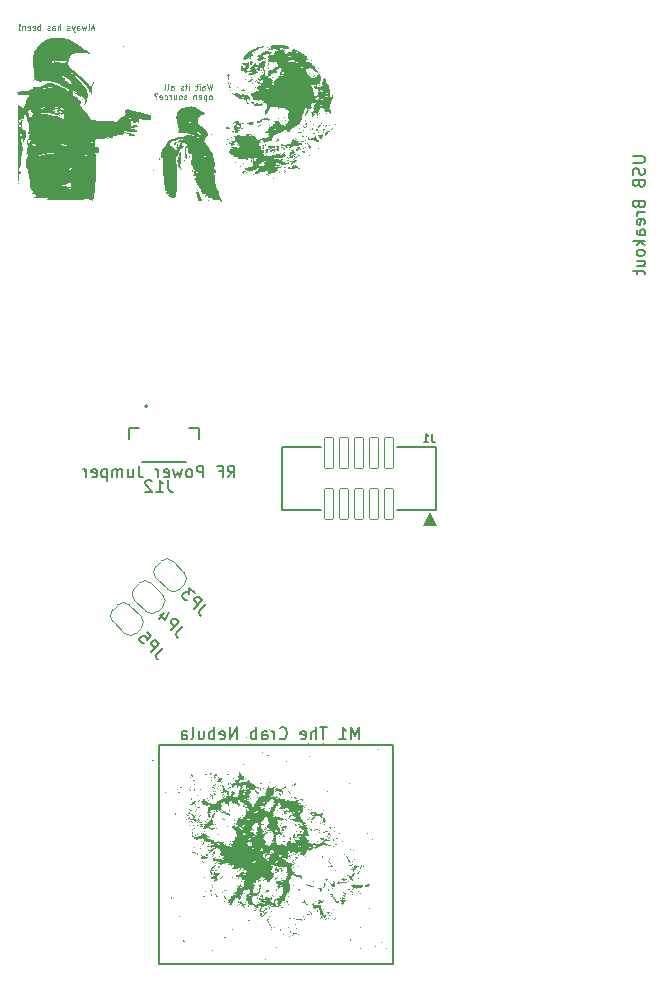
<source format=gbr>
%TF.GenerationSoftware,KiCad,Pcbnew,7.0.5*%
%TF.CreationDate,2023-08-02T13:43:57-07:00*%
%TF.ProjectId,flight_computer_dev_board_rfm98pw,666c6967-6874-45f6-936f-6d7075746572,rev?*%
%TF.SameCoordinates,Original*%
%TF.FileFunction,Legend,Bot*%
%TF.FilePolarity,Positive*%
%FSLAX46Y46*%
G04 Gerber Fmt 4.6, Leading zero omitted, Abs format (unit mm)*
G04 Created by KiCad (PCBNEW 7.0.5) date 2023-08-02 13:43:57*
%MOMM*%
%LPD*%
G01*
G04 APERTURE LIST*
G04 Aperture macros list*
%AMRoundRect*
0 Rectangle with rounded corners*
0 $1 Rounding radius*
0 $2 $3 $4 $5 $6 $7 $8 $9 X,Y pos of 4 corners*
0 Add a 4 corners polygon primitive as box body*
4,1,4,$2,$3,$4,$5,$6,$7,$8,$9,$2,$3,0*
0 Add four circle primitives for the rounded corners*
1,1,$1+$1,$2,$3*
1,1,$1+$1,$4,$5*
1,1,$1+$1,$6,$7*
1,1,$1+$1,$8,$9*
0 Add four rect primitives between the rounded corners*
20,1,$1+$1,$2,$3,$4,$5,0*
20,1,$1+$1,$4,$5,$6,$7,0*
20,1,$1+$1,$6,$7,$8,$9,0*
20,1,$1+$1,$8,$9,$2,$3,0*%
%AMFreePoly0*
4,1,19,0.499999,-0.750000,0.000000,-0.750000,0.000000,-0.744912,-0.071157,-0.744911,-0.207708,-0.704816,-0.327430,-0.627875,-0.420627,-0.520320,-0.479746,-0.390866,-0.500000,-0.250000,-0.500000,0.250000,-0.479746,0.390866,-0.420627,0.520320,-0.327430,0.627875,-0.207708,0.704816,-0.071157,0.744911,0.000000,0.744912,0.000000,0.750000,0.499999,0.750000,0.499999,-0.750000,0.499999,-0.750000,
$1*%
%AMFreePoly1*
4,1,19,0.000000,0.744912,0.071157,0.744911,0.207708,0.704816,0.327430,0.627875,0.420627,0.520320,0.479746,0.390866,0.500000,0.250000,0.500000,-0.250000,0.479746,-0.390866,0.420627,-0.520320,0.327430,-0.627875,0.207708,-0.704816,0.071157,-0.744911,0.000000,-0.744912,0.000000,-0.750000,-0.499999,-0.750000,-0.499999,0.750000,0.000000,0.750000,0.000000,0.744912,0.000000,0.744912,
$1*%
G04 Aperture macros list end*
%ADD10C,0.125000*%
%ADD11C,0.150000*%
%ADD12C,0.146304*%
%ADD13C,0.127000*%
%ADD14C,0.200000*%
%ADD15C,0.120000*%
%ADD16C,2.000000*%
%ADD17R,1.200000X1.800000*%
%ADD18R,0.600000X1.550000*%
%ADD19C,2.050000*%
%ADD20C,2.250000*%
%ADD21C,5.000000*%
%ADD22O,2.416000X1.208000*%
%ADD23R,1.700000X1.700000*%
%ADD24O,1.700000X1.700000*%
%ADD25C,1.000000*%
%ADD26RoundRect,0.050800X0.380000X1.300000X-0.380000X1.300000X-0.380000X-1.300000X0.380000X-1.300000X0*%
%ADD27FreePoly0,135.000000*%
%ADD28FreePoly1,135.000000*%
%ADD29C,2.108200*%
%ADD30C,1.397000*%
%ADD31C,3.251200*%
G04 APERTURE END LIST*
D10*
X176002525Y-59269452D02*
X175764430Y-59269452D01*
X176050144Y-59412309D02*
X175883478Y-58912309D01*
X175883478Y-58912309D02*
X175716811Y-59412309D01*
X175478716Y-59412309D02*
X175526335Y-59388500D01*
X175526335Y-59388500D02*
X175550145Y-59340880D01*
X175550145Y-59340880D02*
X175550145Y-58912309D01*
X175335859Y-59078976D02*
X175240621Y-59412309D01*
X175240621Y-59412309D02*
X175145383Y-59174214D01*
X175145383Y-59174214D02*
X175050145Y-59412309D01*
X175050145Y-59412309D02*
X174954907Y-59078976D01*
X174550144Y-59412309D02*
X174550144Y-59150404D01*
X174550144Y-59150404D02*
X174573954Y-59102785D01*
X174573954Y-59102785D02*
X174621573Y-59078976D01*
X174621573Y-59078976D02*
X174716811Y-59078976D01*
X174716811Y-59078976D02*
X174764430Y-59102785D01*
X174550144Y-59388500D02*
X174597763Y-59412309D01*
X174597763Y-59412309D02*
X174716811Y-59412309D01*
X174716811Y-59412309D02*
X174764430Y-59388500D01*
X174764430Y-59388500D02*
X174788239Y-59340880D01*
X174788239Y-59340880D02*
X174788239Y-59293261D01*
X174788239Y-59293261D02*
X174764430Y-59245642D01*
X174764430Y-59245642D02*
X174716811Y-59221833D01*
X174716811Y-59221833D02*
X174597763Y-59221833D01*
X174597763Y-59221833D02*
X174550144Y-59198023D01*
X174359668Y-59078976D02*
X174240620Y-59412309D01*
X174121573Y-59078976D02*
X174240620Y-59412309D01*
X174240620Y-59412309D02*
X174288239Y-59531357D01*
X174288239Y-59531357D02*
X174312049Y-59555166D01*
X174312049Y-59555166D02*
X174359668Y-59578976D01*
X173954906Y-59388500D02*
X173907287Y-59412309D01*
X173907287Y-59412309D02*
X173812049Y-59412309D01*
X173812049Y-59412309D02*
X173764430Y-59388500D01*
X173764430Y-59388500D02*
X173740621Y-59340880D01*
X173740621Y-59340880D02*
X173740621Y-59317071D01*
X173740621Y-59317071D02*
X173764430Y-59269452D01*
X173764430Y-59269452D02*
X173812049Y-59245642D01*
X173812049Y-59245642D02*
X173883478Y-59245642D01*
X173883478Y-59245642D02*
X173931097Y-59221833D01*
X173931097Y-59221833D02*
X173954906Y-59174214D01*
X173954906Y-59174214D02*
X173954906Y-59150404D01*
X173954906Y-59150404D02*
X173931097Y-59102785D01*
X173931097Y-59102785D02*
X173883478Y-59078976D01*
X173883478Y-59078976D02*
X173812049Y-59078976D01*
X173812049Y-59078976D02*
X173764430Y-59102785D01*
X173145383Y-59412309D02*
X173145383Y-58912309D01*
X172931097Y-59412309D02*
X172931097Y-59150404D01*
X172931097Y-59150404D02*
X172954907Y-59102785D01*
X172954907Y-59102785D02*
X173002526Y-59078976D01*
X173002526Y-59078976D02*
X173073954Y-59078976D01*
X173073954Y-59078976D02*
X173121573Y-59102785D01*
X173121573Y-59102785D02*
X173145383Y-59126595D01*
X172478716Y-59412309D02*
X172478716Y-59150404D01*
X172478716Y-59150404D02*
X172502526Y-59102785D01*
X172502526Y-59102785D02*
X172550145Y-59078976D01*
X172550145Y-59078976D02*
X172645383Y-59078976D01*
X172645383Y-59078976D02*
X172693002Y-59102785D01*
X172478716Y-59388500D02*
X172526335Y-59412309D01*
X172526335Y-59412309D02*
X172645383Y-59412309D01*
X172645383Y-59412309D02*
X172693002Y-59388500D01*
X172693002Y-59388500D02*
X172716811Y-59340880D01*
X172716811Y-59340880D02*
X172716811Y-59293261D01*
X172716811Y-59293261D02*
X172693002Y-59245642D01*
X172693002Y-59245642D02*
X172645383Y-59221833D01*
X172645383Y-59221833D02*
X172526335Y-59221833D01*
X172526335Y-59221833D02*
X172478716Y-59198023D01*
X172264430Y-59388500D02*
X172216811Y-59412309D01*
X172216811Y-59412309D02*
X172121573Y-59412309D01*
X172121573Y-59412309D02*
X172073954Y-59388500D01*
X172073954Y-59388500D02*
X172050145Y-59340880D01*
X172050145Y-59340880D02*
X172050145Y-59317071D01*
X172050145Y-59317071D02*
X172073954Y-59269452D01*
X172073954Y-59269452D02*
X172121573Y-59245642D01*
X172121573Y-59245642D02*
X172193002Y-59245642D01*
X172193002Y-59245642D02*
X172240621Y-59221833D01*
X172240621Y-59221833D02*
X172264430Y-59174214D01*
X172264430Y-59174214D02*
X172264430Y-59150404D01*
X172264430Y-59150404D02*
X172240621Y-59102785D01*
X172240621Y-59102785D02*
X172193002Y-59078976D01*
X172193002Y-59078976D02*
X172121573Y-59078976D01*
X172121573Y-59078976D02*
X172073954Y-59102785D01*
X171454907Y-59412309D02*
X171454907Y-58912309D01*
X171454907Y-59102785D02*
X171407288Y-59078976D01*
X171407288Y-59078976D02*
X171312050Y-59078976D01*
X171312050Y-59078976D02*
X171264431Y-59102785D01*
X171264431Y-59102785D02*
X171240621Y-59126595D01*
X171240621Y-59126595D02*
X171216812Y-59174214D01*
X171216812Y-59174214D02*
X171216812Y-59317071D01*
X171216812Y-59317071D02*
X171240621Y-59364690D01*
X171240621Y-59364690D02*
X171264431Y-59388500D01*
X171264431Y-59388500D02*
X171312050Y-59412309D01*
X171312050Y-59412309D02*
X171407288Y-59412309D01*
X171407288Y-59412309D02*
X171454907Y-59388500D01*
X170812050Y-59388500D02*
X170859669Y-59412309D01*
X170859669Y-59412309D02*
X170954907Y-59412309D01*
X170954907Y-59412309D02*
X171002526Y-59388500D01*
X171002526Y-59388500D02*
X171026335Y-59340880D01*
X171026335Y-59340880D02*
X171026335Y-59150404D01*
X171026335Y-59150404D02*
X171002526Y-59102785D01*
X171002526Y-59102785D02*
X170954907Y-59078976D01*
X170954907Y-59078976D02*
X170859669Y-59078976D01*
X170859669Y-59078976D02*
X170812050Y-59102785D01*
X170812050Y-59102785D02*
X170788240Y-59150404D01*
X170788240Y-59150404D02*
X170788240Y-59198023D01*
X170788240Y-59198023D02*
X171026335Y-59245642D01*
X170383479Y-59388500D02*
X170431098Y-59412309D01*
X170431098Y-59412309D02*
X170526336Y-59412309D01*
X170526336Y-59412309D02*
X170573955Y-59388500D01*
X170573955Y-59388500D02*
X170597764Y-59340880D01*
X170597764Y-59340880D02*
X170597764Y-59150404D01*
X170597764Y-59150404D02*
X170573955Y-59102785D01*
X170573955Y-59102785D02*
X170526336Y-59078976D01*
X170526336Y-59078976D02*
X170431098Y-59078976D01*
X170431098Y-59078976D02*
X170383479Y-59102785D01*
X170383479Y-59102785D02*
X170359669Y-59150404D01*
X170359669Y-59150404D02*
X170359669Y-59198023D01*
X170359669Y-59198023D02*
X170597764Y-59245642D01*
X170145384Y-59078976D02*
X170145384Y-59412309D01*
X170145384Y-59126595D02*
X170121574Y-59102785D01*
X170121574Y-59102785D02*
X170073955Y-59078976D01*
X170073955Y-59078976D02*
X170002527Y-59078976D01*
X170002527Y-59078976D02*
X169954908Y-59102785D01*
X169954908Y-59102785D02*
X169931098Y-59150404D01*
X169931098Y-59150404D02*
X169931098Y-59412309D01*
X169693003Y-59364690D02*
X169669193Y-59388500D01*
X169669193Y-59388500D02*
X169693003Y-59412309D01*
X169693003Y-59412309D02*
X169716812Y-59388500D01*
X169716812Y-59388500D02*
X169693003Y-59364690D01*
X169693003Y-59364690D02*
X169693003Y-59412309D01*
X169693003Y-59221833D02*
X169716812Y-58936119D01*
X169716812Y-58936119D02*
X169693003Y-58912309D01*
X169693003Y-58912309D02*
X169669193Y-58936119D01*
X169669193Y-58936119D02*
X169693003Y-59221833D01*
X169693003Y-59221833D02*
X169693003Y-58912309D01*
X186026335Y-63967309D02*
X185907287Y-64467309D01*
X185907287Y-64467309D02*
X185812049Y-64110166D01*
X185812049Y-64110166D02*
X185716811Y-64467309D01*
X185716811Y-64467309D02*
X185597764Y-63967309D01*
X185193001Y-64467309D02*
X185193001Y-64205404D01*
X185193001Y-64205404D02*
X185216811Y-64157785D01*
X185216811Y-64157785D02*
X185264430Y-64133976D01*
X185264430Y-64133976D02*
X185359668Y-64133976D01*
X185359668Y-64133976D02*
X185407287Y-64157785D01*
X185193001Y-64443500D02*
X185240620Y-64467309D01*
X185240620Y-64467309D02*
X185359668Y-64467309D01*
X185359668Y-64467309D02*
X185407287Y-64443500D01*
X185407287Y-64443500D02*
X185431096Y-64395880D01*
X185431096Y-64395880D02*
X185431096Y-64348261D01*
X185431096Y-64348261D02*
X185407287Y-64300642D01*
X185407287Y-64300642D02*
X185359668Y-64276833D01*
X185359668Y-64276833D02*
X185240620Y-64276833D01*
X185240620Y-64276833D02*
X185193001Y-64253023D01*
X184954906Y-64467309D02*
X184954906Y-64133976D01*
X184954906Y-63967309D02*
X184978715Y-63991119D01*
X184978715Y-63991119D02*
X184954906Y-64014928D01*
X184954906Y-64014928D02*
X184931096Y-63991119D01*
X184931096Y-63991119D02*
X184954906Y-63967309D01*
X184954906Y-63967309D02*
X184954906Y-64014928D01*
X184788239Y-64133976D02*
X184597763Y-64133976D01*
X184716811Y-63967309D02*
X184716811Y-64395880D01*
X184716811Y-64395880D02*
X184693001Y-64443500D01*
X184693001Y-64443500D02*
X184645382Y-64467309D01*
X184645382Y-64467309D02*
X184597763Y-64467309D01*
X184050145Y-64467309D02*
X184050145Y-64133976D01*
X184050145Y-63967309D02*
X184073954Y-63991119D01*
X184073954Y-63991119D02*
X184050145Y-64014928D01*
X184050145Y-64014928D02*
X184026335Y-63991119D01*
X184026335Y-63991119D02*
X184050145Y-63967309D01*
X184050145Y-63967309D02*
X184050145Y-64014928D01*
X183883478Y-64133976D02*
X183693002Y-64133976D01*
X183812050Y-63967309D02*
X183812050Y-64395880D01*
X183812050Y-64395880D02*
X183788240Y-64443500D01*
X183788240Y-64443500D02*
X183740621Y-64467309D01*
X183740621Y-64467309D02*
X183693002Y-64467309D01*
X183550145Y-64443500D02*
X183502526Y-64467309D01*
X183502526Y-64467309D02*
X183407288Y-64467309D01*
X183407288Y-64467309D02*
X183359669Y-64443500D01*
X183359669Y-64443500D02*
X183335860Y-64395880D01*
X183335860Y-64395880D02*
X183335860Y-64372071D01*
X183335860Y-64372071D02*
X183359669Y-64324452D01*
X183359669Y-64324452D02*
X183407288Y-64300642D01*
X183407288Y-64300642D02*
X183478717Y-64300642D01*
X183478717Y-64300642D02*
X183526336Y-64276833D01*
X183526336Y-64276833D02*
X183550145Y-64229214D01*
X183550145Y-64229214D02*
X183550145Y-64205404D01*
X183550145Y-64205404D02*
X183526336Y-64157785D01*
X183526336Y-64157785D02*
X183478717Y-64133976D01*
X183478717Y-64133976D02*
X183407288Y-64133976D01*
X183407288Y-64133976D02*
X183359669Y-64157785D01*
X182526336Y-64467309D02*
X182526336Y-64205404D01*
X182526336Y-64205404D02*
X182550146Y-64157785D01*
X182550146Y-64157785D02*
X182597765Y-64133976D01*
X182597765Y-64133976D02*
X182693003Y-64133976D01*
X182693003Y-64133976D02*
X182740622Y-64157785D01*
X182526336Y-64443500D02*
X182573955Y-64467309D01*
X182573955Y-64467309D02*
X182693003Y-64467309D01*
X182693003Y-64467309D02*
X182740622Y-64443500D01*
X182740622Y-64443500D02*
X182764431Y-64395880D01*
X182764431Y-64395880D02*
X182764431Y-64348261D01*
X182764431Y-64348261D02*
X182740622Y-64300642D01*
X182740622Y-64300642D02*
X182693003Y-64276833D01*
X182693003Y-64276833D02*
X182573955Y-64276833D01*
X182573955Y-64276833D02*
X182526336Y-64253023D01*
X182216812Y-64467309D02*
X182264431Y-64443500D01*
X182264431Y-64443500D02*
X182288241Y-64395880D01*
X182288241Y-64395880D02*
X182288241Y-63967309D01*
X181954907Y-64467309D02*
X182002526Y-64443500D01*
X182002526Y-64443500D02*
X182026336Y-64395880D01*
X182026336Y-64395880D02*
X182026336Y-63967309D01*
X185907287Y-65272309D02*
X185954906Y-65248500D01*
X185954906Y-65248500D02*
X185978716Y-65224690D01*
X185978716Y-65224690D02*
X186002525Y-65177071D01*
X186002525Y-65177071D02*
X186002525Y-65034214D01*
X186002525Y-65034214D02*
X185978716Y-64986595D01*
X185978716Y-64986595D02*
X185954906Y-64962785D01*
X185954906Y-64962785D02*
X185907287Y-64938976D01*
X185907287Y-64938976D02*
X185835859Y-64938976D01*
X185835859Y-64938976D02*
X185788240Y-64962785D01*
X185788240Y-64962785D02*
X185764430Y-64986595D01*
X185764430Y-64986595D02*
X185740621Y-65034214D01*
X185740621Y-65034214D02*
X185740621Y-65177071D01*
X185740621Y-65177071D02*
X185764430Y-65224690D01*
X185764430Y-65224690D02*
X185788240Y-65248500D01*
X185788240Y-65248500D02*
X185835859Y-65272309D01*
X185835859Y-65272309D02*
X185907287Y-65272309D01*
X185526335Y-64938976D02*
X185526335Y-65438976D01*
X185526335Y-64962785D02*
X185478716Y-64938976D01*
X185478716Y-64938976D02*
X185383478Y-64938976D01*
X185383478Y-64938976D02*
X185335859Y-64962785D01*
X185335859Y-64962785D02*
X185312049Y-64986595D01*
X185312049Y-64986595D02*
X185288240Y-65034214D01*
X185288240Y-65034214D02*
X185288240Y-65177071D01*
X185288240Y-65177071D02*
X185312049Y-65224690D01*
X185312049Y-65224690D02*
X185335859Y-65248500D01*
X185335859Y-65248500D02*
X185383478Y-65272309D01*
X185383478Y-65272309D02*
X185478716Y-65272309D01*
X185478716Y-65272309D02*
X185526335Y-65248500D01*
X184883478Y-65248500D02*
X184931097Y-65272309D01*
X184931097Y-65272309D02*
X185026335Y-65272309D01*
X185026335Y-65272309D02*
X185073954Y-65248500D01*
X185073954Y-65248500D02*
X185097763Y-65200880D01*
X185097763Y-65200880D02*
X185097763Y-65010404D01*
X185097763Y-65010404D02*
X185073954Y-64962785D01*
X185073954Y-64962785D02*
X185026335Y-64938976D01*
X185026335Y-64938976D02*
X184931097Y-64938976D01*
X184931097Y-64938976D02*
X184883478Y-64962785D01*
X184883478Y-64962785D02*
X184859668Y-65010404D01*
X184859668Y-65010404D02*
X184859668Y-65058023D01*
X184859668Y-65058023D02*
X185097763Y-65105642D01*
X184645383Y-64938976D02*
X184645383Y-65272309D01*
X184645383Y-64986595D02*
X184621573Y-64962785D01*
X184621573Y-64962785D02*
X184573954Y-64938976D01*
X184573954Y-64938976D02*
X184502526Y-64938976D01*
X184502526Y-64938976D02*
X184454907Y-64962785D01*
X184454907Y-64962785D02*
X184431097Y-65010404D01*
X184431097Y-65010404D02*
X184431097Y-65272309D01*
X183835859Y-65248500D02*
X183788240Y-65272309D01*
X183788240Y-65272309D02*
X183693002Y-65272309D01*
X183693002Y-65272309D02*
X183645383Y-65248500D01*
X183645383Y-65248500D02*
X183621574Y-65200880D01*
X183621574Y-65200880D02*
X183621574Y-65177071D01*
X183621574Y-65177071D02*
X183645383Y-65129452D01*
X183645383Y-65129452D02*
X183693002Y-65105642D01*
X183693002Y-65105642D02*
X183764431Y-65105642D01*
X183764431Y-65105642D02*
X183812050Y-65081833D01*
X183812050Y-65081833D02*
X183835859Y-65034214D01*
X183835859Y-65034214D02*
X183835859Y-65010404D01*
X183835859Y-65010404D02*
X183812050Y-64962785D01*
X183812050Y-64962785D02*
X183764431Y-64938976D01*
X183764431Y-64938976D02*
X183693002Y-64938976D01*
X183693002Y-64938976D02*
X183645383Y-64962785D01*
X183335859Y-65272309D02*
X183383478Y-65248500D01*
X183383478Y-65248500D02*
X183407288Y-65224690D01*
X183407288Y-65224690D02*
X183431097Y-65177071D01*
X183431097Y-65177071D02*
X183431097Y-65034214D01*
X183431097Y-65034214D02*
X183407288Y-64986595D01*
X183407288Y-64986595D02*
X183383478Y-64962785D01*
X183383478Y-64962785D02*
X183335859Y-64938976D01*
X183335859Y-64938976D02*
X183264431Y-64938976D01*
X183264431Y-64938976D02*
X183216812Y-64962785D01*
X183216812Y-64962785D02*
X183193002Y-64986595D01*
X183193002Y-64986595D02*
X183169193Y-65034214D01*
X183169193Y-65034214D02*
X183169193Y-65177071D01*
X183169193Y-65177071D02*
X183193002Y-65224690D01*
X183193002Y-65224690D02*
X183216812Y-65248500D01*
X183216812Y-65248500D02*
X183264431Y-65272309D01*
X183264431Y-65272309D02*
X183335859Y-65272309D01*
X182740621Y-64938976D02*
X182740621Y-65272309D01*
X182954907Y-64938976D02*
X182954907Y-65200880D01*
X182954907Y-65200880D02*
X182931097Y-65248500D01*
X182931097Y-65248500D02*
X182883478Y-65272309D01*
X182883478Y-65272309D02*
X182812050Y-65272309D01*
X182812050Y-65272309D02*
X182764431Y-65248500D01*
X182764431Y-65248500D02*
X182740621Y-65224690D01*
X182502526Y-65272309D02*
X182502526Y-64938976D01*
X182502526Y-65034214D02*
X182478716Y-64986595D01*
X182478716Y-64986595D02*
X182454907Y-64962785D01*
X182454907Y-64962785D02*
X182407288Y-64938976D01*
X182407288Y-64938976D02*
X182359669Y-64938976D01*
X181978716Y-65248500D02*
X182026335Y-65272309D01*
X182026335Y-65272309D02*
X182121573Y-65272309D01*
X182121573Y-65272309D02*
X182169192Y-65248500D01*
X182169192Y-65248500D02*
X182193002Y-65224690D01*
X182193002Y-65224690D02*
X182216811Y-65177071D01*
X182216811Y-65177071D02*
X182216811Y-65034214D01*
X182216811Y-65034214D02*
X182193002Y-64986595D01*
X182193002Y-64986595D02*
X182169192Y-64962785D01*
X182169192Y-64962785D02*
X182121573Y-64938976D01*
X182121573Y-64938976D02*
X182026335Y-64938976D01*
X182026335Y-64938976D02*
X181978716Y-64962785D01*
X181573955Y-65248500D02*
X181621574Y-65272309D01*
X181621574Y-65272309D02*
X181716812Y-65272309D01*
X181716812Y-65272309D02*
X181764431Y-65248500D01*
X181764431Y-65248500D02*
X181788240Y-65200880D01*
X181788240Y-65200880D02*
X181788240Y-65010404D01*
X181788240Y-65010404D02*
X181764431Y-64962785D01*
X181764431Y-64962785D02*
X181716812Y-64938976D01*
X181716812Y-64938976D02*
X181621574Y-64938976D01*
X181621574Y-64938976D02*
X181573955Y-64962785D01*
X181573955Y-64962785D02*
X181550145Y-65010404D01*
X181550145Y-65010404D02*
X181550145Y-65058023D01*
X181550145Y-65058023D02*
X181788240Y-65105642D01*
X181264431Y-65224690D02*
X181240622Y-65248500D01*
X181240622Y-65248500D02*
X181264431Y-65272309D01*
X181264431Y-65272309D02*
X181288241Y-65248500D01*
X181288241Y-65248500D02*
X181264431Y-65224690D01*
X181264431Y-65224690D02*
X181264431Y-65272309D01*
X181359669Y-64796119D02*
X181312050Y-64772309D01*
X181312050Y-64772309D02*
X181193003Y-64772309D01*
X181193003Y-64772309D02*
X181145384Y-64796119D01*
X181145384Y-64796119D02*
X181121574Y-64843738D01*
X181121574Y-64843738D02*
X181121574Y-64891357D01*
X181121574Y-64891357D02*
X181145384Y-64938976D01*
X181145384Y-64938976D02*
X181169193Y-64962785D01*
X181169193Y-64962785D02*
X181216812Y-64986595D01*
X181216812Y-64986595D02*
X181240622Y-65010404D01*
X181240622Y-65010404D02*
X181264431Y-65058023D01*
X181264431Y-65058023D02*
X181264431Y-65081833D01*
D11*
X198433220Y-119449819D02*
X198433220Y-118449819D01*
X198433220Y-118449819D02*
X198099887Y-119164104D01*
X198099887Y-119164104D02*
X197766554Y-118449819D01*
X197766554Y-118449819D02*
X197766554Y-119449819D01*
X196766554Y-119449819D02*
X197337982Y-119449819D01*
X197052268Y-119449819D02*
X197052268Y-118449819D01*
X197052268Y-118449819D02*
X197147506Y-118592676D01*
X197147506Y-118592676D02*
X197242744Y-118687914D01*
X197242744Y-118687914D02*
X197337982Y-118735533D01*
X195718934Y-118449819D02*
X195147506Y-118449819D01*
X195433220Y-119449819D02*
X195433220Y-118449819D01*
X194814172Y-119449819D02*
X194814172Y-118449819D01*
X194385601Y-119449819D02*
X194385601Y-118926009D01*
X194385601Y-118926009D02*
X194433220Y-118830771D01*
X194433220Y-118830771D02*
X194528458Y-118783152D01*
X194528458Y-118783152D02*
X194671315Y-118783152D01*
X194671315Y-118783152D02*
X194766553Y-118830771D01*
X194766553Y-118830771D02*
X194814172Y-118878390D01*
X193528458Y-119402200D02*
X193623696Y-119449819D01*
X193623696Y-119449819D02*
X193814172Y-119449819D01*
X193814172Y-119449819D02*
X193909410Y-119402200D01*
X193909410Y-119402200D02*
X193957029Y-119306961D01*
X193957029Y-119306961D02*
X193957029Y-118926009D01*
X193957029Y-118926009D02*
X193909410Y-118830771D01*
X193909410Y-118830771D02*
X193814172Y-118783152D01*
X193814172Y-118783152D02*
X193623696Y-118783152D01*
X193623696Y-118783152D02*
X193528458Y-118830771D01*
X193528458Y-118830771D02*
X193480839Y-118926009D01*
X193480839Y-118926009D02*
X193480839Y-119021247D01*
X193480839Y-119021247D02*
X193957029Y-119116485D01*
X191718934Y-119354580D02*
X191766553Y-119402200D01*
X191766553Y-119402200D02*
X191909410Y-119449819D01*
X191909410Y-119449819D02*
X192004648Y-119449819D01*
X192004648Y-119449819D02*
X192147505Y-119402200D01*
X192147505Y-119402200D02*
X192242743Y-119306961D01*
X192242743Y-119306961D02*
X192290362Y-119211723D01*
X192290362Y-119211723D02*
X192337981Y-119021247D01*
X192337981Y-119021247D02*
X192337981Y-118878390D01*
X192337981Y-118878390D02*
X192290362Y-118687914D01*
X192290362Y-118687914D02*
X192242743Y-118592676D01*
X192242743Y-118592676D02*
X192147505Y-118497438D01*
X192147505Y-118497438D02*
X192004648Y-118449819D01*
X192004648Y-118449819D02*
X191909410Y-118449819D01*
X191909410Y-118449819D02*
X191766553Y-118497438D01*
X191766553Y-118497438D02*
X191718934Y-118545057D01*
X191290362Y-119449819D02*
X191290362Y-118783152D01*
X191290362Y-118973628D02*
X191242743Y-118878390D01*
X191242743Y-118878390D02*
X191195124Y-118830771D01*
X191195124Y-118830771D02*
X191099886Y-118783152D01*
X191099886Y-118783152D02*
X191004648Y-118783152D01*
X190242743Y-119449819D02*
X190242743Y-118926009D01*
X190242743Y-118926009D02*
X190290362Y-118830771D01*
X190290362Y-118830771D02*
X190385600Y-118783152D01*
X190385600Y-118783152D02*
X190576076Y-118783152D01*
X190576076Y-118783152D02*
X190671314Y-118830771D01*
X190242743Y-119402200D02*
X190337981Y-119449819D01*
X190337981Y-119449819D02*
X190576076Y-119449819D01*
X190576076Y-119449819D02*
X190671314Y-119402200D01*
X190671314Y-119402200D02*
X190718933Y-119306961D01*
X190718933Y-119306961D02*
X190718933Y-119211723D01*
X190718933Y-119211723D02*
X190671314Y-119116485D01*
X190671314Y-119116485D02*
X190576076Y-119068866D01*
X190576076Y-119068866D02*
X190337981Y-119068866D01*
X190337981Y-119068866D02*
X190242743Y-119021247D01*
X189766552Y-119449819D02*
X189766552Y-118449819D01*
X189766552Y-118830771D02*
X189671314Y-118783152D01*
X189671314Y-118783152D02*
X189480838Y-118783152D01*
X189480838Y-118783152D02*
X189385600Y-118830771D01*
X189385600Y-118830771D02*
X189337981Y-118878390D01*
X189337981Y-118878390D02*
X189290362Y-118973628D01*
X189290362Y-118973628D02*
X189290362Y-119259342D01*
X189290362Y-119259342D02*
X189337981Y-119354580D01*
X189337981Y-119354580D02*
X189385600Y-119402200D01*
X189385600Y-119402200D02*
X189480838Y-119449819D01*
X189480838Y-119449819D02*
X189671314Y-119449819D01*
X189671314Y-119449819D02*
X189766552Y-119402200D01*
X188099885Y-119449819D02*
X188099885Y-118449819D01*
X188099885Y-118449819D02*
X187528457Y-119449819D01*
X187528457Y-119449819D02*
X187528457Y-118449819D01*
X186671314Y-119402200D02*
X186766552Y-119449819D01*
X186766552Y-119449819D02*
X186957028Y-119449819D01*
X186957028Y-119449819D02*
X187052266Y-119402200D01*
X187052266Y-119402200D02*
X187099885Y-119306961D01*
X187099885Y-119306961D02*
X187099885Y-118926009D01*
X187099885Y-118926009D02*
X187052266Y-118830771D01*
X187052266Y-118830771D02*
X186957028Y-118783152D01*
X186957028Y-118783152D02*
X186766552Y-118783152D01*
X186766552Y-118783152D02*
X186671314Y-118830771D01*
X186671314Y-118830771D02*
X186623695Y-118926009D01*
X186623695Y-118926009D02*
X186623695Y-119021247D01*
X186623695Y-119021247D02*
X187099885Y-119116485D01*
X186195123Y-119449819D02*
X186195123Y-118449819D01*
X186195123Y-118830771D02*
X186099885Y-118783152D01*
X186099885Y-118783152D02*
X185909409Y-118783152D01*
X185909409Y-118783152D02*
X185814171Y-118830771D01*
X185814171Y-118830771D02*
X185766552Y-118878390D01*
X185766552Y-118878390D02*
X185718933Y-118973628D01*
X185718933Y-118973628D02*
X185718933Y-119259342D01*
X185718933Y-119259342D02*
X185766552Y-119354580D01*
X185766552Y-119354580D02*
X185814171Y-119402200D01*
X185814171Y-119402200D02*
X185909409Y-119449819D01*
X185909409Y-119449819D02*
X186099885Y-119449819D01*
X186099885Y-119449819D02*
X186195123Y-119402200D01*
X184861790Y-118783152D02*
X184861790Y-119449819D01*
X185290361Y-118783152D02*
X185290361Y-119306961D01*
X185290361Y-119306961D02*
X185242742Y-119402200D01*
X185242742Y-119402200D02*
X185147504Y-119449819D01*
X185147504Y-119449819D02*
X185004647Y-119449819D01*
X185004647Y-119449819D02*
X184909409Y-119402200D01*
X184909409Y-119402200D02*
X184861790Y-119354580D01*
X184242742Y-119449819D02*
X184337980Y-119402200D01*
X184337980Y-119402200D02*
X184385599Y-119306961D01*
X184385599Y-119306961D02*
X184385599Y-118449819D01*
X183433218Y-119449819D02*
X183433218Y-118926009D01*
X183433218Y-118926009D02*
X183480837Y-118830771D01*
X183480837Y-118830771D02*
X183576075Y-118783152D01*
X183576075Y-118783152D02*
X183766551Y-118783152D01*
X183766551Y-118783152D02*
X183861789Y-118830771D01*
X183433218Y-119402200D02*
X183528456Y-119449819D01*
X183528456Y-119449819D02*
X183766551Y-119449819D01*
X183766551Y-119449819D02*
X183861789Y-119402200D01*
X183861789Y-119402200D02*
X183909408Y-119306961D01*
X183909408Y-119306961D02*
X183909408Y-119211723D01*
X183909408Y-119211723D02*
X183861789Y-119116485D01*
X183861789Y-119116485D02*
X183766551Y-119068866D01*
X183766551Y-119068866D02*
X183528456Y-119068866D01*
X183528456Y-119068866D02*
X183433218Y-119021247D01*
X181510000Y-119960000D02*
X201300000Y-119960000D01*
X201300000Y-138480000D01*
X181510000Y-138480000D01*
X181510000Y-119960000D01*
X187321792Y-97289819D02*
X187655125Y-96813628D01*
X187893220Y-97289819D02*
X187893220Y-96289819D01*
X187893220Y-96289819D02*
X187512268Y-96289819D01*
X187512268Y-96289819D02*
X187417030Y-96337438D01*
X187417030Y-96337438D02*
X187369411Y-96385057D01*
X187369411Y-96385057D02*
X187321792Y-96480295D01*
X187321792Y-96480295D02*
X187321792Y-96623152D01*
X187321792Y-96623152D02*
X187369411Y-96718390D01*
X187369411Y-96718390D02*
X187417030Y-96766009D01*
X187417030Y-96766009D02*
X187512268Y-96813628D01*
X187512268Y-96813628D02*
X187893220Y-96813628D01*
X186559887Y-96766009D02*
X186893220Y-96766009D01*
X186893220Y-97289819D02*
X186893220Y-96289819D01*
X186893220Y-96289819D02*
X186417030Y-96289819D01*
X185274172Y-97289819D02*
X185274172Y-96289819D01*
X185274172Y-96289819D02*
X184893220Y-96289819D01*
X184893220Y-96289819D02*
X184797982Y-96337438D01*
X184797982Y-96337438D02*
X184750363Y-96385057D01*
X184750363Y-96385057D02*
X184702744Y-96480295D01*
X184702744Y-96480295D02*
X184702744Y-96623152D01*
X184702744Y-96623152D02*
X184750363Y-96718390D01*
X184750363Y-96718390D02*
X184797982Y-96766009D01*
X184797982Y-96766009D02*
X184893220Y-96813628D01*
X184893220Y-96813628D02*
X185274172Y-96813628D01*
X184131315Y-97289819D02*
X184226553Y-97242200D01*
X184226553Y-97242200D02*
X184274172Y-97194580D01*
X184274172Y-97194580D02*
X184321791Y-97099342D01*
X184321791Y-97099342D02*
X184321791Y-96813628D01*
X184321791Y-96813628D02*
X184274172Y-96718390D01*
X184274172Y-96718390D02*
X184226553Y-96670771D01*
X184226553Y-96670771D02*
X184131315Y-96623152D01*
X184131315Y-96623152D02*
X183988458Y-96623152D01*
X183988458Y-96623152D02*
X183893220Y-96670771D01*
X183893220Y-96670771D02*
X183845601Y-96718390D01*
X183845601Y-96718390D02*
X183797982Y-96813628D01*
X183797982Y-96813628D02*
X183797982Y-97099342D01*
X183797982Y-97099342D02*
X183845601Y-97194580D01*
X183845601Y-97194580D02*
X183893220Y-97242200D01*
X183893220Y-97242200D02*
X183988458Y-97289819D01*
X183988458Y-97289819D02*
X184131315Y-97289819D01*
X183464648Y-96623152D02*
X183274172Y-97289819D01*
X183274172Y-97289819D02*
X183083696Y-96813628D01*
X183083696Y-96813628D02*
X182893220Y-97289819D01*
X182893220Y-97289819D02*
X182702744Y-96623152D01*
X181940839Y-97242200D02*
X182036077Y-97289819D01*
X182036077Y-97289819D02*
X182226553Y-97289819D01*
X182226553Y-97289819D02*
X182321791Y-97242200D01*
X182321791Y-97242200D02*
X182369410Y-97146961D01*
X182369410Y-97146961D02*
X182369410Y-96766009D01*
X182369410Y-96766009D02*
X182321791Y-96670771D01*
X182321791Y-96670771D02*
X182226553Y-96623152D01*
X182226553Y-96623152D02*
X182036077Y-96623152D01*
X182036077Y-96623152D02*
X181940839Y-96670771D01*
X181940839Y-96670771D02*
X181893220Y-96766009D01*
X181893220Y-96766009D02*
X181893220Y-96861247D01*
X181893220Y-96861247D02*
X182369410Y-96956485D01*
X181464648Y-97289819D02*
X181464648Y-96623152D01*
X181464648Y-96813628D02*
X181417029Y-96718390D01*
X181417029Y-96718390D02*
X181369410Y-96670771D01*
X181369410Y-96670771D02*
X181274172Y-96623152D01*
X181274172Y-96623152D02*
X181178934Y-96623152D01*
X179797981Y-96289819D02*
X179797981Y-97004104D01*
X179797981Y-97004104D02*
X179845600Y-97146961D01*
X179845600Y-97146961D02*
X179940838Y-97242200D01*
X179940838Y-97242200D02*
X180083695Y-97289819D01*
X180083695Y-97289819D02*
X180178933Y-97289819D01*
X178893219Y-96623152D02*
X178893219Y-97289819D01*
X179321790Y-96623152D02*
X179321790Y-97146961D01*
X179321790Y-97146961D02*
X179274171Y-97242200D01*
X179274171Y-97242200D02*
X179178933Y-97289819D01*
X179178933Y-97289819D02*
X179036076Y-97289819D01*
X179036076Y-97289819D02*
X178940838Y-97242200D01*
X178940838Y-97242200D02*
X178893219Y-97194580D01*
X178417028Y-97289819D02*
X178417028Y-96623152D01*
X178417028Y-96718390D02*
X178369409Y-96670771D01*
X178369409Y-96670771D02*
X178274171Y-96623152D01*
X178274171Y-96623152D02*
X178131314Y-96623152D01*
X178131314Y-96623152D02*
X178036076Y-96670771D01*
X178036076Y-96670771D02*
X177988457Y-96766009D01*
X177988457Y-96766009D02*
X177988457Y-97289819D01*
X177988457Y-96766009D02*
X177940838Y-96670771D01*
X177940838Y-96670771D02*
X177845600Y-96623152D01*
X177845600Y-96623152D02*
X177702743Y-96623152D01*
X177702743Y-96623152D02*
X177607504Y-96670771D01*
X177607504Y-96670771D02*
X177559885Y-96766009D01*
X177559885Y-96766009D02*
X177559885Y-97289819D01*
X177083695Y-96623152D02*
X177083695Y-97623152D01*
X177083695Y-96670771D02*
X176988457Y-96623152D01*
X176988457Y-96623152D02*
X176797981Y-96623152D01*
X176797981Y-96623152D02*
X176702743Y-96670771D01*
X176702743Y-96670771D02*
X176655124Y-96718390D01*
X176655124Y-96718390D02*
X176607505Y-96813628D01*
X176607505Y-96813628D02*
X176607505Y-97099342D01*
X176607505Y-97099342D02*
X176655124Y-97194580D01*
X176655124Y-97194580D02*
X176702743Y-97242200D01*
X176702743Y-97242200D02*
X176797981Y-97289819D01*
X176797981Y-97289819D02*
X176988457Y-97289819D01*
X176988457Y-97289819D02*
X177083695Y-97242200D01*
X175797981Y-97242200D02*
X175893219Y-97289819D01*
X175893219Y-97289819D02*
X176083695Y-97289819D01*
X176083695Y-97289819D02*
X176178933Y-97242200D01*
X176178933Y-97242200D02*
X176226552Y-97146961D01*
X176226552Y-97146961D02*
X176226552Y-96766009D01*
X176226552Y-96766009D02*
X176178933Y-96670771D01*
X176178933Y-96670771D02*
X176083695Y-96623152D01*
X176083695Y-96623152D02*
X175893219Y-96623152D01*
X175893219Y-96623152D02*
X175797981Y-96670771D01*
X175797981Y-96670771D02*
X175750362Y-96766009D01*
X175750362Y-96766009D02*
X175750362Y-96861247D01*
X175750362Y-96861247D02*
X176226552Y-96956485D01*
X175321790Y-97289819D02*
X175321790Y-96623152D01*
X175321790Y-96813628D02*
X175274171Y-96718390D01*
X175274171Y-96718390D02*
X175226552Y-96670771D01*
X175226552Y-96670771D02*
X175131314Y-96623152D01*
X175131314Y-96623152D02*
X175036076Y-96623152D01*
X221634819Y-70096779D02*
X222444342Y-70096779D01*
X222444342Y-70096779D02*
X222539580Y-70144398D01*
X222539580Y-70144398D02*
X222587200Y-70192017D01*
X222587200Y-70192017D02*
X222634819Y-70287255D01*
X222634819Y-70287255D02*
X222634819Y-70477731D01*
X222634819Y-70477731D02*
X222587200Y-70572969D01*
X222587200Y-70572969D02*
X222539580Y-70620588D01*
X222539580Y-70620588D02*
X222444342Y-70668207D01*
X222444342Y-70668207D02*
X221634819Y-70668207D01*
X222587200Y-71096779D02*
X222634819Y-71239636D01*
X222634819Y-71239636D02*
X222634819Y-71477731D01*
X222634819Y-71477731D02*
X222587200Y-71572969D01*
X222587200Y-71572969D02*
X222539580Y-71620588D01*
X222539580Y-71620588D02*
X222444342Y-71668207D01*
X222444342Y-71668207D02*
X222349104Y-71668207D01*
X222349104Y-71668207D02*
X222253866Y-71620588D01*
X222253866Y-71620588D02*
X222206247Y-71572969D01*
X222206247Y-71572969D02*
X222158628Y-71477731D01*
X222158628Y-71477731D02*
X222111009Y-71287255D01*
X222111009Y-71287255D02*
X222063390Y-71192017D01*
X222063390Y-71192017D02*
X222015771Y-71144398D01*
X222015771Y-71144398D02*
X221920533Y-71096779D01*
X221920533Y-71096779D02*
X221825295Y-71096779D01*
X221825295Y-71096779D02*
X221730057Y-71144398D01*
X221730057Y-71144398D02*
X221682438Y-71192017D01*
X221682438Y-71192017D02*
X221634819Y-71287255D01*
X221634819Y-71287255D02*
X221634819Y-71525350D01*
X221634819Y-71525350D02*
X221682438Y-71668207D01*
X222111009Y-72430112D02*
X222158628Y-72572969D01*
X222158628Y-72572969D02*
X222206247Y-72620588D01*
X222206247Y-72620588D02*
X222301485Y-72668207D01*
X222301485Y-72668207D02*
X222444342Y-72668207D01*
X222444342Y-72668207D02*
X222539580Y-72620588D01*
X222539580Y-72620588D02*
X222587200Y-72572969D01*
X222587200Y-72572969D02*
X222634819Y-72477731D01*
X222634819Y-72477731D02*
X222634819Y-72096779D01*
X222634819Y-72096779D02*
X221634819Y-72096779D01*
X221634819Y-72096779D02*
X221634819Y-72430112D01*
X221634819Y-72430112D02*
X221682438Y-72525350D01*
X221682438Y-72525350D02*
X221730057Y-72572969D01*
X221730057Y-72572969D02*
X221825295Y-72620588D01*
X221825295Y-72620588D02*
X221920533Y-72620588D01*
X221920533Y-72620588D02*
X222015771Y-72572969D01*
X222015771Y-72572969D02*
X222063390Y-72525350D01*
X222063390Y-72525350D02*
X222111009Y-72430112D01*
X222111009Y-72430112D02*
X222111009Y-72096779D01*
X222111009Y-74192017D02*
X222158628Y-74334874D01*
X222158628Y-74334874D02*
X222206247Y-74382493D01*
X222206247Y-74382493D02*
X222301485Y-74430112D01*
X222301485Y-74430112D02*
X222444342Y-74430112D01*
X222444342Y-74430112D02*
X222539580Y-74382493D01*
X222539580Y-74382493D02*
X222587200Y-74334874D01*
X222587200Y-74334874D02*
X222634819Y-74239636D01*
X222634819Y-74239636D02*
X222634819Y-73858684D01*
X222634819Y-73858684D02*
X221634819Y-73858684D01*
X221634819Y-73858684D02*
X221634819Y-74192017D01*
X221634819Y-74192017D02*
X221682438Y-74287255D01*
X221682438Y-74287255D02*
X221730057Y-74334874D01*
X221730057Y-74334874D02*
X221825295Y-74382493D01*
X221825295Y-74382493D02*
X221920533Y-74382493D01*
X221920533Y-74382493D02*
X222015771Y-74334874D01*
X222015771Y-74334874D02*
X222063390Y-74287255D01*
X222063390Y-74287255D02*
X222111009Y-74192017D01*
X222111009Y-74192017D02*
X222111009Y-73858684D01*
X222634819Y-74858684D02*
X221968152Y-74858684D01*
X222158628Y-74858684D02*
X222063390Y-74906303D01*
X222063390Y-74906303D02*
X222015771Y-74953922D01*
X222015771Y-74953922D02*
X221968152Y-75049160D01*
X221968152Y-75049160D02*
X221968152Y-75144398D01*
X222587200Y-75858684D02*
X222634819Y-75763446D01*
X222634819Y-75763446D02*
X222634819Y-75572970D01*
X222634819Y-75572970D02*
X222587200Y-75477732D01*
X222587200Y-75477732D02*
X222491961Y-75430113D01*
X222491961Y-75430113D02*
X222111009Y-75430113D01*
X222111009Y-75430113D02*
X222015771Y-75477732D01*
X222015771Y-75477732D02*
X221968152Y-75572970D01*
X221968152Y-75572970D02*
X221968152Y-75763446D01*
X221968152Y-75763446D02*
X222015771Y-75858684D01*
X222015771Y-75858684D02*
X222111009Y-75906303D01*
X222111009Y-75906303D02*
X222206247Y-75906303D01*
X222206247Y-75906303D02*
X222301485Y-75430113D01*
X222634819Y-76763446D02*
X222111009Y-76763446D01*
X222111009Y-76763446D02*
X222015771Y-76715827D01*
X222015771Y-76715827D02*
X221968152Y-76620589D01*
X221968152Y-76620589D02*
X221968152Y-76430113D01*
X221968152Y-76430113D02*
X222015771Y-76334875D01*
X222587200Y-76763446D02*
X222634819Y-76668208D01*
X222634819Y-76668208D02*
X222634819Y-76430113D01*
X222634819Y-76430113D02*
X222587200Y-76334875D01*
X222587200Y-76334875D02*
X222491961Y-76287256D01*
X222491961Y-76287256D02*
X222396723Y-76287256D01*
X222396723Y-76287256D02*
X222301485Y-76334875D01*
X222301485Y-76334875D02*
X222253866Y-76430113D01*
X222253866Y-76430113D02*
X222253866Y-76668208D01*
X222253866Y-76668208D02*
X222206247Y-76763446D01*
X222634819Y-77239637D02*
X221634819Y-77239637D01*
X222253866Y-77334875D02*
X222634819Y-77620589D01*
X221968152Y-77620589D02*
X222349104Y-77239637D01*
X222634819Y-78192018D02*
X222587200Y-78096780D01*
X222587200Y-78096780D02*
X222539580Y-78049161D01*
X222539580Y-78049161D02*
X222444342Y-78001542D01*
X222444342Y-78001542D02*
X222158628Y-78001542D01*
X222158628Y-78001542D02*
X222063390Y-78049161D01*
X222063390Y-78049161D02*
X222015771Y-78096780D01*
X222015771Y-78096780D02*
X221968152Y-78192018D01*
X221968152Y-78192018D02*
X221968152Y-78334875D01*
X221968152Y-78334875D02*
X222015771Y-78430113D01*
X222015771Y-78430113D02*
X222063390Y-78477732D01*
X222063390Y-78477732D02*
X222158628Y-78525351D01*
X222158628Y-78525351D02*
X222444342Y-78525351D01*
X222444342Y-78525351D02*
X222539580Y-78477732D01*
X222539580Y-78477732D02*
X222587200Y-78430113D01*
X222587200Y-78430113D02*
X222634819Y-78334875D01*
X222634819Y-78334875D02*
X222634819Y-78192018D01*
X221968152Y-79382494D02*
X222634819Y-79382494D01*
X221968152Y-78953923D02*
X222491961Y-78953923D01*
X222491961Y-78953923D02*
X222587200Y-79001542D01*
X222587200Y-79001542D02*
X222634819Y-79096780D01*
X222634819Y-79096780D02*
X222634819Y-79239637D01*
X222634819Y-79239637D02*
X222587200Y-79334875D01*
X222587200Y-79334875D02*
X222539580Y-79382494D01*
X221968152Y-79715828D02*
X221968152Y-80096780D01*
X221634819Y-79858685D02*
X222491961Y-79858685D01*
X222491961Y-79858685D02*
X222587200Y-79906304D01*
X222587200Y-79906304D02*
X222634819Y-80001542D01*
X222634819Y-80001542D02*
X222634819Y-80096780D01*
%TO.C,J12*%
X182274523Y-97512319D02*
X182274523Y-98226604D01*
X182274523Y-98226604D02*
X182322142Y-98369461D01*
X182322142Y-98369461D02*
X182417380Y-98464700D01*
X182417380Y-98464700D02*
X182560237Y-98512319D01*
X182560237Y-98512319D02*
X182655475Y-98512319D01*
X181274523Y-98512319D02*
X181845951Y-98512319D01*
X181560237Y-98512319D02*
X181560237Y-97512319D01*
X181560237Y-97512319D02*
X181655475Y-97655176D01*
X181655475Y-97655176D02*
X181750713Y-97750414D01*
X181750713Y-97750414D02*
X181845951Y-97798033D01*
X180893570Y-97607557D02*
X180845951Y-97559938D01*
X180845951Y-97559938D02*
X180750713Y-97512319D01*
X180750713Y-97512319D02*
X180512618Y-97512319D01*
X180512618Y-97512319D02*
X180417380Y-97559938D01*
X180417380Y-97559938D02*
X180369761Y-97607557D01*
X180369761Y-97607557D02*
X180322142Y-97702795D01*
X180322142Y-97702795D02*
X180322142Y-97798033D01*
X180322142Y-97798033D02*
X180369761Y-97940890D01*
X180369761Y-97940890D02*
X180941189Y-98512319D01*
X180941189Y-98512319D02*
X180322142Y-98512319D01*
D12*
%TO.C,J1*%
X204594631Y-93624329D02*
X204594631Y-94100398D01*
X204594631Y-94100398D02*
X204626368Y-94195612D01*
X204626368Y-94195612D02*
X204689844Y-94259088D01*
X204689844Y-94259088D02*
X204785058Y-94290825D01*
X204785058Y-94290825D02*
X204848534Y-94290825D01*
X203928135Y-94290825D02*
X204308990Y-94290825D01*
X204118562Y-94290825D02*
X204118562Y-93624329D01*
X204118562Y-93624329D02*
X204182038Y-93719543D01*
X204182038Y-93719543D02*
X204245514Y-93783019D01*
X204245514Y-93783019D02*
X204308990Y-93814757D01*
D11*
%TO.C,JP5*%
X181864756Y-111723754D02*
X181359680Y-112228830D01*
X181359680Y-112228830D02*
X181292337Y-112363517D01*
X181292337Y-112363517D02*
X181292337Y-112498204D01*
X181292337Y-112498204D02*
X181359680Y-112632891D01*
X181359680Y-112632891D02*
X181427024Y-112700235D01*
X180820932Y-112094143D02*
X181528039Y-111387036D01*
X181528039Y-111387036D02*
X181258665Y-111117662D01*
X181258665Y-111117662D02*
X181157649Y-111083991D01*
X181157649Y-111083991D02*
X181090306Y-111083991D01*
X181090306Y-111083991D02*
X180989291Y-111117662D01*
X180989291Y-111117662D02*
X180888275Y-111218678D01*
X180888275Y-111218678D02*
X180854604Y-111319693D01*
X180854604Y-111319693D02*
X180854604Y-111387036D01*
X180854604Y-111387036D02*
X180888275Y-111488052D01*
X180888275Y-111488052D02*
X181157649Y-111757426D01*
X180484214Y-110343212D02*
X180820932Y-110679930D01*
X180820932Y-110679930D02*
X180517886Y-111050319D01*
X180517886Y-111050319D02*
X180517886Y-110982975D01*
X180517886Y-110982975D02*
X180484214Y-110881960D01*
X180484214Y-110881960D02*
X180315856Y-110713601D01*
X180315856Y-110713601D02*
X180214840Y-110679930D01*
X180214840Y-110679930D02*
X180147497Y-110679930D01*
X180147497Y-110679930D02*
X180046482Y-110713601D01*
X180046482Y-110713601D02*
X179878123Y-110881960D01*
X179878123Y-110881960D02*
X179844451Y-110982975D01*
X179844451Y-110982975D02*
X179844451Y-111050319D01*
X179844451Y-111050319D02*
X179878123Y-111151334D01*
X179878123Y-111151334D02*
X180046482Y-111319693D01*
X180046482Y-111319693D02*
X180147497Y-111353365D01*
X180147497Y-111353365D02*
X180214840Y-111353365D01*
%TO.C,JP4*%
X183534756Y-109883754D02*
X183029680Y-110388830D01*
X183029680Y-110388830D02*
X182962337Y-110523517D01*
X182962337Y-110523517D02*
X182962337Y-110658204D01*
X182962337Y-110658204D02*
X183029680Y-110792891D01*
X183029680Y-110792891D02*
X183097024Y-110860235D01*
X182490932Y-110254143D02*
X183198039Y-109547036D01*
X183198039Y-109547036D02*
X182928665Y-109277662D01*
X182928665Y-109277662D02*
X182827649Y-109243991D01*
X182827649Y-109243991D02*
X182760306Y-109243991D01*
X182760306Y-109243991D02*
X182659291Y-109277662D01*
X182659291Y-109277662D02*
X182558275Y-109378678D01*
X182558275Y-109378678D02*
X182524604Y-109479693D01*
X182524604Y-109479693D02*
X182524604Y-109547036D01*
X182524604Y-109547036D02*
X182558275Y-109648052D01*
X182558275Y-109648052D02*
X182827649Y-109917426D01*
X181952184Y-108772586D02*
X181480779Y-109243991D01*
X182389917Y-108671571D02*
X182053199Y-109345006D01*
X182053199Y-109345006D02*
X181615466Y-108907273D01*
%TO.C,JP3*%
X185494756Y-108033754D02*
X184989680Y-108538830D01*
X184989680Y-108538830D02*
X184922337Y-108673517D01*
X184922337Y-108673517D02*
X184922337Y-108808204D01*
X184922337Y-108808204D02*
X184989680Y-108942891D01*
X184989680Y-108942891D02*
X185057024Y-109010235D01*
X184450932Y-108404143D02*
X185158039Y-107697036D01*
X185158039Y-107697036D02*
X184888665Y-107427662D01*
X184888665Y-107427662D02*
X184787649Y-107393991D01*
X184787649Y-107393991D02*
X184720306Y-107393991D01*
X184720306Y-107393991D02*
X184619291Y-107427662D01*
X184619291Y-107427662D02*
X184518275Y-107528678D01*
X184518275Y-107528678D02*
X184484604Y-107629693D01*
X184484604Y-107629693D02*
X184484604Y-107697036D01*
X184484604Y-107697036D02*
X184518275Y-107798052D01*
X184518275Y-107798052D02*
X184787649Y-108067426D01*
X184518275Y-107057273D02*
X184080543Y-106619540D01*
X184080543Y-106619540D02*
X184046871Y-107124617D01*
X184046871Y-107124617D02*
X183945856Y-107023601D01*
X183945856Y-107023601D02*
X183844840Y-106989930D01*
X183844840Y-106989930D02*
X183777497Y-106989930D01*
X183777497Y-106989930D02*
X183676482Y-107023601D01*
X183676482Y-107023601D02*
X183508123Y-107191960D01*
X183508123Y-107191960D02*
X183474451Y-107292975D01*
X183474451Y-107292975D02*
X183474451Y-107360319D01*
X183474451Y-107360319D02*
X183508123Y-107461334D01*
X183508123Y-107461334D02*
X183710153Y-107663365D01*
X183710153Y-107663365D02*
X183811169Y-107697036D01*
X183811169Y-107697036D02*
X183878512Y-107697036D01*
%TO.C,G\u002A\u002A\u002A*%
G36*
X184805074Y-72974774D02*
G01*
X184830537Y-73029702D01*
X184832693Y-73044374D01*
X184856692Y-73113952D01*
X184898725Y-73205369D01*
X184915701Y-73239995D01*
X184952317Y-73326631D01*
X184966913Y-73381213D01*
X184969168Y-73393194D01*
X184994346Y-73459475D01*
X185041526Y-73562903D01*
X185103289Y-73686850D01*
X185129435Y-73737781D01*
X185185618Y-73850419D01*
X185224379Y-73932827D01*
X185238530Y-73969960D01*
X185221156Y-73963654D01*
X185178002Y-73918501D01*
X185125687Y-73879066D01*
X185050280Y-73852361D01*
X184975836Y-73844428D01*
X184923204Y-73857280D01*
X184913235Y-73892930D01*
X184918137Y-73913632D01*
X184903128Y-73938389D01*
X184878394Y-73921546D01*
X184840974Y-73860351D01*
X184809603Y-73779280D01*
X184796443Y-73704946D01*
X184793083Y-73672929D01*
X184768163Y-73612792D01*
X184764541Y-73607682D01*
X184742235Y-73548758D01*
X184717528Y-73451496D01*
X184694300Y-73336772D01*
X184676427Y-73225461D01*
X184667788Y-73138437D01*
X184672261Y-73096575D01*
X184693323Y-73092806D01*
X184744457Y-73119433D01*
X184774235Y-73139530D01*
X184785188Y-73122604D01*
X184774053Y-73050802D01*
X184769004Y-73023207D01*
X184767241Y-72965759D01*
X184791121Y-72963422D01*
X184805074Y-72974774D01*
G37*
G36*
X184806072Y-67238926D02*
G01*
X184815844Y-67301676D01*
X184846831Y-67364245D01*
X184861046Y-67392949D01*
X184944667Y-67480574D01*
X184985185Y-67511678D01*
X185077511Y-67582552D01*
X185280889Y-67740240D01*
X185453564Y-67904122D01*
X185571848Y-68055439D01*
X185633619Y-68190736D01*
X185636756Y-68306557D01*
X185579137Y-68399448D01*
X185555042Y-68420570D01*
X185524839Y-68438477D01*
X185530117Y-68408712D01*
X185532352Y-68335044D01*
X185492700Y-68222784D01*
X185415495Y-68092589D01*
X185307843Y-67958837D01*
X185235053Y-67886967D01*
X185132433Y-67799155D01*
X185024687Y-67717203D01*
X184925786Y-67651028D01*
X184849700Y-67610549D01*
X184810401Y-67605685D01*
X184809894Y-67612565D01*
X184842950Y-67648151D01*
X184913198Y-67697603D01*
X184967002Y-67735191D01*
X185083018Y-67836442D01*
X185203765Y-67961994D01*
X185314757Y-68095115D01*
X185401506Y-68219069D01*
X185449526Y-68317122D01*
X185449687Y-68317851D01*
X185466435Y-68393529D01*
X185467495Y-68503899D01*
X185448995Y-68611580D01*
X185442717Y-68648121D01*
X185397629Y-68851357D01*
X185300445Y-68717198D01*
X185259918Y-68666304D01*
X185195776Y-68612347D01*
X185152964Y-68614987D01*
X185137383Y-68675726D01*
X185142675Y-68699660D01*
X185177566Y-68714301D01*
X185185599Y-68713729D01*
X185238723Y-68742833D01*
X185317594Y-68813257D01*
X185411948Y-68913064D01*
X185462030Y-68972036D01*
X185511525Y-69030316D01*
X185606062Y-69153076D01*
X185660788Y-69233423D01*
X185685296Y-69269404D01*
X185738965Y-69367364D01*
X185772592Y-69437986D01*
X185774937Y-69442910D01*
X185857668Y-69595249D01*
X185942201Y-69730686D01*
X185968636Y-69770699D01*
X186048825Y-69933278D01*
X186091909Y-70119125D01*
X186145649Y-70430971D01*
X186221512Y-70760360D01*
X186233972Y-70814462D01*
X186234636Y-70817073D01*
X186250774Y-70924380D01*
X186231015Y-70983227D01*
X186206622Y-71019803D01*
X186192753Y-71100746D01*
X186203631Y-71142684D01*
X186212674Y-71177545D01*
X186262483Y-71220751D01*
X186295481Y-71235343D01*
X186323280Y-71282919D01*
X186329155Y-71358613D01*
X186330671Y-71378150D01*
X186327065Y-71456118D01*
X186308268Y-71505184D01*
X186266179Y-71517718D01*
X186218409Y-71499687D01*
X186175489Y-71423960D01*
X186169628Y-71404082D01*
X186150135Y-71363887D01*
X186135589Y-71387844D01*
X186136252Y-71398389D01*
X186139191Y-71445141D01*
X186141059Y-71449530D01*
X186172853Y-71524220D01*
X186189980Y-71564336D01*
X186216286Y-71680681D01*
X186241092Y-71858141D01*
X186263705Y-72092386D01*
X186287850Y-72335067D01*
X186322277Y-72554958D01*
X186365932Y-72720746D01*
X186420828Y-72839825D01*
X186488979Y-72919590D01*
X186493365Y-72923320D01*
X186571798Y-73030808D01*
X186615656Y-73173470D01*
X186616531Y-73324603D01*
X186607819Y-73395545D01*
X186614698Y-73447337D01*
X186646505Y-73461074D01*
X186670293Y-73470672D01*
X186717362Y-73529194D01*
X186761855Y-73623344D01*
X186794990Y-73732689D01*
X186807987Y-73836797D01*
X186807987Y-73938389D01*
X186739799Y-73870201D01*
X186679541Y-73824110D01*
X186611947Y-73798422D01*
X186558522Y-73795420D01*
X186393609Y-73790365D01*
X186295177Y-73795794D01*
X186262511Y-73811736D01*
X186246060Y-73819555D01*
X186193640Y-73800694D01*
X186125984Y-73760984D01*
X186064711Y-73711394D01*
X186042233Y-73696871D01*
X185952229Y-73673986D01*
X185820071Y-73665637D01*
X185621187Y-73665637D01*
X185639479Y-73529262D01*
X185643959Y-73461287D01*
X185628888Y-73400328D01*
X185591845Y-73398958D01*
X185538598Y-73461074D01*
X185502372Y-73503052D01*
X185449100Y-73529262D01*
X185442278Y-73529059D01*
X185420974Y-73519555D01*
X185416591Y-73485806D01*
X185429838Y-73414070D01*
X185461425Y-73290604D01*
X185484128Y-73205369D01*
X185421561Y-73281332D01*
X185362146Y-73331920D01*
X185282282Y-73337020D01*
X185234214Y-73317156D01*
X185205571Y-73284512D01*
X185193027Y-73247011D01*
X185155654Y-73160344D01*
X185099424Y-73038660D01*
X185030372Y-72895362D01*
X185005541Y-72845580D01*
X184909146Y-72668646D01*
X184824830Y-72540495D01*
X184757621Y-72468982D01*
X184745697Y-72460319D01*
X184690689Y-72407507D01*
X184665864Y-72340840D01*
X184660067Y-72233382D01*
X184656192Y-72153498D01*
X184638250Y-72070114D01*
X184609746Y-72036824D01*
X184575176Y-72062665D01*
X184554252Y-72085385D01*
X184511045Y-72094337D01*
X184489598Y-72059961D01*
X184490054Y-72055100D01*
X184513378Y-71998811D01*
X184561123Y-71922158D01*
X184604668Y-71842049D01*
X184611615Y-71737901D01*
X184610846Y-71734877D01*
X184581606Y-71668095D01*
X184538691Y-71663978D01*
X184473278Y-71721478D01*
X184444478Y-71749073D01*
X184393640Y-71771860D01*
X184375201Y-71745265D01*
X184403018Y-71677886D01*
X184412682Y-71661144D01*
X184449006Y-71567948D01*
X184475306Y-71457298D01*
X184476729Y-71449530D01*
X184660067Y-71449530D01*
X184681229Y-71471953D01*
X184745302Y-71483624D01*
X184801360Y-71475159D01*
X184830537Y-71449530D01*
X184809375Y-71427107D01*
X184745302Y-71415436D01*
X184689244Y-71423901D01*
X184660067Y-71449530D01*
X184476729Y-71449530D01*
X184482134Y-71420024D01*
X184488040Y-71398389D01*
X185853356Y-71398389D01*
X185870403Y-71415436D01*
X185887450Y-71398389D01*
X185870403Y-71381342D01*
X185853356Y-71398389D01*
X184488040Y-71398389D01*
X184496099Y-71368868D01*
X185757105Y-71368868D01*
X185785168Y-71381342D01*
X185803217Y-71378882D01*
X185807897Y-71358613D01*
X185802900Y-71354532D01*
X185762439Y-71358613D01*
X185757105Y-71368868D01*
X184496099Y-71368868D01*
X184505203Y-71335521D01*
X184528726Y-71292996D01*
X184546724Y-71260295D01*
X184517208Y-71226270D01*
X184453893Y-71210872D01*
X184414662Y-71201521D01*
X184393120Y-71151208D01*
X184393778Y-71142684D01*
X184660067Y-71142684D01*
X184666573Y-71158978D01*
X184713220Y-71176778D01*
X184737573Y-71171872D01*
X184745302Y-71142684D01*
X184738324Y-71133373D01*
X184692149Y-71108590D01*
X184684538Y-71109566D01*
X184660067Y-71142684D01*
X184393778Y-71142684D01*
X184394880Y-71128402D01*
X184395003Y-70982833D01*
X184370012Y-70897664D01*
X184319128Y-70869933D01*
X184296057Y-70868110D01*
X184267015Y-70847902D01*
X184253964Y-70792084D01*
X184250940Y-70684428D01*
X184248189Y-70609933D01*
X184235811Y-70521135D01*
X184216846Y-70477852D01*
X184185737Y-70444776D01*
X184193236Y-70407227D01*
X184245685Y-70401122D01*
X184261088Y-70404658D01*
X184289909Y-70399821D01*
X184295097Y-70359566D01*
X184280748Y-70268395D01*
X184280165Y-70265229D01*
X184269974Y-70134342D01*
X184273216Y-70114187D01*
X184626126Y-70114187D01*
X184660067Y-70118821D01*
X184689375Y-70115090D01*
X184762349Y-70085772D01*
X184770875Y-70080205D01*
X184789688Y-70063291D01*
X184831943Y-70063291D01*
X184836476Y-70065901D01*
X184891465Y-70077190D01*
X184992439Y-70088536D01*
X185121742Y-70097832D01*
X185147899Y-70099371D01*
X185283757Y-70110443D01*
X185395565Y-70124324D01*
X185461275Y-70138380D01*
X185477223Y-70144176D01*
X185508981Y-70149076D01*
X185487131Y-70118350D01*
X185429110Y-70092209D01*
X185307703Y-70071570D01*
X185129145Y-70058193D01*
X185050429Y-70055178D01*
X184932560Y-70053470D01*
X184855125Y-70056254D01*
X184851495Y-70057356D01*
X184831943Y-70063291D01*
X184789688Y-70063291D01*
X184796290Y-70057356D01*
X184762349Y-70052722D01*
X184733042Y-70056453D01*
X184660067Y-70085772D01*
X184651541Y-70091338D01*
X184626126Y-70114187D01*
X184273216Y-70114187D01*
X184286735Y-70030156D01*
X184292755Y-70005109D01*
X184563816Y-70005109D01*
X184591879Y-70017584D01*
X184609929Y-70015123D01*
X184614609Y-69994854D01*
X184614360Y-69994651D01*
X185967030Y-69994651D01*
X185967034Y-69994854D01*
X185968964Y-70101403D01*
X185971570Y-70149076D01*
X185976582Y-70240775D01*
X185980181Y-70296666D01*
X185989836Y-70493335D01*
X185995994Y-70693485D01*
X185997453Y-70861409D01*
X185999840Y-70983100D01*
X186010029Y-71084170D01*
X186024918Y-71135525D01*
X186041057Y-71132700D01*
X186054998Y-71071228D01*
X186063291Y-70946644D01*
X186065036Y-70863177D01*
X186065553Y-70760360D01*
X186063731Y-70699463D01*
X186061069Y-70669844D01*
X186053318Y-70579869D01*
X186042349Y-70450404D01*
X186029615Y-70298525D01*
X186019823Y-70193061D01*
X186004406Y-70061553D01*
X185989324Y-69967054D01*
X185976772Y-69925072D01*
X185970774Y-69933602D01*
X185967030Y-69994651D01*
X184614360Y-69994651D01*
X184609612Y-69990774D01*
X184569150Y-69994854D01*
X184563816Y-70005109D01*
X184292755Y-70005109D01*
X184302227Y-69965703D01*
X184289704Y-69902631D01*
X184289152Y-69901931D01*
X184260634Y-69842153D01*
X184235207Y-69753747D01*
X184230296Y-69732014D01*
X184202407Y-69647967D01*
X184179141Y-69629201D01*
X184166861Y-69673294D01*
X184171930Y-69777826D01*
X184177377Y-69833199D01*
X184175829Y-69921014D01*
X184153407Y-69949396D01*
X184141159Y-69947783D01*
X184114564Y-69917918D01*
X184113166Y-69910598D01*
X184083950Y-69857478D01*
X184028782Y-69784493D01*
X183996974Y-69742255D01*
X183953673Y-69642796D01*
X183939093Y-69509126D01*
X183932354Y-69420254D01*
X184087754Y-69420254D01*
X184091835Y-69460716D01*
X184102090Y-69466050D01*
X184114564Y-69437986D01*
X184112103Y-69419937D01*
X184091835Y-69415257D01*
X184087754Y-69420254D01*
X183932354Y-69420254D01*
X183930588Y-69396968D01*
X183909585Y-69344599D01*
X183875007Y-69357967D01*
X183825641Y-69436293D01*
X183808195Y-69475863D01*
X183777116Y-69638422D01*
X183789521Y-69830541D01*
X183844853Y-70034933D01*
X183863756Y-70088788D01*
X183894305Y-70216018D01*
X183888920Y-70296406D01*
X183847549Y-70324429D01*
X183826659Y-70302915D01*
X183791382Y-70231872D01*
X183752884Y-70128389D01*
X183737530Y-70076407D01*
X183703768Y-69903277D01*
X183688212Y-69718561D01*
X183690900Y-69541572D01*
X183711873Y-69391624D01*
X183751170Y-69288031D01*
X183752781Y-69285574D01*
X183797256Y-69225432D01*
X183831148Y-69216753D01*
X183878573Y-69252883D01*
X183923552Y-69283331D01*
X183944094Y-69274813D01*
X183942864Y-69264124D01*
X183910000Y-69216376D01*
X183901574Y-69206238D01*
X184053387Y-69206238D01*
X184057890Y-69276040D01*
X184069729Y-69281823D01*
X184075087Y-69233423D01*
X184070334Y-69186522D01*
X184057890Y-69190805D01*
X184053387Y-69206238D01*
X183901574Y-69206238D01*
X183891417Y-69194017D01*
X183875906Y-69128479D01*
X183875506Y-69115441D01*
X183856252Y-69077512D01*
X183794923Y-69081979D01*
X183755186Y-69088279D01*
X183710895Y-69067942D01*
X183676736Y-68995583D01*
X183671306Y-68982290D01*
X183916031Y-68982290D01*
X183944094Y-68994765D01*
X183962143Y-68992304D01*
X183966823Y-68972036D01*
X183961826Y-68967955D01*
X183921365Y-68972036D01*
X183916031Y-68982290D01*
X183671306Y-68982290D01*
X183651872Y-68934718D01*
X183619831Y-68908728D01*
X183568571Y-68926839D01*
X183544715Y-68941413D01*
X183500144Y-68987133D01*
X183461208Y-69064415D01*
X183417893Y-69190805D01*
X183408392Y-69235983D01*
X183429884Y-69262017D01*
X183503344Y-69267517D01*
X183612693Y-69267517D01*
X183522317Y-69352752D01*
X183489499Y-69383703D01*
X183446721Y-69423133D01*
X183377249Y-69482927D01*
X183337094Y-69511555D01*
X183326993Y-69519866D01*
X183288351Y-69577884D01*
X183236550Y-69675543D01*
X183179507Y-69795706D01*
X183125137Y-69921239D01*
X183081357Y-70035004D01*
X183056083Y-70119866D01*
X183055172Y-70124262D01*
X183039351Y-70193365D01*
X183031485Y-70199202D01*
X183027478Y-70145436D01*
X183015462Y-70081163D01*
X182989463Y-70051678D01*
X182982202Y-70054323D01*
X182963812Y-70101964D01*
X182956212Y-70198379D01*
X182958780Y-70329213D01*
X182970892Y-70480114D01*
X182991926Y-70636726D01*
X183021260Y-70784698D01*
X183035437Y-70846013D01*
X183059832Y-70977306D01*
X183070924Y-71102424D01*
X183070141Y-71245953D01*
X183058913Y-71432483D01*
X183058512Y-71437963D01*
X183048574Y-71622655D01*
X183041664Y-71846725D01*
X183038404Y-72082394D01*
X183039417Y-72301879D01*
X183039926Y-72337760D01*
X183039981Y-72540498D01*
X183035857Y-72738136D01*
X183028181Y-72909656D01*
X183017581Y-73034044D01*
X183016688Y-73041002D01*
X182990049Y-73196055D01*
X182953031Y-73346855D01*
X182909831Y-73483017D01*
X182864645Y-73594156D01*
X182821670Y-73669888D01*
X182785102Y-73699827D01*
X182759138Y-73673589D01*
X182746158Y-73657275D01*
X182695527Y-73654896D01*
X182665310Y-73654362D01*
X182588695Y-73624451D01*
X182496116Y-73567746D01*
X182437186Y-73527411D01*
X182357289Y-73479683D01*
X182310534Y-73461074D01*
X182299815Y-73459610D01*
X182273490Y-73426980D01*
X182279260Y-73411296D01*
X182324631Y-73392886D01*
X182348157Y-73389039D01*
X182375772Y-73358792D01*
X182370638Y-73349808D01*
X182319370Y-73331812D01*
X182230873Y-73324620D01*
X182189240Y-73324274D01*
X182118890Y-73316040D01*
X182089758Y-73286537D01*
X182082343Y-73222338D01*
X182090258Y-73150639D01*
X182124960Y-73120134D01*
X182143966Y-73117104D01*
X182171208Y-73086040D01*
X182159926Y-73066881D01*
X182106368Y-73051946D01*
X182083315Y-73048908D01*
X182054197Y-73022756D01*
X182034739Y-72957597D01*
X182018967Y-72838859D01*
X182009947Y-72756193D01*
X181992109Y-72598829D01*
X181970891Y-72416355D01*
X181949167Y-72233691D01*
X181914720Y-71939905D01*
X181872701Y-71550701D01*
X181841733Y-71219546D01*
X181821940Y-70948267D01*
X181813449Y-70738690D01*
X181816384Y-70592641D01*
X181830872Y-70511946D01*
X181850966Y-70449827D01*
X181863752Y-70360619D01*
X181861807Y-70279570D01*
X181847350Y-70221624D01*
X181822596Y-70201724D01*
X181789763Y-70234816D01*
X181764225Y-70273265D01*
X181735001Y-70285133D01*
X181716269Y-70238536D01*
X181707100Y-70130378D01*
X181706564Y-69957564D01*
X181712728Y-69806299D01*
X181736582Y-69632101D01*
X181783278Y-69500470D01*
X181858638Y-69396943D01*
X181968488Y-69307056D01*
X181968533Y-69307025D01*
X182053397Y-69230715D01*
X182077716Y-69161271D01*
X182077414Y-69158090D01*
X182096343Y-69083800D01*
X182151357Y-68983454D01*
X182228981Y-68875857D01*
X182315739Y-68779812D01*
X182398157Y-68714123D01*
X182441975Y-68692541D01*
X182557241Y-68651178D01*
X182683424Y-68619578D01*
X182768144Y-68601216D01*
X182863585Y-68568774D01*
X182958414Y-68516760D01*
X183078841Y-68432793D01*
X183117002Y-68419091D01*
X183178125Y-68452842D01*
X183190748Y-68466336D01*
X183213934Y-68519707D01*
X183192046Y-68593418D01*
X183167217Y-68633637D01*
X183063342Y-68718661D01*
X182900008Y-68788153D01*
X182682618Y-68839505D01*
X182651421Y-68845559D01*
X182519044Y-68896350D01*
X182445791Y-68976780D01*
X182433691Y-69084847D01*
X182444610Y-69130886D01*
X182489261Y-69197034D01*
X182581483Y-69250987D01*
X182644658Y-69283287D01*
X182781037Y-69381355D01*
X182884593Y-69495907D01*
X182938713Y-69610235D01*
X182943186Y-69629187D01*
X182970221Y-69697607D01*
X182996240Y-69703125D01*
X183015825Y-69650052D01*
X183023557Y-69542704D01*
X183009527Y-69403919D01*
X182984583Y-69352752D01*
X183398591Y-69352752D01*
X183415638Y-69369798D01*
X183432685Y-69352752D01*
X183415638Y-69335705D01*
X183398591Y-69352752D01*
X182984583Y-69352752D01*
X182968358Y-69319469D01*
X182933112Y-69274851D01*
X182933428Y-69245438D01*
X182972119Y-69251282D01*
X183035621Y-69296930D01*
X183075658Y-69329052D01*
X183132686Y-69341751D01*
X183176516Y-69294063D01*
X183213171Y-69182091D01*
X183217120Y-69167002D01*
X183253477Y-69061908D01*
X183301840Y-68952147D01*
X183332981Y-68881067D01*
X183339986Y-68831606D01*
X183309900Y-68837328D01*
X183245767Y-68901007D01*
X183180071Y-68977718D01*
X183158326Y-68892483D01*
X183146354Y-68807744D01*
X183175274Y-68766494D01*
X183256641Y-68756107D01*
X183339557Y-68740969D01*
X183433622Y-68696443D01*
X183517920Y-68636778D01*
X183398591Y-68619731D01*
X183363632Y-68613636D01*
X183330302Y-68599133D01*
X183987422Y-68599133D01*
X183987950Y-68610771D01*
X184032170Y-68617040D01*
X184065683Y-68611580D01*
X184052769Y-68596441D01*
X184033053Y-68590994D01*
X183987422Y-68599133D01*
X183330302Y-68599133D01*
X183294490Y-68583550D01*
X183270623Y-68530945D01*
X184294268Y-68530945D01*
X184294795Y-68542583D01*
X184339016Y-68548852D01*
X184372528Y-68543392D01*
X184359614Y-68528253D01*
X184339899Y-68522806D01*
X184294268Y-68530945D01*
X183270623Y-68530945D01*
X183268367Y-68525973D01*
X183275726Y-68473507D01*
X183319180Y-68446648D01*
X183378254Y-68474384D01*
X183380488Y-68476286D01*
X183433827Y-68492890D01*
X183519897Y-68499954D01*
X183572544Y-68498178D01*
X183617692Y-68482229D01*
X183618141Y-68442795D01*
X183628025Y-68400924D01*
X183702168Y-68357322D01*
X183844066Y-68320533D01*
X184053668Y-68290573D01*
X184144814Y-68283415D01*
X184251512Y-68289936D01*
X184326920Y-68320733D01*
X184327728Y-68321260D01*
X184417892Y-68364594D01*
X184524192Y-68396996D01*
X184537542Y-68399863D01*
X184607012Y-68418921D01*
X184676547Y-68448854D01*
X184764851Y-68498919D01*
X184835250Y-68543392D01*
X184890629Y-68578376D01*
X184935375Y-68605212D01*
X184959456Y-68602450D01*
X184955333Y-68547221D01*
X184936364Y-68495174D01*
X184895242Y-68464514D01*
X184886967Y-68463580D01*
X184819194Y-68441916D01*
X184731227Y-68401103D01*
X184650810Y-68360558D01*
X184405835Y-68261492D01*
X184135949Y-68189252D01*
X183827486Y-68140724D01*
X183466779Y-68112791D01*
X183006510Y-68090830D01*
X183142886Y-68015848D01*
X183171927Y-67999710D01*
X183232687Y-67961879D01*
X183239323Y-67944309D01*
X183197266Y-67939359D01*
X183155870Y-67937369D01*
X183135813Y-67921946D01*
X183150785Y-67902531D01*
X184591879Y-67902531D01*
X184597816Y-67922275D01*
X184643020Y-67959617D01*
X184667118Y-67975431D01*
X184694899Y-68035258D01*
X184695493Y-68041015D01*
X184730734Y-68093353D01*
X184803463Y-68142416D01*
X184810779Y-68145975D01*
X184889690Y-68195844D01*
X184935622Y-68244698D01*
X184957994Y-68295465D01*
X184992083Y-68380243D01*
X185024211Y-68464647D01*
X185041354Y-68374970D01*
X185046718Y-68317851D01*
X185028294Y-68238154D01*
X184971252Y-68149624D01*
X184867464Y-68036439D01*
X184847115Y-68016579D01*
X184755597Y-67941063D01*
X184673597Y-67892532D01*
X184614547Y-67877512D01*
X184591879Y-67902531D01*
X183150785Y-67902531D01*
X183171230Y-67876018D01*
X183200727Y-67828340D01*
X183199063Y-67782259D01*
X183198354Y-67781397D01*
X183178452Y-67731152D01*
X183153626Y-67634542D01*
X183129079Y-67511678D01*
X184728255Y-67511678D01*
X184745302Y-67528725D01*
X184762349Y-67511678D01*
X184745302Y-67494631D01*
X184728255Y-67511678D01*
X183129079Y-67511678D01*
X183104177Y-67385147D01*
X183071600Y-67245704D01*
X183949254Y-67245704D01*
X183962975Y-67299598D01*
X183977275Y-67325313D01*
X184033069Y-67372019D01*
X184047122Y-67376403D01*
X184057181Y-67364245D01*
X184021910Y-67309807D01*
X184020535Y-67307972D01*
X183969427Y-67248666D01*
X183949254Y-67245704D01*
X183071600Y-67245704D01*
X183070016Y-67238926D01*
X184080470Y-67238926D01*
X184086410Y-67262776D01*
X184131611Y-67290067D01*
X184155461Y-67284127D01*
X184182752Y-67238926D01*
X184176812Y-67215076D01*
X184157031Y-67203133D01*
X184429709Y-67203133D01*
X184449951Y-67209933D01*
X184523691Y-67212593D01*
X184573724Y-67211599D01*
X184616560Y-67206249D01*
X184600403Y-67197818D01*
X184546329Y-67192177D01*
X184446980Y-67197818D01*
X184429709Y-67203133D01*
X184157031Y-67203133D01*
X184131611Y-67187785D01*
X184107761Y-67193725D01*
X184080470Y-67238926D01*
X183070016Y-67238926D01*
X183068394Y-67231982D01*
X183033951Y-67109644D01*
X183011983Y-67029055D01*
X182987896Y-66819636D01*
X183003360Y-66607251D01*
X183054743Y-66408499D01*
X183138417Y-66239978D01*
X183250752Y-66118286D01*
X183315695Y-66084331D01*
X183441920Y-66040041D01*
X183604817Y-65995425D01*
X183787407Y-65954252D01*
X183972712Y-65920289D01*
X184143756Y-65897305D01*
X184283560Y-65889067D01*
X184354355Y-65892224D01*
X184598173Y-65945016D01*
X184842281Y-66059802D01*
X185077566Y-66232640D01*
X185151353Y-66293025D01*
X185232312Y-66348237D01*
X185283339Y-66369530D01*
X185312366Y-66375334D01*
X185372286Y-66416147D01*
X185383365Y-66430376D01*
X185392825Y-66455695D01*
X185377354Y-66482319D01*
X185327926Y-66517520D01*
X185235514Y-66568574D01*
X185091092Y-66642753D01*
X184990889Y-66696444D01*
X184887966Y-66769067D01*
X184829185Y-66850209D01*
X184802645Y-66958915D01*
X184796443Y-67114231D01*
X184798259Y-67188758D01*
X184800983Y-67206249D01*
X184806072Y-67238926D01*
G37*
G36*
X185410134Y-73904295D02*
G01*
X185407674Y-73922344D01*
X185387405Y-73927024D01*
X185383325Y-73922027D01*
X185387405Y-73881566D01*
X185397660Y-73876232D01*
X185410134Y-73904295D01*
G37*
G36*
X185705615Y-73847472D02*
G01*
X185710949Y-73857727D01*
X185682886Y-73870201D01*
X185664837Y-73867741D01*
X185660157Y-73847472D01*
X185665154Y-73843391D01*
X185705615Y-73847472D01*
G37*
G36*
X173840391Y-62158926D02*
G01*
X173844739Y-62264774D01*
X173870577Y-62394743D01*
X173877572Y-62429932D01*
X173882427Y-62440359D01*
X173937643Y-62558933D01*
X174019310Y-62636706D01*
X174047307Y-62654328D01*
X174126512Y-62709747D01*
X174241947Y-62793610D01*
X174383031Y-62898201D01*
X174539182Y-63015804D01*
X174855394Y-63267958D01*
X175166596Y-63547738D01*
X175419313Y-63814095D01*
X175610191Y-64063748D01*
X175742527Y-64263872D01*
X175839009Y-64047803D01*
X175871495Y-63975502D01*
X175917541Y-63877524D01*
X175947070Y-63825917D01*
X175966881Y-63809925D01*
X175983776Y-63818787D01*
X175985104Y-63822095D01*
X175976519Y-63870896D01*
X175947244Y-63962295D01*
X175902434Y-64079755D01*
X175860402Y-64188601D01*
X175826935Y-64304567D01*
X175815521Y-64411883D01*
X175820870Y-64540419D01*
X175824361Y-64642348D01*
X175816124Y-64735566D01*
X175797671Y-64787794D01*
X175772597Y-64789967D01*
X175744497Y-64733020D01*
X175724943Y-64694400D01*
X175693649Y-64681698D01*
X175687953Y-64682983D01*
X175657645Y-64653028D01*
X175625488Y-64580567D01*
X175620703Y-64566765D01*
X175552758Y-64423477D01*
X175446294Y-64251988D01*
X175312430Y-64067721D01*
X175162282Y-63886099D01*
X175006969Y-63722545D01*
X174947842Y-63667024D01*
X174808851Y-63544956D01*
X174648380Y-63412118D01*
X174478555Y-63277797D01*
X174311498Y-63151283D01*
X174159335Y-63041862D01*
X174034191Y-62958824D01*
X173948190Y-62911456D01*
X173942189Y-62908773D01*
X173848798Y-62841148D01*
X173739116Y-62722374D01*
X173623106Y-62563126D01*
X173603717Y-62534153D01*
X173589928Y-62521175D01*
X173603198Y-62568054D01*
X173636761Y-62645898D01*
X173735621Y-62790058D01*
X173869505Y-62925879D01*
X174020017Y-63032844D01*
X174042645Y-63046391D01*
X174157598Y-63130161D01*
X174308544Y-63257879D01*
X174488580Y-63423494D01*
X174690801Y-63620953D01*
X174797289Y-63728751D01*
X174970607Y-63912145D01*
X175012447Y-63956418D01*
X175180288Y-64151103D01*
X175305511Y-64318879D01*
X175318618Y-64340939D01*
X175392818Y-64465819D01*
X175446907Y-64597997D01*
X175455846Y-64629799D01*
X175478370Y-64739404D01*
X175493888Y-64857482D01*
X175500938Y-64965174D01*
X175498058Y-65043620D01*
X175483787Y-65073960D01*
X175467231Y-65085804D01*
X175454698Y-65140135D01*
X175449245Y-65179294D01*
X175439017Y-65196466D01*
X175420604Y-65227382D01*
X175417596Y-65229697D01*
X175395544Y-65280849D01*
X175386510Y-65365770D01*
X175386270Y-65379702D01*
X175375105Y-65453152D01*
X175352416Y-65483087D01*
X175334269Y-65492123D01*
X175317238Y-65542752D01*
X175315889Y-65557426D01*
X175289701Y-65629423D01*
X175244592Y-65693842D01*
X175199584Y-65721745D01*
X175191894Y-65713278D01*
X175213298Y-65673908D01*
X175270020Y-65575537D01*
X175288845Y-65445151D01*
X175249834Y-65324611D01*
X175133071Y-65171924D01*
X174950159Y-64988784D01*
X174950087Y-64988725D01*
X175281384Y-64988725D01*
X175303685Y-65073960D01*
X175324735Y-65135403D01*
X175356248Y-65191584D01*
X175373997Y-65206860D01*
X175385409Y-65196466D01*
X175370690Y-65147335D01*
X175332739Y-65073960D01*
X175281384Y-64988725D01*
X174950087Y-64988725D01*
X174722570Y-64802218D01*
X174460925Y-64621688D01*
X174268360Y-64499656D01*
X174238409Y-64624861D01*
X174222036Y-64706844D01*
X174221797Y-64733279D01*
X174221165Y-64803014D01*
X174255096Y-64884745D01*
X174331889Y-64968254D01*
X174453628Y-65065002D01*
X174459608Y-65069754D01*
X174614836Y-65191478D01*
X174639975Y-65214237D01*
X174770227Y-65332157D01*
X174876855Y-65454071D01*
X174932103Y-65553466D01*
X174933354Y-65626589D01*
X174877990Y-65669687D01*
X174835024Y-65688512D01*
X174806913Y-65717587D01*
X174808255Y-65721421D01*
X174839986Y-65765213D01*
X174907526Y-65846551D01*
X174932458Y-65875168D01*
X174991262Y-65942663D01*
X175002375Y-65955419D01*
X175026483Y-65982226D01*
X175116031Y-66081799D01*
X175184659Y-66157909D01*
X175198655Y-66173431D01*
X175324621Y-66320822D01*
X175394683Y-66402800D01*
X175542638Y-66597343D01*
X175646499Y-66762568D01*
X175710247Y-66903982D01*
X175718574Y-66927957D01*
X175745851Y-66989391D01*
X175784550Y-67024550D01*
X175853449Y-67044751D01*
X175971327Y-67061308D01*
X175990197Y-67063489D01*
X176117375Y-67074054D01*
X176288533Y-67083814D01*
X176483597Y-67091763D01*
X176682489Y-67096897D01*
X176754152Y-67098375D01*
X176925104Y-67103821D01*
X177067383Y-67111048D01*
X177167816Y-67119288D01*
X177213235Y-67127776D01*
X177229366Y-67131987D01*
X177300117Y-67125415D01*
X177395989Y-67099442D01*
X177503523Y-67075696D01*
X177628561Y-67078348D01*
X177729376Y-67111819D01*
X177784507Y-67170738D01*
X177786050Y-67172387D01*
X177794524Y-67190002D01*
X177841981Y-67220234D01*
X177904999Y-67192797D01*
X177966136Y-67119597D01*
X179375504Y-67119597D01*
X179376891Y-67128942D01*
X179411610Y-67153691D01*
X179423941Y-67151014D01*
X179426645Y-67119597D01*
X179419647Y-67109394D01*
X179390538Y-67085503D01*
X179387136Y-67086390D01*
X179375504Y-67119597D01*
X177966136Y-67119597D01*
X177973254Y-67111074D01*
X178000963Y-67071623D01*
X178014927Y-67056693D01*
X178761812Y-67056693D01*
X178762766Y-67063452D01*
X178795906Y-67085503D01*
X178803880Y-67084729D01*
X178830000Y-67057636D01*
X178845656Y-67041197D01*
X178855170Y-67036374D01*
X179273222Y-67036374D01*
X179273554Y-67041141D01*
X179293289Y-67048649D01*
X179327618Y-67012047D01*
X179335914Y-66992994D01*
X179312583Y-66997013D01*
X179297438Y-67007537D01*
X179273222Y-67036374D01*
X178855170Y-67036374D01*
X178910670Y-67008240D01*
X179008994Y-66971766D01*
X179068693Y-66950279D01*
X179181246Y-66898226D01*
X179212652Y-66878792D01*
X179530254Y-66878792D01*
X179540528Y-66903921D01*
X179597350Y-66929093D01*
X179627588Y-66940039D01*
X179676752Y-66992746D01*
X179676732Y-66992994D01*
X179671156Y-67063067D01*
X179621130Y-67119597D01*
X179609679Y-67132537D01*
X179567138Y-67175465D01*
X179557468Y-67236752D01*
X179579289Y-67269881D01*
X179640010Y-67287432D01*
X179709624Y-67249154D01*
X179730290Y-67216428D01*
X179748619Y-67125229D01*
X179741099Y-67022962D01*
X179707920Y-66943361D01*
X179704067Y-66938724D01*
X179640010Y-66886698D01*
X179573527Y-66863615D01*
X179530254Y-66878792D01*
X179212652Y-66878792D01*
X179271602Y-66842313D01*
X179325896Y-66791848D01*
X179330256Y-66756140D01*
X179295355Y-66755531D01*
X179231668Y-66785917D01*
X179218054Y-66794233D01*
X179125489Y-66839305D01*
X179017517Y-66880080D01*
X178985947Y-66890914D01*
X178872355Y-66943652D01*
X178792180Y-67002685D01*
X178761812Y-67056693D01*
X178014927Y-67056693D01*
X178103021Y-66962501D01*
X178232696Y-66856051D01*
X178372035Y-66764584D01*
X178503082Y-66700414D01*
X178569920Y-66684751D01*
X179417514Y-66684751D01*
X179458785Y-66730304D01*
X179497427Y-66756140D01*
X179500557Y-66758233D01*
X179558616Y-66775976D01*
X179597025Y-66744709D01*
X179599240Y-66739249D01*
X179579607Y-66703566D01*
X179524953Y-66669075D01*
X179462141Y-66649004D01*
X179418031Y-66656578D01*
X179417514Y-66684751D01*
X178569920Y-66684751D01*
X178607885Y-66675854D01*
X178609591Y-66675838D01*
X178651561Y-66668881D01*
X178630311Y-66646016D01*
X178600586Y-66607439D01*
X178602954Y-66546782D01*
X178638773Y-66498344D01*
X178696374Y-66489732D01*
X178720265Y-66496548D01*
X178756731Y-66495794D01*
X178754878Y-66491488D01*
X178905186Y-66491488D01*
X178905442Y-66544713D01*
X178920356Y-66570391D01*
X178946501Y-66544576D01*
X178958087Y-66506856D01*
X178944473Y-66473102D01*
X178911684Y-66481046D01*
X178905186Y-66491488D01*
X178754878Y-66491488D01*
X178741624Y-66460684D01*
X178674059Y-66387158D01*
X178662176Y-66374812D01*
X178612403Y-66308660D01*
X178609632Y-66299330D01*
X178693624Y-66299330D01*
X178694925Y-66308895D01*
X178727718Y-66352483D01*
X178745284Y-66355690D01*
X178761812Y-66320401D01*
X178757640Y-66294999D01*
X178727718Y-66267248D01*
X178719629Y-66268166D01*
X178693624Y-66299330D01*
X178609632Y-66299330D01*
X178598653Y-66262365D01*
X178613802Y-66245013D01*
X178672301Y-66209465D01*
X178754456Y-66171883D01*
X178839210Y-66140604D01*
X178905504Y-66123964D01*
X178932282Y-66130298D01*
X178958151Y-66154004D01*
X179026040Y-66176002D01*
X179073766Y-66186479D01*
X179184335Y-66213347D01*
X179307316Y-66245370D01*
X179380944Y-66264357D01*
X179519172Y-66298445D01*
X179610339Y-66320401D01*
X179696527Y-66341158D01*
X179897985Y-66388885D01*
X180108524Y-66438012D01*
X180189991Y-66456876D01*
X180403952Y-66506856D01*
X180415874Y-66509641D01*
X180585743Y-66551113D01*
X180707579Y-66584403D01*
X180789365Y-66612623D01*
X180839082Y-66638882D01*
X180864712Y-66666293D01*
X180874237Y-66697967D01*
X180875638Y-66737014D01*
X180875389Y-66739249D01*
X180867527Y-66809953D01*
X180844431Y-66865597D01*
X180822281Y-66904976D01*
X180801813Y-66983221D01*
X180790151Y-67031078D01*
X180753137Y-67059854D01*
X180671074Y-67063100D01*
X180520190Y-67054944D01*
X180388746Y-67042646D01*
X180263933Y-67022919D01*
X180113364Y-66991613D01*
X180035274Y-66975414D01*
X179923256Y-66961814D01*
X179857932Y-66976945D01*
X179827272Y-67025787D01*
X179819247Y-67113315D01*
X179817399Y-67125229D01*
X179803063Y-67217656D01*
X179743290Y-67297232D01*
X179640953Y-67324161D01*
X179556593Y-67317730D01*
X179435712Y-67287170D01*
X179341964Y-67239041D01*
X179295874Y-67181809D01*
X179281418Y-67152122D01*
X179226724Y-67121926D01*
X179163092Y-67134280D01*
X179119687Y-67188137D01*
X179113406Y-67226167D01*
X179113049Y-67255973D01*
X179112400Y-67310070D01*
X179112345Y-67314640D01*
X179118769Y-67409396D01*
X179119545Y-67420837D01*
X179126825Y-67477584D01*
X179132687Y-67523280D01*
X179149451Y-67600496D01*
X179167517Y-67631007D01*
X179170791Y-67630218D01*
X179205182Y-67596066D01*
X179251744Y-67527044D01*
X179277177Y-67486649D01*
X179319443Y-67445195D01*
X179380849Y-67430656D01*
X179485718Y-67433286D01*
X179535721Y-67437388D01*
X179640839Y-67460962D01*
X179695885Y-67505151D01*
X179710671Y-67548860D01*
X179679361Y-67606367D01*
X179581436Y-67650607D01*
X179416741Y-67681677D01*
X179373274Y-67687427D01*
X179310760Y-67699194D01*
X179240596Y-67712401D01*
X179174419Y-67739424D01*
X179175141Y-67767062D01*
X179243158Y-67793884D01*
X179378867Y-67818457D01*
X179442692Y-67827312D01*
X179546529Y-67845128D01*
X179603067Y-67864998D01*
X179626546Y-67893660D01*
X179628810Y-67915123D01*
X179631208Y-67937852D01*
X179631143Y-67948400D01*
X179626133Y-67984550D01*
X179603975Y-68008031D01*
X179551939Y-68023027D01*
X179457296Y-68033721D01*
X179307316Y-68044297D01*
X179229611Y-68048445D01*
X179091171Y-68050979D01*
X178983831Y-68046618D01*
X178926000Y-68035773D01*
X178869672Y-68017095D01*
X178777909Y-68006040D01*
X178712742Y-67993748D01*
X178669409Y-67937852D01*
X178668723Y-67935300D01*
X178663348Y-67925378D01*
X178870125Y-67925378D01*
X178898188Y-67937852D01*
X178916237Y-67935392D01*
X178920917Y-67915123D01*
X178915920Y-67911042D01*
X178875459Y-67915123D01*
X178870125Y-67925378D01*
X178663348Y-67925378D01*
X178639184Y-67880776D01*
X178606665Y-67874476D01*
X178591342Y-67920805D01*
X178587496Y-67944331D01*
X178557249Y-67971946D01*
X178547904Y-67973334D01*
X178523155Y-68008052D01*
X178524923Y-68019069D01*
X178553543Y-68025377D01*
X178575673Y-68023449D01*
X178647893Y-68040652D01*
X178744929Y-68077813D01*
X178819251Y-68105276D01*
X178968108Y-68143513D01*
X179115145Y-68165402D01*
X179235930Y-68178725D01*
X179381660Y-68213832D01*
X179469915Y-68267846D01*
X179506324Y-68343328D01*
X179509720Y-68380193D01*
X179498612Y-68404656D01*
X179459115Y-68415329D01*
X179378003Y-68415462D01*
X179242049Y-68408309D01*
X179193961Y-68405291D01*
X179044373Y-68390838D01*
X178958588Y-68371573D01*
X178933171Y-68346327D01*
X178964684Y-68313931D01*
X178975582Y-68294830D01*
X178938317Y-68257538D01*
X178841817Y-68211518D01*
X178690655Y-68159350D01*
X178631506Y-68137136D01*
X178570143Y-68103602D01*
X178537331Y-68103182D01*
X178513039Y-68167440D01*
X178510799Y-68177460D01*
X178505880Y-68199462D01*
X178487962Y-68234962D01*
X178448862Y-68253509D01*
X178372910Y-68260603D01*
X178244440Y-68261745D01*
X178111325Y-68264582D01*
X178017173Y-68277412D01*
X177944597Y-68306276D01*
X177869913Y-68357210D01*
X177802610Y-68401851D01*
X177741045Y-68423442D01*
X177717423Y-68404334D01*
X177740721Y-68345352D01*
X177760756Y-68289929D01*
X177774173Y-68183283D01*
X177774510Y-68162092D01*
X177984649Y-68162092D01*
X177984905Y-68215317D01*
X177999819Y-68240995D01*
X178025964Y-68215180D01*
X178037550Y-68177460D01*
X178023936Y-68143706D01*
X177991147Y-68151650D01*
X177984649Y-68162092D01*
X177774510Y-68162092D01*
X177776301Y-68049463D01*
X177768564Y-67904355D01*
X177752388Y-67763843D01*
X177736471Y-67681462D01*
X178735003Y-67681462D01*
X178739083Y-67721924D01*
X178749338Y-67727258D01*
X178761812Y-67699194D01*
X178759352Y-67681145D01*
X178739083Y-67676465D01*
X178735003Y-67681462D01*
X177736471Y-67681462D01*
X177729197Y-67643811D01*
X177700416Y-67560144D01*
X177667470Y-67528725D01*
X177652455Y-67530026D01*
X177639373Y-67546245D01*
X177650509Y-67593536D01*
X177687853Y-67687406D01*
X177720681Y-67809675D01*
X177736707Y-67980128D01*
X177731086Y-68160342D01*
X177703122Y-68321355D01*
X177639246Y-68440262D01*
X177527871Y-68521938D01*
X177384920Y-68551543D01*
X177313495Y-68558743D01*
X177212757Y-68584794D01*
X177207708Y-68586686D01*
X177142470Y-68601475D01*
X177131423Y-68579250D01*
X177173544Y-68522789D01*
X177267815Y-68434871D01*
X177324928Y-68382188D01*
X177367017Y-68332197D01*
X177365386Y-68312886D01*
X177335743Y-68323656D01*
X177265380Y-68370478D01*
X177180256Y-68441816D01*
X177145421Y-68473224D01*
X177085217Y-68520313D01*
X177021355Y-68553851D01*
X176937852Y-68579474D01*
X176818724Y-68602820D01*
X176647987Y-68629524D01*
X176503340Y-68649968D01*
X176358694Y-68667697D01*
X176248671Y-68678165D01*
X176189621Y-68679587D01*
X176163574Y-68682974D01*
X176118299Y-68733584D01*
X176089930Y-68833476D01*
X176086458Y-68886817D01*
X176081004Y-68970616D01*
X176094057Y-69132971D01*
X176109207Y-69225857D01*
X176129049Y-69286942D01*
X176129715Y-69288993D01*
X176163667Y-69315567D01*
X176222592Y-69322588D01*
X176303053Y-69326494D01*
X176366712Y-69331112D01*
X176367786Y-69331261D01*
X176384461Y-69352752D01*
X176391529Y-69361862D01*
X176405045Y-69447811D01*
X176409329Y-69595279D01*
X176409329Y-69854853D01*
X176298524Y-69832318D01*
X176199368Y-69814123D01*
X176104359Y-69799981D01*
X176047782Y-69782696D01*
X176005213Y-69741936D01*
X175984377Y-69705694D01*
X175926626Y-69649140D01*
X175889191Y-69611849D01*
X175861134Y-69546859D01*
X175860732Y-69541599D01*
X175848298Y-69533346D01*
X175823817Y-69584032D01*
X175813862Y-69619873D01*
X175815013Y-69651907D01*
X175816827Y-69702402D01*
X175854545Y-69753703D01*
X175917459Y-69756205D01*
X175943852Y-69753197D01*
X175966108Y-69790061D01*
X175986815Y-69827759D01*
X176059866Y-69853373D01*
X176066039Y-69854094D01*
X176108542Y-69862692D01*
X176109187Y-69863218D01*
X176136109Y-69885161D01*
X176153879Y-69935022D01*
X176157018Y-69956754D01*
X176159028Y-69970675D01*
X176166989Y-70025797D01*
X176180579Y-70171007D01*
X176187237Y-70275414D01*
X176193027Y-70474185D01*
X176194692Y-70719695D01*
X176192545Y-70999409D01*
X176192364Y-71009095D01*
X176186901Y-71300789D01*
X176178075Y-71611302D01*
X176166382Y-71918411D01*
X176155127Y-72148456D01*
X176152136Y-72209581D01*
X176135652Y-72472275D01*
X176133343Y-72500084D01*
X176117245Y-72693960D01*
X176099019Y-72869259D01*
X176092459Y-72925247D01*
X176072116Y-73098873D01*
X176043497Y-73316377D01*
X176014830Y-73510620D01*
X175987786Y-73670451D01*
X175964036Y-73784719D01*
X175945249Y-73842274D01*
X175928392Y-73853556D01*
X175879849Y-73835258D01*
X175820320Y-73806984D01*
X175730437Y-73789119D01*
X175652017Y-73777470D01*
X175605764Y-73759880D01*
X175595013Y-73753204D01*
X175542062Y-73754773D01*
X175509769Y-73754368D01*
X175455272Y-73717470D01*
X175438957Y-73698940D01*
X175402146Y-73681877D01*
X175352981Y-73716267D01*
X175352069Y-73716778D01*
X175328075Y-73730217D01*
X175237446Y-73754990D01*
X175102872Y-73777039D01*
X174940155Y-73795279D01*
X174765103Y-73808627D01*
X174593519Y-73815997D01*
X174441208Y-73816307D01*
X174323975Y-73808471D01*
X174257626Y-73791406D01*
X174183523Y-73775224D01*
X174051934Y-73795401D01*
X173961566Y-73810353D01*
X173789071Y-73818223D01*
X173578402Y-73810262D01*
X173508246Y-73805514D01*
X173358135Y-73797096D01*
X173232608Y-73792300D01*
X173153356Y-73792056D01*
X172856791Y-73805725D01*
X172616119Y-73815480D01*
X172432105Y-73821070D01*
X172298998Y-73822559D01*
X172211044Y-73820008D01*
X172162490Y-73813482D01*
X172147584Y-73803042D01*
X172140345Y-73788956D01*
X172096443Y-73789684D01*
X172091329Y-73791521D01*
X172051281Y-73788640D01*
X172052834Y-73751910D01*
X172082118Y-73716778D01*
X173170403Y-73716778D01*
X173187450Y-73733825D01*
X173204497Y-73716778D01*
X173187450Y-73699731D01*
X173170403Y-73716778D01*
X172082118Y-73716778D01*
X172096068Y-73700043D01*
X172121180Y-73670796D01*
X172127126Y-73626025D01*
X172112631Y-73613900D01*
X172065183Y-73629191D01*
X172018045Y-73646411D01*
X171916265Y-73633648D01*
X171870692Y-73623522D01*
X171786437Y-73614841D01*
X171716501Y-73617194D01*
X171687316Y-73630899D01*
X171685169Y-73631959D01*
X171641559Y-73639212D01*
X171559463Y-73648925D01*
X171535470Y-73650914D01*
X171461433Y-73648414D01*
X171431611Y-73632293D01*
X171431549Y-73631189D01*
X171400734Y-73619251D01*
X171327026Y-73632204D01*
X171254875Y-73644322D01*
X171132317Y-73627933D01*
X171055571Y-73610470D01*
X170964150Y-73613255D01*
X170905003Y-73620723D01*
X170889074Y-73603122D01*
X170923845Y-73566293D01*
X171005436Y-73519081D01*
X171080996Y-73473778D01*
X171120839Y-73418328D01*
X171095523Y-73371642D01*
X171005060Y-73339425D01*
X170991649Y-73336735D01*
X170909658Y-73312175D01*
X170865649Y-73285083D01*
X170847802Y-73273308D01*
X170797837Y-73293123D01*
X170760112Y-73314431D01*
X170749732Y-73281906D01*
X170757437Y-73248599D01*
X170800873Y-73188322D01*
X170828699Y-73160421D01*
X170852014Y-73116219D01*
X170850795Y-73107264D01*
X170821697Y-73053898D01*
X170769206Y-72993427D01*
X170713912Y-72947006D01*
X170676407Y-72935792D01*
X170668217Y-72939691D01*
X170645020Y-72926106D01*
X170636907Y-72845259D01*
X170615631Y-72667004D01*
X170604935Y-72586158D01*
X173229488Y-72586158D01*
X173239113Y-72609047D01*
X173274065Y-72619745D01*
X173348264Y-72604769D01*
X173390796Y-72590589D01*
X173452383Y-72597774D01*
X173481352Y-72609419D01*
X173556883Y-72613759D01*
X173609516Y-72619757D01*
X173682293Y-72660300D01*
X173727542Y-72689843D01*
X173819111Y-72693667D01*
X173839738Y-72687623D01*
X173877868Y-72689425D01*
X173872436Y-72735311D01*
X173869303Y-72772432D01*
X173902187Y-72820543D01*
X173988399Y-72877234D01*
X174066624Y-72916082D01*
X174116730Y-72925247D01*
X174114077Y-72893104D01*
X174056846Y-72821143D01*
X174011633Y-72761972D01*
X173992949Y-72679475D01*
X174039799Y-72608725D01*
X174047982Y-72596580D01*
X174166147Y-72596580D01*
X174170580Y-72613996D01*
X174183346Y-72621016D01*
X174199205Y-72563522D01*
X174199746Y-72560841D01*
X174205159Y-72500084D01*
X174185791Y-72500236D01*
X174170447Y-72527077D01*
X174166147Y-72596580D01*
X174047982Y-72596580D01*
X174079861Y-72549264D01*
X174084817Y-72450741D01*
X174039664Y-72346127D01*
X173988389Y-72272922D01*
X173968637Y-72284832D01*
X173792483Y-72391048D01*
X173739961Y-72422467D01*
X173642559Y-72476384D01*
X173559271Y-72510491D01*
X173462884Y-72534549D01*
X173326185Y-72558321D01*
X173283584Y-72566252D01*
X173229488Y-72586158D01*
X170604935Y-72586158D01*
X170585710Y-72440852D01*
X170563707Y-72284832D01*
X172011208Y-72284832D01*
X172028255Y-72301879D01*
X172045302Y-72284832D01*
X172028255Y-72267785D01*
X172011208Y-72284832D01*
X170563707Y-72284832D01*
X170549567Y-72184562D01*
X173886376Y-72184562D01*
X173887262Y-72187965D01*
X173920470Y-72199597D01*
X173929815Y-72198210D01*
X173954564Y-72163491D01*
X173951887Y-72151159D01*
X173920470Y-72148456D01*
X174090940Y-72148456D01*
X174105975Y-72163491D01*
X174107987Y-72165503D01*
X174125034Y-72148456D01*
X174107987Y-72131409D01*
X174090940Y-72148456D01*
X173920470Y-72148456D01*
X173910267Y-72155454D01*
X173886376Y-72184562D01*
X170549567Y-72184562D01*
X170548751Y-72178776D01*
X170506361Y-71892752D01*
X170491659Y-71789395D01*
X170470992Y-71625007D01*
X170456052Y-71483624D01*
X170444993Y-71369558D01*
X170434739Y-71296107D01*
X173784094Y-71296107D01*
X173787633Y-71319595D01*
X173815572Y-71347248D01*
X173828297Y-71344660D01*
X173890565Y-71307651D01*
X173973186Y-71238942D01*
X174058501Y-71154211D01*
X174128853Y-71069133D01*
X174142660Y-71049603D01*
X174168337Y-71009095D01*
X174160801Y-71003424D01*
X174113143Y-71034884D01*
X174018455Y-71105768D01*
X173923402Y-71175237D01*
X173847901Y-71225558D01*
X173809665Y-71244820D01*
X173797967Y-71250588D01*
X173784094Y-71296107D01*
X170434739Y-71296107D01*
X170428652Y-71252504D01*
X170408485Y-71183583D01*
X170380475Y-71150932D01*
X170340604Y-71142684D01*
X170313377Y-71137747D01*
X170263332Y-71084059D01*
X170241297Y-70977105D01*
X170249351Y-70824134D01*
X170252871Y-70792039D01*
X170253057Y-70750066D01*
X174437588Y-70750066D01*
X174448018Y-70748518D01*
X174501258Y-70713919D01*
X174590200Y-70643686D01*
X174705657Y-70545246D01*
X174838441Y-70426026D01*
X174905560Y-70365245D01*
X175033969Y-70254083D01*
X175142373Y-70166928D01*
X175220986Y-70111460D01*
X175260020Y-70095353D01*
X175268151Y-70097261D01*
X175321630Y-70084472D01*
X175381960Y-70047820D01*
X175425977Y-70004242D01*
X175430519Y-69970675D01*
X175419314Y-69962139D01*
X175368395Y-69957070D01*
X175291037Y-69987694D01*
X175217820Y-70034631D01*
X175183202Y-70056823D01*
X175040851Y-70167267D01*
X174896815Y-70290335D01*
X174859944Y-70321839D01*
X174757492Y-70414210D01*
X174636443Y-70523348D01*
X174590306Y-70566685D01*
X174504976Y-70653425D01*
X174450688Y-70718406D01*
X174437588Y-70750066D01*
X170253057Y-70750066D01*
X170253302Y-70694780D01*
X170238557Y-70631654D01*
X170227016Y-70603051D01*
X170234089Y-70547184D01*
X170253539Y-70495839D01*
X170256365Y-70477284D01*
X173686926Y-70477284D01*
X173699506Y-70483674D01*
X173733191Y-70464201D01*
X173750000Y-70414210D01*
X173743981Y-70400104D01*
X173709656Y-70419324D01*
X173691632Y-70442257D01*
X173686926Y-70477284D01*
X170256365Y-70477284D01*
X170266429Y-70411208D01*
X170267485Y-70399598D01*
X170291846Y-70296532D01*
X170301581Y-70272603D01*
X173450439Y-70272603D01*
X173454519Y-70313065D01*
X173464774Y-70318399D01*
X173477249Y-70290335D01*
X173474788Y-70272286D01*
X173454519Y-70267606D01*
X173450439Y-70272603D01*
X170301581Y-70272603D01*
X170335350Y-70189597D01*
X170395080Y-70044411D01*
X171372922Y-70044411D01*
X171416077Y-70043332D01*
X171513431Y-70022476D01*
X171670269Y-69981070D01*
X171691945Y-69976020D01*
X173584908Y-69976020D01*
X173600012Y-70017609D01*
X173631389Y-70034963D01*
X173631907Y-70034631D01*
X173784094Y-70034631D01*
X173801141Y-70051678D01*
X173818188Y-70034631D01*
X173801141Y-70017584D01*
X173784094Y-70034631D01*
X173631907Y-70034631D01*
X173678094Y-70005017D01*
X173698604Y-69956754D01*
X173672201Y-69932301D01*
X173612282Y-69950226D01*
X173584908Y-69976020D01*
X171691945Y-69976020D01*
X171776466Y-69956329D01*
X171953220Y-69927588D01*
X172113490Y-69913927D01*
X172212461Y-69909606D01*
X172385865Y-69896956D01*
X172539665Y-69880464D01*
X172540704Y-69880325D01*
X172604146Y-69869994D01*
X172611499Y-69863218D01*
X172559751Y-69859793D01*
X172445893Y-69859518D01*
X172266913Y-69862192D01*
X172147422Y-69865756D01*
X171876332Y-69885182D01*
X171654384Y-69918651D01*
X171487643Y-69965058D01*
X171382175Y-70023300D01*
X171378681Y-70026487D01*
X171372922Y-70044411D01*
X170395080Y-70044411D01*
X170414747Y-69996607D01*
X170455719Y-69770400D01*
X170452793Y-69728985D01*
X175591074Y-69728985D01*
X175593438Y-69740442D01*
X175617495Y-69736520D01*
X175678316Y-69691810D01*
X175714241Y-69662490D01*
X175720115Y-69651907D01*
X175667785Y-69675963D01*
X175617851Y-69704003D01*
X175591074Y-69728985D01*
X170452793Y-69728985D01*
X170451654Y-69712855D01*
X170429043Y-69690051D01*
X170395828Y-69722759D01*
X170361753Y-69807168D01*
X170359364Y-69815217D01*
X170329796Y-69886167D01*
X170301578Y-69915302D01*
X170279619Y-69905985D01*
X170277455Y-69855912D01*
X170310620Y-69755575D01*
X170325157Y-69717261D01*
X170369943Y-69548176D01*
X170387651Y-69352752D01*
X170511074Y-69352752D01*
X170528121Y-69369798D01*
X170545168Y-69352752D01*
X170528121Y-69335705D01*
X170511074Y-69352752D01*
X170387651Y-69352752D01*
X170389143Y-69328364D01*
X170408913Y-69233330D01*
X170442886Y-69172829D01*
X170455580Y-69161783D01*
X170472922Y-69137144D01*
X170429712Y-69138735D01*
X170391944Y-69135554D01*
X170356636Y-69092739D01*
X170354134Y-69080000D01*
X170732685Y-69080000D01*
X170809396Y-69156711D01*
X170872431Y-69203415D01*
X170981746Y-69232062D01*
X171084182Y-69204061D01*
X171099857Y-69177735D01*
X171072891Y-69138504D01*
X171009631Y-69101149D01*
X170969051Y-69088328D01*
X173254641Y-69088328D01*
X173290936Y-69119931D01*
X173368778Y-69157729D01*
X173425038Y-69177735D01*
X173475055Y-69195521D01*
X173596653Y-69227105D01*
X173654367Y-69239726D01*
X173762331Y-69265430D01*
X173835311Y-69285566D01*
X173871054Y-69295893D01*
X173874729Y-69286942D01*
X173826115Y-69244523D01*
X173782353Y-69216894D01*
X173682570Y-69172205D01*
X173559733Y-69128641D01*
X173435192Y-69092823D01*
X173330297Y-69071375D01*
X173266399Y-69070917D01*
X173254641Y-69088328D01*
X170969051Y-69088328D01*
X170926921Y-69075017D01*
X170841607Y-69069457D01*
X170732685Y-69080000D01*
X170354134Y-69080000D01*
X170349468Y-69056248D01*
X170333949Y-68997669D01*
X170401745Y-68997669D01*
X170428545Y-68985349D01*
X170485588Y-68944573D01*
X170563116Y-68881014D01*
X170694706Y-68767263D01*
X170579450Y-68744212D01*
X170537827Y-68737831D01*
X170450037Y-68745052D01*
X170412752Y-68785773D01*
X170432773Y-68854865D01*
X170454436Y-68906035D01*
X170433624Y-68956296D01*
X170414944Y-68975861D01*
X170401745Y-68997669D01*
X170333949Y-68997669D01*
X170327126Y-68971916D01*
X170328083Y-68920532D01*
X170361040Y-68814586D01*
X170425773Y-68673399D01*
X170454962Y-68612908D01*
X170478928Y-68551543D01*
X170954296Y-68551543D01*
X170955286Y-68559693D01*
X170988389Y-68585637D01*
X170996539Y-68584647D01*
X171022483Y-68551543D01*
X171021493Y-68543394D01*
X170988389Y-68517450D01*
X170980240Y-68518440D01*
X170954296Y-68551543D01*
X170478928Y-68551543D01*
X170508968Y-68474626D01*
X170541136Y-68351454D01*
X170549885Y-68255139D01*
X170533635Y-68197431D01*
X170490805Y-68190076D01*
X170474035Y-68195031D01*
X170452589Y-68184842D01*
X170448595Y-68135003D01*
X170459322Y-68031777D01*
X170467577Y-67972879D01*
X170490277Y-67840095D01*
X170513495Y-67733288D01*
X170536190Y-67622896D01*
X170536584Y-67450982D01*
X170483737Y-67307114D01*
X174193222Y-67307114D01*
X174210269Y-67324161D01*
X174227316Y-67307114D01*
X174210269Y-67290067D01*
X174193222Y-67307114D01*
X170483737Y-67307114D01*
X170433100Y-67212041D01*
X170338508Y-66954538D01*
X170273247Y-66643392D01*
X170270001Y-66622197D01*
X170247427Y-66500711D01*
X170224094Y-66410491D01*
X170204569Y-66369740D01*
X170192596Y-66353672D01*
X170193041Y-66351836D01*
X170459759Y-66351836D01*
X170469021Y-66447529D01*
X170497214Y-66534039D01*
X170499671Y-66539918D01*
X170542773Y-66665730D01*
X170573799Y-66793025D01*
X170579463Y-66819684D01*
X170607532Y-66894884D01*
X170641276Y-66940727D01*
X170669633Y-66946200D01*
X170681544Y-66900291D01*
X170681950Y-66884314D01*
X170699374Y-66780876D01*
X170735590Y-66680345D01*
X170781055Y-66604244D01*
X170826221Y-66574094D01*
X170874627Y-66563029D01*
X170876847Y-66522794D01*
X170868237Y-66512806D01*
X171474534Y-66512806D01*
X171479486Y-66522794D01*
X171489841Y-66543680D01*
X171498517Y-66551023D01*
X171555137Y-66563258D01*
X171652495Y-66540240D01*
X171671514Y-66534277D01*
X171791526Y-66516217D01*
X171926436Y-66536560D01*
X171949196Y-66541903D01*
X172090459Y-66564800D01*
X172226695Y-66574094D01*
X172236576Y-66574168D01*
X172352456Y-66588926D01*
X172420883Y-66625894D01*
X172469014Y-66657636D01*
X172569957Y-66657968D01*
X172676176Y-66657788D01*
X172802798Y-66691402D01*
X172814493Y-66696107D01*
X172935502Y-66730482D01*
X173051607Y-66744564D01*
X173153182Y-66760460D01*
X173252652Y-66829798D01*
X173306955Y-66878670D01*
X173389575Y-66914335D01*
X173454519Y-66892304D01*
X173474192Y-66844384D01*
X173476478Y-66771215D01*
X173467052Y-66726831D01*
X174030036Y-66726831D01*
X174034117Y-66767293D01*
X174044371Y-66772627D01*
X174056846Y-66744564D01*
X174054385Y-66726514D01*
X174034117Y-66721834D01*
X174030036Y-66726831D01*
X173467052Y-66726831D01*
X173462366Y-66704767D01*
X173448445Y-66689996D01*
X175310012Y-66689996D01*
X175329883Y-66744564D01*
X175338067Y-66767040D01*
X175376144Y-66855862D01*
X175432979Y-67006082D01*
X175466483Y-67136527D01*
X175482605Y-67274290D01*
X175483499Y-67307114D01*
X175487296Y-67446460D01*
X175487988Y-67492583D01*
X175497477Y-67687420D01*
X175515583Y-67900090D01*
X175539214Y-68092166D01*
X175568220Y-68360627D01*
X175568178Y-68551543D01*
X175568130Y-68767263D01*
X175568127Y-68779598D01*
X175561251Y-68914011D01*
X175559982Y-69039336D01*
X175568077Y-69109364D01*
X175585893Y-69131141D01*
X175607739Y-69120294D01*
X175625168Y-69067384D01*
X175632716Y-69036776D01*
X175681863Y-68996389D01*
X175787114Y-68960076D01*
X175840576Y-68944603D01*
X175931528Y-68912656D01*
X175982089Y-68886817D01*
X175981648Y-68874701D01*
X175937790Y-68874225D01*
X175866022Y-68885858D01*
X175786947Y-68906082D01*
X175721168Y-68931379D01*
X175687856Y-68947099D01*
X175647880Y-68960671D01*
X175646908Y-68959911D01*
X175639319Y-68918843D01*
X175630529Y-68824316D01*
X175621552Y-68689102D01*
X175613400Y-68525973D01*
X175601274Y-68251959D01*
X175585597Y-67932672D01*
X175570252Y-67669455D01*
X175556160Y-67477584D01*
X177636712Y-67477584D01*
X177653759Y-67494631D01*
X177670806Y-67477584D01*
X177653759Y-67460537D01*
X177636712Y-67477584D01*
X175556160Y-67477584D01*
X175554525Y-67455328D01*
X175550034Y-67409396D01*
X177602618Y-67409396D01*
X177619665Y-67426443D01*
X177636712Y-67409396D01*
X177619665Y-67392349D01*
X177602618Y-67409396D01*
X175550034Y-67409396D01*
X175537707Y-67283313D01*
X175525568Y-67194085D01*
X177508331Y-67194085D01*
X177514866Y-67225599D01*
X177560000Y-67280325D01*
X177564625Y-67284828D01*
X177618094Y-67324920D01*
X177636712Y-67310070D01*
X177636425Y-67304659D01*
X177609598Y-67248432D01*
X177598145Y-67238241D01*
X178735003Y-67238241D01*
X178739083Y-67278702D01*
X178749338Y-67284036D01*
X178761812Y-67255973D01*
X178759352Y-67237924D01*
X178739083Y-67233244D01*
X178735003Y-67238241D01*
X177598145Y-67238241D01*
X177558345Y-67202826D01*
X177510006Y-67193085D01*
X177508331Y-67194085D01*
X175525568Y-67194085D01*
X175522392Y-67170738D01*
X177398054Y-67170738D01*
X177415101Y-67187785D01*
X177432148Y-67170738D01*
X177415101Y-67153691D01*
X177398054Y-67170738D01*
X175522392Y-67170738D01*
X175519085Y-67146430D01*
X175497948Y-67037699D01*
X175473584Y-66950142D01*
X175445282Y-66876781D01*
X175402969Y-66788507D01*
X175354555Y-66703099D01*
X175320379Y-66660599D01*
X175311164Y-66658156D01*
X175310012Y-66689996D01*
X173448445Y-66689996D01*
X173434631Y-66675339D01*
X173420985Y-66667084D01*
X173451678Y-66639551D01*
X173482670Y-66612495D01*
X173508778Y-66552106D01*
X173500963Y-66496327D01*
X173458189Y-66471812D01*
X173433837Y-66476718D01*
X173426108Y-66505906D01*
X173431435Y-66519113D01*
X173411073Y-66540000D01*
X173400161Y-66539173D01*
X173374519Y-66515644D01*
X173391598Y-66477202D01*
X173443155Y-66447597D01*
X173464581Y-66439153D01*
X173505888Y-66386152D01*
X173505414Y-66377435D01*
X174229087Y-66377435D01*
X174250426Y-66388174D01*
X174294820Y-66353307D01*
X174315434Y-66320822D01*
X174301690Y-66301342D01*
X174289341Y-66303141D01*
X174242961Y-66337704D01*
X174229087Y-66377435D01*
X173505414Y-66377435D01*
X173501941Y-66313600D01*
X173451678Y-66246521D01*
X173424991Y-66225721D01*
X173410670Y-66204564D01*
X173451678Y-66200145D01*
X173481911Y-66194306D01*
X173509534Y-66157909D01*
X173492808Y-66107580D01*
X173434631Y-66066111D01*
X173407422Y-66056642D01*
X173317657Y-66032811D01*
X173224876Y-66015822D01*
X173146458Y-66007743D01*
X173099779Y-66010639D01*
X173102215Y-66026577D01*
X173108754Y-66031264D01*
X173135987Y-66063493D01*
X173103202Y-66094925D01*
X173079953Y-66116059D01*
X173076808Y-66150924D01*
X173099897Y-66156699D01*
X173152532Y-66131556D01*
X173159114Y-66126179D01*
X173195786Y-66107529D01*
X173204497Y-66143745D01*
X173215846Y-66176016D01*
X173272685Y-66199060D01*
X173312449Y-66208552D01*
X173340873Y-66250201D01*
X173347128Y-66274442D01*
X173392889Y-66301342D01*
X173421582Y-66307621D01*
X173421098Y-66339069D01*
X173403131Y-66376349D01*
X173385879Y-66412147D01*
X173377574Y-66428129D01*
X173370992Y-66443002D01*
X173343881Y-66504268D01*
X173333863Y-66548523D01*
X173327566Y-66570218D01*
X173292021Y-66569300D01*
X173255294Y-66539444D01*
X173245800Y-66528712D01*
X173200648Y-66525332D01*
X173173997Y-66529677D01*
X173116945Y-66503983D01*
X173086368Y-66481536D01*
X173049056Y-66471123D01*
X173045576Y-66498674D01*
X173074057Y-66550980D01*
X173132631Y-66614833D01*
X173159033Y-66638620D01*
X173208393Y-66687283D01*
X173209805Y-66702807D01*
X173166702Y-66693078D01*
X173107956Y-66670467D01*
X173040517Y-66632247D01*
X172977940Y-66604829D01*
X172887094Y-66588268D01*
X172872535Y-66586798D01*
X172783824Y-66573341D01*
X172648567Y-66549175D01*
X172482412Y-66517185D01*
X172301007Y-66480254D01*
X172178505Y-66455754D01*
X171947407Y-66417156D01*
X171764529Y-66398016D01*
X171634117Y-66398454D01*
X171617305Y-66403048D01*
X171560417Y-66418593D01*
X171547677Y-66458555D01*
X171549615Y-66485534D01*
X171508957Y-66505906D01*
X171474534Y-66512806D01*
X170868237Y-66512806D01*
X170819203Y-66455926D01*
X170813022Y-66449979D01*
X170756951Y-66371259D01*
X170712099Y-66271649D01*
X170710941Y-66268304D01*
X170902947Y-66268304D01*
X170912202Y-66363961D01*
X170925757Y-66429481D01*
X170947837Y-66478008D01*
X170975594Y-66471039D01*
X170981676Y-66463991D01*
X170997039Y-66403048D01*
X170979430Y-66296664D01*
X170969311Y-66261858D01*
X170940907Y-66200435D01*
X170916038Y-66189586D01*
X170909564Y-66201593D01*
X170902947Y-66268304D01*
X170710941Y-66268304D01*
X170705904Y-66253754D01*
X170665962Y-66169202D01*
X170664209Y-66167094D01*
X171825006Y-66167094D01*
X171841475Y-66179714D01*
X171903570Y-66194754D01*
X171982587Y-66198119D01*
X172050528Y-66189598D01*
X172067618Y-66177395D01*
X172116331Y-66177395D01*
X172131529Y-66185527D01*
X172197967Y-66201089D01*
X172290165Y-66211769D01*
X172384844Y-66216139D01*
X172458724Y-66212770D01*
X172488315Y-66200323D01*
X172572275Y-66200323D01*
X172573860Y-66270032D01*
X172608581Y-66313951D01*
X172634059Y-66319169D01*
X172658994Y-66300272D01*
X172660734Y-66290379D01*
X172696735Y-66267248D01*
X172712457Y-66272778D01*
X172716735Y-66313483D01*
X172715502Y-66317623D01*
X172737760Y-66364864D01*
X172816526Y-66415764D01*
X172916501Y-66458207D01*
X172980137Y-66469196D01*
X172999933Y-66443002D01*
X172995366Y-66426307D01*
X172953402Y-66373206D01*
X172890562Y-66323389D01*
X172884815Y-66321096D01*
X173042284Y-66321096D01*
X173099974Y-66368330D01*
X173101396Y-66369087D01*
X173180520Y-66397767D01*
X173245634Y-66400560D01*
X173272685Y-66376349D01*
X173257581Y-66335674D01*
X173196301Y-66287397D01*
X173112443Y-66267248D01*
X173110524Y-66267255D01*
X173046322Y-66283181D01*
X173042284Y-66321096D01*
X172884815Y-66321096D01*
X172835302Y-66301342D01*
X172805844Y-66297352D01*
X172794559Y-66275164D01*
X172828686Y-66245257D01*
X172897651Y-66221221D01*
X172968297Y-66194480D01*
X172999933Y-66144510D01*
X172997576Y-66123858D01*
X172968758Y-66101762D01*
X172893389Y-66109564D01*
X172892404Y-66109760D01*
X172808965Y-66124678D01*
X172757014Y-66130872D01*
X172741135Y-66139883D01*
X172726097Y-66190537D01*
X172724730Y-66216760D01*
X172712306Y-66227935D01*
X172675308Y-66184502D01*
X172637151Y-66147548D01*
X172601644Y-66142763D01*
X172572320Y-66200235D01*
X172572275Y-66200323D01*
X172488315Y-66200323D01*
X172488524Y-66200235D01*
X172472707Y-66185722D01*
X172403731Y-66170667D01*
X172295325Y-66164966D01*
X172212768Y-66166209D01*
X172167461Y-66168985D01*
X172139127Y-66170721D01*
X172116331Y-66177395D01*
X172067618Y-66177395D01*
X172079396Y-66168985D01*
X172075813Y-66162111D01*
X172028011Y-66144846D01*
X171942323Y-66137019D01*
X171909874Y-66137453D01*
X171841968Y-66147474D01*
X171825006Y-66167094D01*
X170664209Y-66167094D01*
X170625581Y-66120655D01*
X170619959Y-66116439D01*
X170591009Y-66058698D01*
X170588384Y-66038639D01*
X171517154Y-66038639D01*
X171535866Y-66082109D01*
X171560796Y-66107721D01*
X171597732Y-66128181D01*
X171607656Y-66126706D01*
X171673076Y-66097484D01*
X171683624Y-66048312D01*
X171683094Y-66038893D01*
X171721319Y-66009492D01*
X171810916Y-65984569D01*
X171938997Y-65966926D01*
X172092678Y-65959366D01*
X172139421Y-65957723D01*
X172168926Y-65947928D01*
X172163133Y-65943063D01*
X172306976Y-65943063D01*
X172345768Y-65947928D01*
X172346813Y-65948059D01*
X172437383Y-65949838D01*
X172438887Y-65949835D01*
X172525705Y-65947738D01*
X172530954Y-65946929D01*
X172697477Y-65946929D01*
X172710134Y-65960734D01*
X172722580Y-65965156D01*
X172789139Y-65978938D01*
X172874979Y-65988988D01*
X172958399Y-65993855D01*
X173017701Y-65992085D01*
X173031186Y-65982226D01*
X173009339Y-65975626D01*
X172935136Y-65963424D01*
X172829463Y-65950860D01*
X172747743Y-65944483D01*
X172697477Y-65946929D01*
X172530954Y-65946929D01*
X172558635Y-65942663D01*
X172530531Y-65935694D01*
X172429633Y-65930108D01*
X172325967Y-65936041D01*
X172306976Y-65943063D01*
X172163133Y-65943063D01*
X172141674Y-65925040D01*
X172119332Y-65917211D01*
X172031327Y-65910806D01*
X171909822Y-65917966D01*
X171777313Y-65935989D01*
X171656297Y-65962171D01*
X171569271Y-65993809D01*
X171555085Y-66001733D01*
X171517154Y-66038639D01*
X170588384Y-66038639D01*
X170579262Y-65968937D01*
X170577464Y-65918522D01*
X170566893Y-65875168D01*
X174465973Y-65875168D01*
X174483020Y-65892215D01*
X174500067Y-65875168D01*
X174483020Y-65858121D01*
X174465973Y-65875168D01*
X170566893Y-65875168D01*
X170565489Y-65869410D01*
X170545475Y-65876369D01*
X170521195Y-65932371D01*
X170496420Y-66030385D01*
X170474922Y-66163381D01*
X170467970Y-66222711D01*
X170459759Y-66351836D01*
X170193041Y-66351836D01*
X170205506Y-66300442D01*
X170226908Y-66239125D01*
X170236764Y-66147919D01*
X170236654Y-66138058D01*
X170230136Y-66076230D01*
X170216143Y-66070232D01*
X170198110Y-66109698D01*
X170179472Y-66184266D01*
X170163664Y-66283570D01*
X170154122Y-66397247D01*
X170144133Y-66509775D01*
X170118908Y-66659484D01*
X170112005Y-66684508D01*
X170086035Y-66778658D01*
X170070215Y-66821903D01*
X170033238Y-66933020D01*
X170009966Y-67017315D01*
X169987366Y-67079140D01*
X169939514Y-67144102D01*
X169906990Y-67184205D01*
X169927151Y-67233713D01*
X169932221Y-67245410D01*
X169949233Y-67284656D01*
X169932210Y-67373374D01*
X169906587Y-67461836D01*
X169905628Y-67487873D01*
X169901951Y-67587769D01*
X169933544Y-67742808D01*
X169960906Y-67821928D01*
X169997624Y-67859204D01*
X170059203Y-67862137D01*
X170116713Y-67865334D01*
X170170014Y-67902474D01*
X170228649Y-67988993D01*
X170232610Y-67995811D01*
X170268014Y-68063847D01*
X170287275Y-68127886D01*
X170289392Y-68201695D01*
X170273367Y-68299037D01*
X170238200Y-68433678D01*
X170182894Y-68619382D01*
X170094768Y-68908832D01*
X170031646Y-68785794D01*
X170022816Y-68768137D01*
X169978308Y-68665724D01*
X169951092Y-68581580D01*
X169948154Y-68568158D01*
X169926098Y-68473360D01*
X169899287Y-68364027D01*
X169881916Y-68261310D01*
X169869001Y-68120031D01*
X169863580Y-67971946D01*
X169863248Y-67941085D01*
X169856503Y-67801558D01*
X169842934Y-67704823D01*
X169824698Y-67657223D01*
X169803956Y-67665101D01*
X169782866Y-67734800D01*
X169782564Y-67736320D01*
X169769079Y-67861980D01*
X169766881Y-68029855D01*
X169774491Y-68226143D01*
X169790427Y-68437046D01*
X169813206Y-68648763D01*
X169841349Y-68847494D01*
X169873373Y-69019439D01*
X169907797Y-69150798D01*
X169943139Y-69227772D01*
X169963023Y-69283761D01*
X169972521Y-69394411D01*
X169969005Y-69537116D01*
X169953716Y-69693514D01*
X169927893Y-69845239D01*
X169892776Y-69973929D01*
X169877494Y-70020246D01*
X169844614Y-70160279D01*
X169824926Y-70329045D01*
X169815805Y-70546040D01*
X169815060Y-70583484D01*
X169810167Y-70740713D01*
X169801138Y-70849667D01*
X169784715Y-70927026D01*
X169757638Y-70989472D01*
X169716651Y-71053684D01*
X169688300Y-71096005D01*
X169642647Y-71172560D01*
X169624631Y-71216308D01*
X169628983Y-71232565D01*
X169660136Y-71296725D01*
X169711427Y-71383814D01*
X169798222Y-71521307D01*
X169719950Y-71584689D01*
X169712693Y-71590742D01*
X169668145Y-71644792D01*
X169644233Y-71722954D01*
X169633768Y-71847122D01*
X169631659Y-71899744D01*
X169625463Y-72040173D01*
X169619701Y-72128192D01*
X169612856Y-72175982D01*
X169603408Y-72195724D01*
X169589841Y-72199597D01*
X169586486Y-72182047D01*
X169582008Y-72102868D01*
X169577765Y-71964905D01*
X169573826Y-71773614D01*
X169570259Y-71534447D01*
X169567129Y-71252859D01*
X169564505Y-70934302D01*
X169562455Y-70584232D01*
X169561044Y-70208101D01*
X169560342Y-69811364D01*
X169559971Y-69527227D01*
X169559004Y-69142950D01*
X169557561Y-68782437D01*
X169555693Y-68451241D01*
X169553449Y-68154915D01*
X169550881Y-67899013D01*
X169548039Y-67689086D01*
X169544974Y-67530689D01*
X169542753Y-67461203D01*
X169663178Y-67461203D01*
X169694019Y-67530966D01*
X169740671Y-67583531D01*
X169799108Y-67590851D01*
X169843397Y-67540892D01*
X169849767Y-67524191D01*
X169856692Y-67487873D01*
X169829618Y-67467847D01*
X169752483Y-67447636D01*
X169747945Y-67446556D01*
X169678591Y-67436718D01*
X169663178Y-67461203D01*
X169542753Y-67461203D01*
X169541735Y-67429373D01*
X169539257Y-67400872D01*
X169728047Y-67400872D01*
X169738884Y-67424498D01*
X169781443Y-67414620D01*
X169840958Y-67364094D01*
X169883450Y-67300779D01*
X169897821Y-67245410D01*
X169877277Y-67221879D01*
X169846019Y-67242487D01*
X169795589Y-67296306D01*
X169749086Y-67357712D01*
X169728047Y-67400872D01*
X169539257Y-67400872D01*
X169538372Y-67390692D01*
X169548142Y-67368645D01*
X169605572Y-67358255D01*
X169635247Y-67356606D01*
X169686562Y-67335369D01*
X169677548Y-67301465D01*
X169607820Y-67270033D01*
X169555506Y-67247516D01*
X169541889Y-67217846D01*
X169544813Y-67208810D01*
X169552141Y-67145139D01*
X169557849Y-67040903D01*
X169561475Y-66916448D01*
X169562066Y-66848723D01*
X169632797Y-66848723D01*
X169639187Y-66930792D01*
X169641097Y-66940731D01*
X169666636Y-67050352D01*
X169694203Y-67140284D01*
X169702730Y-67160026D01*
X169742570Y-67211726D01*
X169779099Y-67217029D01*
X169795101Y-67170738D01*
X169801479Y-67146350D01*
X169847453Y-67119597D01*
X169866222Y-67112117D01*
X169914153Y-67056325D01*
X169967511Y-66960300D01*
X170017507Y-66841112D01*
X170055352Y-66715830D01*
X170061577Y-66684508D01*
X170057666Y-66650404D01*
X170028185Y-66674986D01*
X169975190Y-66755930D01*
X169900733Y-66890908D01*
X169797223Y-67088393D01*
X169748500Y-66971781D01*
X169734590Y-66940061D01*
X169687280Y-66855901D01*
X169651089Y-66824608D01*
X169632797Y-66848723D01*
X169562066Y-66848723D01*
X169562560Y-66792121D01*
X169560646Y-66688268D01*
X169555272Y-66625235D01*
X169554354Y-66620359D01*
X169551279Y-66568951D01*
X169552620Y-66536027D01*
X169554603Y-66447143D01*
X169556806Y-66317593D01*
X169558954Y-66162026D01*
X169559798Y-66044716D01*
X169557351Y-65907911D01*
X169549019Y-65819214D01*
X169533362Y-65766399D01*
X169508940Y-65737236D01*
X169460579Y-65696134D01*
X169458870Y-65678056D01*
X169505990Y-65689870D01*
X169595163Y-65731988D01*
X169648140Y-65762845D01*
X169769175Y-65845368D01*
X169881670Y-65934832D01*
X169974664Y-66013779D01*
X170032755Y-66053499D01*
X170060681Y-66054144D01*
X170067958Y-66020067D01*
X170077796Y-65982599D01*
X170108646Y-65892994D01*
X170155366Y-65766016D01*
X170212684Y-65615209D01*
X170275326Y-65454120D01*
X170338019Y-65296294D01*
X170375487Y-65204359D01*
X170718604Y-65204359D01*
X170739633Y-65247968D01*
X170761435Y-65264105D01*
X170797581Y-65249756D01*
X170798876Y-65214237D01*
X170765421Y-65183522D01*
X170724166Y-65190443D01*
X170718604Y-65204359D01*
X170375487Y-65204359D01*
X170395491Y-65155276D01*
X170411735Y-65117011D01*
X170629250Y-65117011D01*
X170644872Y-65142147D01*
X170660996Y-65136108D01*
X170693873Y-65091007D01*
X170699743Y-65065002D01*
X170684121Y-65039866D01*
X170667998Y-65045905D01*
X170635121Y-65091007D01*
X170629250Y-65117011D01*
X170411735Y-65117011D01*
X170442469Y-65044612D01*
X170473679Y-64977846D01*
X170484847Y-64949121D01*
X170484185Y-64898001D01*
X170460823Y-64875664D01*
X170426881Y-64901804D01*
X170412001Y-64911412D01*
X170341849Y-64924580D01*
X170234295Y-64930501D01*
X170109445Y-64929579D01*
X169987404Y-64922219D01*
X169888279Y-64908828D01*
X169832174Y-64889810D01*
X169795912Y-64870280D01*
X169769668Y-64894966D01*
X169761645Y-64910522D01*
X169715548Y-64936995D01*
X169703290Y-64934905D01*
X169647312Y-64900876D01*
X169588064Y-64841922D01*
X169574518Y-64822429D01*
X170817920Y-64822429D01*
X170818479Y-64828412D01*
X170840693Y-64828643D01*
X170890456Y-64775637D01*
X170909502Y-64750934D01*
X170917968Y-64733279D01*
X170877584Y-64762765D01*
X170841219Y-64793970D01*
X170817920Y-64822429D01*
X169574518Y-64822429D01*
X169544925Y-64779846D01*
X169537277Y-64736449D01*
X169532038Y-64712627D01*
X169480237Y-64691865D01*
X169470241Y-64687561D01*
X169496244Y-64672109D01*
X169573873Y-64650069D01*
X169692819Y-64624698D01*
X169744645Y-64615362D01*
X169872494Y-64597366D01*
X169967748Y-64591285D01*
X170013411Y-64598507D01*
X170045691Y-64608790D01*
X170111335Y-64591620D01*
X170179934Y-64572746D01*
X170275260Y-64575052D01*
X170347969Y-64579219D01*
X170392435Y-64561433D01*
X170430349Y-64539325D01*
X170506218Y-64528456D01*
X170523630Y-64527339D01*
X170623909Y-64486839D01*
X170747503Y-64386357D01*
X170758970Y-64375719D01*
X171630385Y-64375719D01*
X171661368Y-64385412D01*
X171755504Y-64388883D01*
X171812869Y-64387691D01*
X171914357Y-64377713D01*
X171977114Y-64360737D01*
X172024585Y-64344618D01*
X172122950Y-64324255D01*
X172244453Y-64306924D01*
X172346937Y-64291279D01*
X172416391Y-64271601D01*
X172430947Y-64252678D01*
X172425899Y-64249983D01*
X172368864Y-64246445D01*
X172265972Y-64253162D01*
X172134131Y-64267810D01*
X171990252Y-64288067D01*
X171851242Y-64311607D01*
X171734013Y-64336107D01*
X171655472Y-64359245D01*
X171630385Y-64375719D01*
X170758970Y-64375719D01*
X170818879Y-64320142D01*
X170881478Y-64275073D01*
X170931978Y-64264462D01*
X170989640Y-64279834D01*
X171049426Y-64289418D01*
X171171178Y-64279893D01*
X171318993Y-64248584D01*
X171472722Y-64201041D01*
X171612216Y-64142810D01*
X171717327Y-64079442D01*
X171733246Y-64067020D01*
X171839856Y-63995207D01*
X171949633Y-63948871D01*
X172095054Y-63913767D01*
X172135178Y-63908115D01*
X172289281Y-63910129D01*
X172466480Y-63937546D01*
X172638932Y-63984944D01*
X172778793Y-64046901D01*
X172785811Y-64050975D01*
X172904439Y-64108382D01*
X173024991Y-64151761D01*
X173072509Y-64167077D01*
X173237692Y-64243007D01*
X173254030Y-64252678D01*
X173442575Y-64364281D01*
X173681812Y-64527840D01*
X173779198Y-64596074D01*
X173854341Y-64644993D01*
X173890925Y-64663969D01*
X173908774Y-64646959D01*
X173926613Y-64588463D01*
X173933430Y-64518330D01*
X173923844Y-64468509D01*
X173889898Y-64440287D01*
X173819010Y-64402037D01*
X173750000Y-64377456D01*
X173734210Y-64371074D01*
X173681958Y-64340939D01*
X173920470Y-64340939D01*
X173937517Y-64357986D01*
X173954564Y-64340939D01*
X173937517Y-64323892D01*
X173920470Y-64340939D01*
X173681958Y-64340939D01*
X173681812Y-64340855D01*
X173672258Y-64334708D01*
X173498661Y-64232610D01*
X173286886Y-64121316D01*
X173060807Y-64012364D01*
X172844293Y-63917290D01*
X172661216Y-63847629D01*
X172648343Y-63843393D01*
X172543285Y-63814527D01*
X172417159Y-63790437D01*
X172258190Y-63769538D01*
X172054603Y-63750244D01*
X171794622Y-63730971D01*
X171791171Y-63730750D01*
X171685261Y-63738057D01*
X171615878Y-63769462D01*
X171581719Y-63793009D01*
X171508572Y-63806996D01*
X171475330Y-63805522D01*
X171406040Y-63823870D01*
X171380501Y-63832005D01*
X171363423Y-63797448D01*
X171360180Y-63772294D01*
X171337853Y-63749620D01*
X171313317Y-63748707D01*
X171249172Y-63727542D01*
X171179362Y-63692006D01*
X171127102Y-63654755D01*
X171115604Y-63628445D01*
X171119008Y-63624694D01*
X171112159Y-63612205D01*
X171065057Y-63619935D01*
X170997218Y-63641761D01*
X170928153Y-63671559D01*
X170877375Y-63703207D01*
X170833465Y-63737394D01*
X170802954Y-63747189D01*
X170808819Y-63718229D01*
X170848070Y-63659618D01*
X170917713Y-63580462D01*
X170974205Y-63518966D01*
X171010816Y-63470422D01*
X171006982Y-63458621D01*
X170991476Y-63461372D01*
X170967527Y-63432593D01*
X170959796Y-63346088D01*
X170957271Y-63274614D01*
X170956025Y-63257679D01*
X173238591Y-63257679D01*
X173239245Y-63262741D01*
X173270129Y-63310249D01*
X173333043Y-63372284D01*
X173408308Y-63432789D01*
X173476246Y-63475708D01*
X173517177Y-63484985D01*
X173566467Y-63477160D01*
X173588419Y-63508560D01*
X173562668Y-63552427D01*
X173539146Y-63575722D01*
X173526927Y-63637555D01*
X173566929Y-63695872D01*
X173650512Y-63732921D01*
X173733118Y-63765461D01*
X173832554Y-63829997D01*
X173926096Y-63910016D01*
X173995557Y-63989841D01*
X174022752Y-64053797D01*
X174025130Y-64084768D01*
X174045564Y-64117718D01*
X174075493Y-64096297D01*
X174100897Y-64025570D01*
X174110158Y-63912145D01*
X174072758Y-63773851D01*
X173976047Y-63668227D01*
X173958303Y-63655537D01*
X173891221Y-63602600D01*
X173858604Y-63568451D01*
X173856207Y-63564877D01*
X173810902Y-63536730D01*
X173730751Y-63504911D01*
X173714584Y-63499164D01*
X173642789Y-63461188D01*
X173613624Y-63423231D01*
X173603902Y-63399055D01*
X173548233Y-63353502D01*
X173465173Y-63316401D01*
X173380181Y-63301074D01*
X173348236Y-63296501D01*
X173279504Y-63260161D01*
X173252071Y-63238785D01*
X173238591Y-63257679D01*
X170956025Y-63257679D01*
X170945872Y-63119685D01*
X170927502Y-62932688D01*
X170904553Y-62735236D01*
X170879422Y-62548945D01*
X170854501Y-62395428D01*
X170826779Y-62194811D01*
X170825940Y-62170072D01*
X172251200Y-62170072D01*
X172252710Y-62186668D01*
X172286015Y-62266723D01*
X172349525Y-62349065D01*
X172438945Y-62417607D01*
X172545566Y-62448698D01*
X172583149Y-62447941D01*
X172606098Y-62440359D01*
X172577822Y-62418494D01*
X172529843Y-62393860D01*
X173550793Y-62393860D01*
X173558932Y-62439491D01*
X173570570Y-62438963D01*
X173576839Y-62394743D01*
X173571379Y-62361230D01*
X173556240Y-62374144D01*
X173550793Y-62393860D01*
X172529843Y-62393860D01*
X172493077Y-62374983D01*
X172377127Y-62298720D01*
X172298372Y-62196016D01*
X172275181Y-62146323D01*
X172443920Y-62146323D01*
X172456798Y-62187408D01*
X172523258Y-62203405D01*
X172594161Y-62196564D01*
X172654378Y-62164487D01*
X172663259Y-62152336D01*
X172663224Y-62115092D01*
X172606171Y-62079324D01*
X172740747Y-62079324D01*
X172745454Y-62100408D01*
X172800063Y-62105658D01*
X172857822Y-62105521D01*
X172935182Y-62121458D01*
X172965265Y-62132037D01*
X173020417Y-62138162D01*
X173039119Y-62137144D01*
X173102215Y-62151628D01*
X173104030Y-62152336D01*
X173106106Y-62153146D01*
X173193565Y-62173673D01*
X173302730Y-62183104D01*
X173411319Y-62181668D01*
X173497050Y-62169598D01*
X173537639Y-62147122D01*
X173567107Y-62119926D01*
X173652625Y-62120699D01*
X173721363Y-62124766D01*
X173750000Y-62106933D01*
X173747010Y-62094703D01*
X173707383Y-62073275D01*
X173703147Y-62073209D01*
X173643616Y-62071697D01*
X173532702Y-62068537D01*
X173384565Y-62064140D01*
X173213369Y-62058919D01*
X173048309Y-62055565D01*
X172888764Y-62057327D01*
X172784058Y-62065341D01*
X172740747Y-62079324D01*
X172606171Y-62079324D01*
X172605031Y-62078609D01*
X172536748Y-62054823D01*
X172479237Y-62067154D01*
X172446487Y-62134476D01*
X172443920Y-62146323D01*
X172275181Y-62146323D01*
X172269093Y-62133279D01*
X172255017Y-62123994D01*
X172251200Y-62170072D01*
X170825940Y-62170072D01*
X170817075Y-61908532D01*
X170841406Y-61640114D01*
X170898818Y-61410698D01*
X170966460Y-61244304D01*
X171146617Y-60923968D01*
X171375005Y-60651751D01*
X171651174Y-60428050D01*
X171974676Y-60253262D01*
X172345063Y-60127788D01*
X172350514Y-60126404D01*
X172662307Y-60075926D01*
X173006448Y-60069257D01*
X173364928Y-60104639D01*
X173719737Y-60180314D01*
X174052866Y-60294522D01*
X174176281Y-60351857D01*
X174395693Y-60472445D01*
X174629813Y-60619414D01*
X174858089Y-60779594D01*
X175059969Y-60939817D01*
X175074309Y-60951961D01*
X175183911Y-61036408D01*
X175283661Y-61100512D01*
X175353531Y-61131216D01*
X175368107Y-61134871D01*
X175459487Y-61176066D01*
X175552220Y-61239615D01*
X175567764Y-61253216D01*
X175630289Y-61323040D01*
X175658887Y-61381252D01*
X175649882Y-61414633D01*
X175599598Y-61409963D01*
X175507134Y-61379106D01*
X175311803Y-61342767D01*
X175079552Y-61334775D01*
X174797438Y-61354229D01*
X174524713Y-61388071D01*
X174300006Y-61428297D01*
X174140819Y-61473232D01*
X174045843Y-61523171D01*
X173998239Y-61582353D01*
X173940583Y-61700921D01*
X173890615Y-61850282D01*
X173854997Y-62009822D01*
X173845484Y-62106933D01*
X173840391Y-62158926D01*
G37*
G36*
X186023826Y-73819060D02*
G01*
X186006779Y-73836107D01*
X185989732Y-73819060D01*
X186006779Y-73802013D01*
X186023826Y-73819060D01*
G37*
G36*
X171999844Y-73813378D02*
G01*
X172005178Y-73823633D01*
X171977114Y-73836107D01*
X171959065Y-73833647D01*
X171954385Y-73813378D01*
X171959382Y-73809298D01*
X171999844Y-73813378D01*
G37*
G36*
X181953012Y-72822385D02*
G01*
X181959280Y-72835860D01*
X181946769Y-72886052D01*
X181924488Y-72911854D01*
X181905710Y-72886190D01*
X181901531Y-72854483D01*
X181919307Y-72816786D01*
X181953012Y-72822385D01*
G37*
G36*
X181818904Y-72858747D02*
G01*
X181824238Y-72869002D01*
X181796175Y-72881476D01*
X181778125Y-72879016D01*
X181773445Y-72858747D01*
X181778442Y-72854667D01*
X181818904Y-72858747D01*
G37*
G36*
X169590537Y-72540537D02*
G01*
X169588077Y-72558586D01*
X169567808Y-72563266D01*
X169563727Y-72558269D01*
X169567808Y-72517807D01*
X169578063Y-72512474D01*
X169590537Y-72540537D01*
G37*
G36*
X169615552Y-72300764D02*
G01*
X169624631Y-72370067D01*
X169624600Y-72375107D01*
X169614563Y-72441843D01*
X169590537Y-72455302D01*
X169572567Y-72434494D01*
X169556443Y-72370067D01*
X169561598Y-72333062D01*
X169590537Y-72284832D01*
X169592160Y-72283928D01*
X169615552Y-72300764D01*
G37*
G36*
X186476671Y-72302855D02*
G01*
X186501141Y-72335973D01*
X186494636Y-72352267D01*
X186447988Y-72370067D01*
X186423635Y-72365161D01*
X186415906Y-72335973D01*
X186422885Y-72326662D01*
X186469059Y-72301879D01*
X186476671Y-72302855D01*
G37*
G36*
X190660604Y-72182550D02*
G01*
X190643557Y-72199597D01*
X190626510Y-72182550D01*
X190643557Y-72165503D01*
X190660604Y-72182550D01*
G37*
G36*
X177363960Y-72163491D02*
G01*
X177362650Y-72173387D01*
X177329866Y-72199597D01*
X177322150Y-72199206D01*
X177295772Y-72184562D01*
X177297341Y-72179093D01*
X177329866Y-72148456D01*
X177343073Y-72143129D01*
X177363960Y-72163491D01*
G37*
G36*
X191429688Y-72064755D02*
G01*
X191461812Y-72097315D01*
X191468163Y-72109386D01*
X191465837Y-72131409D01*
X191459842Y-72129875D01*
X191427718Y-72097315D01*
X191421368Y-72085244D01*
X191423694Y-72063221D01*
X191429688Y-72064755D01*
G37*
G36*
X191566064Y-72030661D02*
G01*
X191598188Y-72063221D01*
X191604539Y-72075292D01*
X191602212Y-72097315D01*
X191596218Y-72095781D01*
X191564094Y-72063221D01*
X191557744Y-72051150D01*
X191560070Y-72029127D01*
X191566064Y-72030661D01*
G37*
G36*
X193183557Y-72046174D02*
G01*
X193166510Y-72063221D01*
X193149463Y-72046174D01*
X193166510Y-72029127D01*
X193183557Y-72046174D01*
G37*
G36*
X191160144Y-71967221D02*
G01*
X191184343Y-72012080D01*
X191189703Y-72038230D01*
X191170944Y-72063221D01*
X191155762Y-72057460D01*
X191137920Y-72012080D01*
X191139401Y-71988780D01*
X191151319Y-71960939D01*
X191160144Y-71967221D01*
G37*
G36*
X191240202Y-71977986D02*
G01*
X191223155Y-71995033D01*
X191206108Y-71977986D01*
X191223155Y-71960939D01*
X191240202Y-71977986D01*
G37*
G36*
X190592416Y-71977986D02*
G01*
X190575369Y-71995033D01*
X190558322Y-71977986D01*
X190575369Y-71960939D01*
X190592416Y-71977986D01*
G37*
G36*
X190728792Y-71943892D02*
G01*
X190711745Y-71960939D01*
X190694698Y-71943892D01*
X190711745Y-71926845D01*
X190728792Y-71943892D01*
G37*
G36*
X190796980Y-71909798D02*
G01*
X190779933Y-71926845D01*
X190762886Y-71909798D01*
X190779933Y-71892752D01*
X190796980Y-71909798D01*
G37*
G36*
X188410403Y-71807517D02*
G01*
X188393356Y-71824564D01*
X188376309Y-71807517D01*
X188393356Y-71790470D01*
X188410403Y-71807517D01*
G37*
G36*
X190803443Y-71726002D02*
G01*
X190831074Y-71755306D01*
X190823834Y-71769414D01*
X190779933Y-71768705D01*
X190755452Y-71757665D01*
X190728792Y-71735681D01*
X190734445Y-71729576D01*
X190779933Y-71722282D01*
X190803443Y-71726002D01*
G37*
G36*
X188921812Y-71739329D02*
G01*
X188904765Y-71756376D01*
X188887718Y-71739329D01*
X188904765Y-71722282D01*
X188921812Y-71739329D01*
G37*
G36*
X192537752Y-60865254D02*
G01*
X192546681Y-60897450D01*
X192547277Y-60899599D01*
X192535602Y-60921554D01*
X192498030Y-60948590D01*
X192479764Y-60963051D01*
X192467584Y-61020426D01*
X192467579Y-61022153D01*
X192454650Y-61071978D01*
X192407920Y-61067314D01*
X192394753Y-61062962D01*
X192321524Y-61045301D01*
X192209271Y-61021952D01*
X192078574Y-60996797D01*
X191950014Y-60973712D01*
X191844170Y-60956578D01*
X191781623Y-60949272D01*
X191766973Y-60965247D01*
X191764602Y-61019900D01*
X191777759Y-61084192D01*
X191802752Y-61127062D01*
X191834589Y-61145505D01*
X191872555Y-61149087D01*
X191870940Y-61119060D01*
X191867136Y-61102244D01*
X191900180Y-61084966D01*
X191922859Y-61080940D01*
X191965234Y-61042349D01*
X191976123Y-61028053D01*
X192022755Y-61030848D01*
X192112224Y-61074192D01*
X192147773Y-61095270D01*
X192221570Y-61147274D01*
X192256588Y-61184997D01*
X192258069Y-61196312D01*
X192232590Y-61218639D01*
X192184016Y-61215826D01*
X192143691Y-61187248D01*
X192132427Y-61174571D01*
X192075041Y-61153154D01*
X192071060Y-61153305D01*
X192059407Y-61174286D01*
X192105331Y-61231023D01*
X192168918Y-61302614D01*
X192220315Y-61375213D01*
X192242273Y-61410601D01*
X192272200Y-61421545D01*
X192282686Y-61413431D01*
X193462340Y-61413431D01*
X193490403Y-61425906D01*
X193508452Y-61423445D01*
X193513132Y-61403177D01*
X193508135Y-61399096D01*
X193467674Y-61403177D01*
X193462340Y-61413431D01*
X192282686Y-61413431D01*
X192322656Y-61382504D01*
X192371931Y-61349019D01*
X192410686Y-61346279D01*
X192419040Y-61351993D01*
X192433490Y-61331318D01*
X192433067Y-61327599D01*
X193081275Y-61327599D01*
X193086128Y-61347219D01*
X193116418Y-61351376D01*
X193192081Y-61334216D01*
X193209446Y-61328973D01*
X193250161Y-61301628D01*
X193233300Y-61280413D01*
X193166510Y-61281186D01*
X193110389Y-61299411D01*
X193081275Y-61327599D01*
X192433067Y-61327599D01*
X192432265Y-61320547D01*
X192399396Y-61272483D01*
X192390089Y-61265156D01*
X192366060Y-61210807D01*
X192366505Y-61207025D01*
X192388590Y-61208831D01*
X192433490Y-61255436D01*
X192440628Y-61264311D01*
X192483149Y-61304522D01*
X192500920Y-61298054D01*
X192502396Y-61290777D01*
X192548303Y-61264480D01*
X192655101Y-61255436D01*
X192708486Y-61254206D01*
X192785037Y-61237606D01*
X192814794Y-61190173D01*
X192812006Y-61097571D01*
X192831314Y-61067561D01*
X192894412Y-61042403D01*
X192915256Y-61041910D01*
X193000961Y-61061499D01*
X193119099Y-61104158D01*
X193250949Y-61161399D01*
X193377787Y-61224735D01*
X193480893Y-61285681D01*
X193500211Y-61301628D01*
X193541544Y-61335748D01*
X193560862Y-61353722D01*
X193632623Y-61401746D01*
X193635253Y-61403177D01*
X193697919Y-61437271D01*
X193729061Y-61454214D01*
X193770796Y-61475939D01*
X193829250Y-61511141D01*
X193889020Y-61547136D01*
X193962010Y-61600400D01*
X193984765Y-61617005D01*
X194014393Y-61642400D01*
X194019844Y-61647517D01*
X194058223Y-61683547D01*
X194053213Y-61693858D01*
X194001812Y-61682794D01*
X193957503Y-61672231D01*
X193941734Y-61674164D01*
X193979520Y-61698658D01*
X193984765Y-61702058D01*
X194028805Y-61728405D01*
X194046276Y-61738904D01*
X194058705Y-61746373D01*
X194058855Y-61746492D01*
X194070326Y-61779786D01*
X194089332Y-61852150D01*
X194114207Y-61954362D01*
X194042978Y-61869127D01*
X193971750Y-61783892D01*
X193980003Y-61852080D01*
X193985161Y-61894698D01*
X193986204Y-61904401D01*
X193983860Y-61976119D01*
X193964086Y-62005503D01*
X193953905Y-62003857D01*
X193948284Y-61975272D01*
X193949943Y-61950930D01*
X193916202Y-61902910D01*
X193907943Y-61896326D01*
X193872419Y-61882335D01*
X193874439Y-61919776D01*
X193914104Y-62003785D01*
X193940965Y-62070730D01*
X193943317Y-62111960D01*
X193944297Y-62129150D01*
X193945490Y-62153368D01*
X193993608Y-62153903D01*
X194041277Y-62153512D01*
X194054352Y-62199608D01*
X194051070Y-62217141D01*
X194042757Y-62261553D01*
X194003331Y-62324322D01*
X193947722Y-62332982D01*
X193936349Y-62328981D01*
X193917709Y-62333869D01*
X193941617Y-62380537D01*
X193941982Y-62381249D01*
X193970062Y-62420846D01*
X193994518Y-62418983D01*
X194029001Y-62360661D01*
X194041516Y-62338129D01*
X194079893Y-62297511D01*
X194120779Y-62312048D01*
X194122626Y-62313610D01*
X194170584Y-62375554D01*
X194203593Y-62453794D01*
X194205426Y-62465772D01*
X194214306Y-62523804D01*
X194195376Y-62561057D01*
X194181805Y-62589569D01*
X194223423Y-62654088D01*
X194229011Y-62660829D01*
X194250330Y-62686549D01*
X194266185Y-62717217D01*
X194236101Y-62712875D01*
X194203884Y-62708114D01*
X194140923Y-62732379D01*
X194117082Y-62749839D01*
X194077104Y-62738238D01*
X194030426Y-62698310D01*
X193990495Y-62706818D01*
X193985918Y-62739477D01*
X193982457Y-62764169D01*
X193983739Y-62772617D01*
X193990503Y-62817195D01*
X193991932Y-62833531D01*
X193998533Y-62908993D01*
X193999279Y-62917517D01*
X194002106Y-62959426D01*
X194018267Y-62973552D01*
X194064592Y-62934564D01*
X194101450Y-62887202D01*
X194110267Y-62840805D01*
X194105859Y-62828488D01*
X194124199Y-62835123D01*
X194133864Y-62845453D01*
X194149611Y-62886264D01*
X194152483Y-62906217D01*
X194182061Y-62960134D01*
X194188392Y-62968700D01*
X194203434Y-62993649D01*
X194172343Y-62968658D01*
X194166484Y-62963517D01*
X194109383Y-62929388D01*
X194078971Y-62954052D01*
X194073344Y-63008732D01*
X194070000Y-63041233D01*
X194070210Y-63045369D01*
X194071941Y-63079463D01*
X194072574Y-63091920D01*
X194099838Y-63156020D01*
X194172779Y-63198998D01*
X194179226Y-63201747D01*
X194246050Y-63241992D01*
X194271022Y-63279846D01*
X194270377Y-63288298D01*
X194268125Y-63317816D01*
X194277662Y-63380123D01*
X194308658Y-63386309D01*
X194321886Y-63381033D01*
X194347014Y-63401343D01*
X194347478Y-63405087D01*
X194359799Y-63471543D01*
X194360410Y-63474030D01*
X194360847Y-63476391D01*
X194372584Y-63539731D01*
X194374434Y-63547445D01*
X194410940Y-63573825D01*
X194423213Y-63570749D01*
X194436510Y-63532758D01*
X194438656Y-63512918D01*
X194479128Y-63489228D01*
X194509061Y-63475185D01*
X194522727Y-63414238D01*
X194528512Y-63367733D01*
X194570167Y-63320611D01*
X194604627Y-63313539D01*
X194594217Y-63342911D01*
X194587725Y-63353216D01*
X194567351Y-63416922D01*
X194567959Y-63477909D01*
X194590292Y-63505346D01*
X194622388Y-63505629D01*
X194694169Y-63503799D01*
X194712606Y-63494961D01*
X194689197Y-63475667D01*
X194674422Y-63459823D01*
X194690794Y-63424822D01*
X194764181Y-63372195D01*
X194788375Y-63356231D01*
X194852000Y-63298396D01*
X194867553Y-63252700D01*
X194869909Y-63222736D01*
X194917077Y-63190292D01*
X194951680Y-63187932D01*
X194996605Y-63219754D01*
X195043669Y-63305488D01*
X195060574Y-63341107D01*
X195097130Y-63404732D01*
X195118758Y-63422875D01*
X195120361Y-63419644D01*
X195111510Y-63373855D01*
X195079329Y-63297961D01*
X195059585Y-63257897D01*
X195030530Y-63191532D01*
X195031884Y-63170360D01*
X195062046Y-63183797D01*
X195063122Y-63184431D01*
X195058476Y-63171787D01*
X195015417Y-63121313D01*
X194942717Y-63043334D01*
X194865387Y-62958960D01*
X194807930Y-62888913D01*
X194785973Y-62851753D01*
X194784570Y-62844067D01*
X194749582Y-62823758D01*
X194730707Y-62839950D01*
X194734672Y-62900470D01*
X194735492Y-62903401D01*
X194746388Y-62950122D01*
X194733162Y-62946848D01*
X194686587Y-62891946D01*
X194679140Y-62883017D01*
X194634783Y-62839735D01*
X194616262Y-62839868D01*
X194600280Y-62841066D01*
X194562030Y-62796680D01*
X194518754Y-62748697D01*
X194483691Y-62735703D01*
X194441140Y-62734553D01*
X194386412Y-62703577D01*
X194359676Y-62663055D01*
X194351152Y-62637687D01*
X194315896Y-62566279D01*
X194307346Y-62551007D01*
X194649598Y-62551007D01*
X194650985Y-62560351D01*
X194685704Y-62585101D01*
X194698035Y-62582424D01*
X194700738Y-62551007D01*
X194693741Y-62540803D01*
X194664632Y-62516913D01*
X194661230Y-62517799D01*
X194649598Y-62551007D01*
X194307346Y-62551007D01*
X194262634Y-62471145D01*
X194222855Y-62397584D01*
X194308658Y-62397584D01*
X194325705Y-62414631D01*
X194342752Y-62397584D01*
X194325705Y-62380537D01*
X194308658Y-62397584D01*
X194222855Y-62397584D01*
X194185982Y-62329396D01*
X194274564Y-62329396D01*
X194291611Y-62346443D01*
X194308658Y-62329396D01*
X194291611Y-62312349D01*
X194274564Y-62329396D01*
X194185982Y-62329396D01*
X194185385Y-62328292D01*
X194137183Y-62208407D01*
X194129845Y-62133595D01*
X194164434Y-62107785D01*
X194199571Y-62100043D01*
X194179101Y-62066872D01*
X194141003Y-62014834D01*
X194151155Y-61992103D01*
X194206376Y-62013415D01*
X194248637Y-62047965D01*
X194274564Y-62093655D01*
X194286384Y-62129309D01*
X194333982Y-62184330D01*
X194394588Y-62224344D01*
X194442495Y-62228683D01*
X194458196Y-62223403D01*
X194462801Y-62250914D01*
X194460611Y-62262221D01*
X194481168Y-62327281D01*
X194482757Y-62329396D01*
X194534003Y-62397584D01*
X194536869Y-62401397D01*
X194608735Y-62463307D01*
X194677783Y-62491748D01*
X194722989Y-62504405D01*
X194751879Y-62541586D01*
X194753467Y-62551007D01*
X194759882Y-62589067D01*
X194802658Y-62696296D01*
X194872524Y-62823203D01*
X194958270Y-62950287D01*
X195048688Y-63058042D01*
X195111846Y-63130271D01*
X195171017Y-63217337D01*
X195194002Y-63279700D01*
X195194017Y-63281639D01*
X195198848Y-63367628D01*
X195209532Y-63471543D01*
X195211620Y-63560023D01*
X195210386Y-63571813D01*
X195208392Y-63590872D01*
X195204825Y-63624966D01*
X195200241Y-63668775D01*
X195195282Y-63693154D01*
X195190587Y-63716237D01*
X195179148Y-63772481D01*
X195171636Y-63794513D01*
X195153885Y-63846577D01*
X195152677Y-63850120D01*
X195125163Y-63880671D01*
X195104666Y-63893811D01*
X195103579Y-63895882D01*
X195075772Y-63948859D01*
X195064984Y-63965906D01*
X195049206Y-63990837D01*
X194971193Y-64017047D01*
X194916069Y-64023520D01*
X194890739Y-64054958D01*
X194928600Y-64111942D01*
X194951770Y-64139762D01*
X194953661Y-64167545D01*
X194915303Y-64163506D01*
X194850843Y-64125226D01*
X194778222Y-64077997D01*
X194700738Y-64043382D01*
X194658277Y-64030706D01*
X194577282Y-64001907D01*
X194534960Y-63998127D01*
X194467368Y-64034094D01*
X194466477Y-64034568D01*
X194434419Y-64076192D01*
X194422771Y-64091316D01*
X194413930Y-64135248D01*
X194447823Y-64144899D01*
X194456977Y-64146820D01*
X194481806Y-64190317D01*
X194494016Y-64252392D01*
X194498225Y-64273788D01*
X194502922Y-64304004D01*
X194509239Y-64344645D01*
X194540149Y-64477172D01*
X194580670Y-64611542D01*
X194581409Y-64613691D01*
X194582186Y-64615952D01*
X194625830Y-64748909D01*
X194645626Y-64827297D01*
X194642924Y-64859664D01*
X194619076Y-64854557D01*
X194599490Y-64853049D01*
X194567428Y-64890748D01*
X194565037Y-64930170D01*
X194612446Y-64928505D01*
X194656505Y-64925336D01*
X194660446Y-64958490D01*
X194656055Y-64981178D01*
X194677255Y-65005772D01*
X194693959Y-65007128D01*
X194759931Y-65024084D01*
X194764384Y-65025391D01*
X194824924Y-65013974D01*
X194900378Y-64969460D01*
X194930748Y-64944064D01*
X194933942Y-64939804D01*
X195135272Y-64939804D01*
X195143960Y-64971678D01*
X195150965Y-64981770D01*
X195182078Y-65005772D01*
X195186742Y-65003552D01*
X195182701Y-64988725D01*
X195229195Y-64988725D01*
X195244022Y-65003552D01*
X195246242Y-65005772D01*
X195263289Y-64988725D01*
X195246242Y-64971678D01*
X195229195Y-64988725D01*
X195182701Y-64988725D01*
X195178054Y-64971678D01*
X195171049Y-64961585D01*
X195139936Y-64937584D01*
X195135272Y-64939804D01*
X194933942Y-64939804D01*
X194968601Y-64893571D01*
X194955360Y-64851044D01*
X194947943Y-64839185D01*
X194944427Y-64769100D01*
X194952249Y-64750067D01*
X195161007Y-64750067D01*
X195178054Y-64767114D01*
X195195101Y-64750067D01*
X195178054Y-64733020D01*
X195161007Y-64750067D01*
X194952249Y-64750067D01*
X194966261Y-64715973D01*
X195058725Y-64715973D01*
X195075772Y-64733020D01*
X195092819Y-64715973D01*
X195075772Y-64698926D01*
X195058725Y-64715973D01*
X194966261Y-64715973D01*
X194977962Y-64687503D01*
X195038259Y-64622737D01*
X195051628Y-64607089D01*
X195018120Y-64597166D01*
X194956507Y-64580168D01*
X194937483Y-64532492D01*
X194978600Y-64472905D01*
X194998297Y-64453340D01*
X195060983Y-64453340D01*
X195086898Y-64486706D01*
X195101195Y-64494497D01*
X195108066Y-64531368D01*
X195109749Y-64549920D01*
X195155347Y-64562550D01*
X195195054Y-64570697D01*
X195240764Y-64611710D01*
X195263862Y-64638792D01*
X195328446Y-64655686D01*
X195361028Y-64652083D01*
X195377649Y-64635364D01*
X195360298Y-64613006D01*
X195509231Y-64613006D01*
X195511486Y-64635364D01*
X195513311Y-64653467D01*
X195523566Y-64658801D01*
X195536040Y-64630738D01*
X195533580Y-64612689D01*
X195513311Y-64608009D01*
X195509231Y-64613006D01*
X195360298Y-64613006D01*
X195342040Y-64589479D01*
X195329628Y-64575400D01*
X195307314Y-64537816D01*
X195334716Y-64527934D01*
X195336051Y-64527918D01*
X195365459Y-64521921D01*
X195334568Y-64496995D01*
X195307573Y-64485314D01*
X195237369Y-64485438D01*
X195218588Y-64489470D01*
X195170775Y-64470696D01*
X195149095Y-64426848D01*
X195171330Y-64384979D01*
X195180587Y-64375033D01*
X195467853Y-64375033D01*
X195484900Y-64392080D01*
X195501947Y-64375033D01*
X195484900Y-64357986D01*
X195467853Y-64375033D01*
X195180587Y-64375033D01*
X195187877Y-64367200D01*
X195151413Y-64358508D01*
X195119110Y-64365867D01*
X195076077Y-64404405D01*
X195060983Y-64453340D01*
X194998297Y-64453340D01*
X195013631Y-64438108D01*
X194990537Y-64436804D01*
X194981161Y-64438774D01*
X194900724Y-64424076D01*
X194801182Y-64370994D01*
X194726424Y-64311418D01*
X195371601Y-64311418D01*
X195399665Y-64323892D01*
X195417714Y-64321432D01*
X195422394Y-64301163D01*
X195417397Y-64297083D01*
X195376935Y-64301163D01*
X195371601Y-64311418D01*
X194726424Y-64311418D01*
X194702739Y-64292543D01*
X194642813Y-64222001D01*
X194700980Y-64222001D01*
X194707659Y-64230943D01*
X194753892Y-64255705D01*
X194773012Y-64253904D01*
X194781051Y-64236114D01*
X194733062Y-64208602D01*
X194706468Y-64202627D01*
X194700980Y-64222001D01*
X194642813Y-64222001D01*
X194625597Y-64201735D01*
X194607668Y-64172297D01*
X194578973Y-64110037D01*
X194582979Y-64085235D01*
X194590052Y-64086027D01*
X194615504Y-64118259D01*
X194621799Y-64132039D01*
X194664160Y-64132611D01*
X194691241Y-64130573D01*
X194771935Y-64147461D01*
X194873058Y-64184822D01*
X194901953Y-64196989D01*
X195019925Y-64235301D01*
X195024537Y-64236114D01*
X195124987Y-64253822D01*
X195200343Y-64250701D01*
X195229195Y-64224085D01*
X195229103Y-64222560D01*
X195208331Y-64189736D01*
X195271648Y-64189736D01*
X195280336Y-64221611D01*
X195287340Y-64231703D01*
X195318454Y-64255705D01*
X195323118Y-64253485D01*
X195319077Y-64238658D01*
X195536040Y-64238658D01*
X195550867Y-64253485D01*
X195553087Y-64255705D01*
X195570134Y-64238658D01*
X195553087Y-64221611D01*
X195536040Y-64238658D01*
X195319077Y-64238658D01*
X195314430Y-64221611D01*
X195307425Y-64211518D01*
X195276312Y-64187517D01*
X195271648Y-64189736D01*
X195208331Y-64189736D01*
X195202195Y-64180040D01*
X195141854Y-64123764D01*
X195089205Y-64079894D01*
X195082426Y-64060871D01*
X195124813Y-64060357D01*
X195168315Y-64074366D01*
X195214608Y-64127080D01*
X195231334Y-64158728D01*
X195265039Y-64169388D01*
X195294919Y-64164663D01*
X195359643Y-64184344D01*
X195401606Y-64199906D01*
X195460837Y-64180894D01*
X195467867Y-64172453D01*
X195466388Y-64135690D01*
X195611513Y-64135690D01*
X195615593Y-64176152D01*
X195625848Y-64181486D01*
X195638322Y-64153423D01*
X195635862Y-64135373D01*
X195615593Y-64130693D01*
X195611513Y-64135690D01*
X195466388Y-64135690D01*
X195466167Y-64130203D01*
X195407229Y-64071685D01*
X195400434Y-64066384D01*
X195332256Y-64017971D01*
X195289693Y-63995738D01*
X195246242Y-63987215D01*
X195253882Y-63964673D01*
X195297383Y-63914765D01*
X195342246Y-63845191D01*
X195365571Y-63747136D01*
X195377119Y-63674221D01*
X195406489Y-63634056D01*
X195415086Y-63628425D01*
X195437449Y-63571310D01*
X195444098Y-63469923D01*
X195440788Y-63319429D01*
X195518112Y-63409323D01*
X195524122Y-63416618D01*
X195581962Y-63516975D01*
X195618264Y-63630280D01*
X195621580Y-63648799D01*
X195662984Y-63811884D01*
X195718798Y-63918238D01*
X195794050Y-63977799D01*
X195849640Y-64013829D01*
X195879329Y-64058933D01*
X195892014Y-64153423D01*
X195903457Y-64238658D01*
X195903782Y-64241077D01*
X195927093Y-64301163D01*
X195953574Y-64369418D01*
X195956124Y-64375033D01*
X195965459Y-64395589D01*
X195986729Y-64489557D01*
X196000992Y-64617345D01*
X196007612Y-64758704D01*
X196005956Y-64893384D01*
X195995388Y-65001139D01*
X195975274Y-65061718D01*
X195968937Y-65069518D01*
X195951807Y-65101376D01*
X195981006Y-65102519D01*
X196064329Y-65074023D01*
X196121849Y-65042603D01*
X196136986Y-65012731D01*
X196132781Y-64992652D01*
X196151459Y-64935956D01*
X196154178Y-64931685D01*
X196177938Y-64904143D01*
X196183826Y-64937584D01*
X196183964Y-64943149D01*
X196190767Y-64971224D01*
X196216491Y-64938727D01*
X196228734Y-64907624D01*
X196207446Y-64836445D01*
X196196355Y-64821980D01*
X196185082Y-64801138D01*
X196221738Y-64827048D01*
X196251213Y-64869182D01*
X196270709Y-64965654D01*
X196265294Y-65082956D01*
X196245961Y-65160228D01*
X196236813Y-65196789D01*
X196199456Y-65261476D01*
X196187112Y-65282850D01*
X196185557Y-65284786D01*
X196149518Y-65329664D01*
X196136806Y-65345494D01*
X196115638Y-65389246D01*
X196111513Y-65399883D01*
X196076276Y-65394597D01*
X196058788Y-65386640D01*
X196058801Y-65405684D01*
X196064819Y-65425848D01*
X196064031Y-65494692D01*
X196063909Y-65505304D01*
X196048159Y-65615204D01*
X196045254Y-65628360D01*
X196022305Y-65732282D01*
X196020292Y-65738792D01*
X195994271Y-65822957D01*
X195991083Y-65833269D01*
X195959228Y-65894899D01*
X195952426Y-65902963D01*
X195951550Y-65904001D01*
X195913250Y-65991270D01*
X195926268Y-66074264D01*
X195987785Y-66129810D01*
X195992014Y-66131822D01*
X196032133Y-66150909D01*
X196038051Y-66162805D01*
X196036584Y-66163093D01*
X196034163Y-66193954D01*
X196060406Y-66259337D01*
X196080247Y-66309166D01*
X196081368Y-66318389D01*
X196089658Y-66386577D01*
X196092907Y-66413307D01*
X196072431Y-66503575D01*
X196021986Y-66555559D01*
X195990429Y-66564612D01*
X195949945Y-66550285D01*
X195957762Y-66488168D01*
X195975077Y-66462381D01*
X196018383Y-66457872D01*
X196036683Y-66466104D01*
X196035280Y-66445609D01*
X195990386Y-66413600D01*
X195910936Y-66386577D01*
X196047450Y-66386577D01*
X196064497Y-66403624D01*
X196081544Y-66386577D01*
X196064497Y-66369530D01*
X196047450Y-66386577D01*
X195910936Y-66386577D01*
X195910683Y-66386491D01*
X195909040Y-66386126D01*
X195838182Y-66360981D01*
X195808792Y-66332060D01*
X195798179Y-66319853D01*
X195784294Y-66318389D01*
X195842886Y-66318389D01*
X195859933Y-66335436D01*
X195876980Y-66318389D01*
X195911074Y-66318389D01*
X195928121Y-66335436D01*
X195945168Y-66318389D01*
X195928121Y-66301342D01*
X195911074Y-66318389D01*
X195876980Y-66318389D01*
X195859933Y-66301342D01*
X195842886Y-66318389D01*
X195784294Y-66318389D01*
X195745097Y-66314256D01*
X195672459Y-66325039D01*
X195608748Y-66349690D01*
X195587933Y-66351912D01*
X195554021Y-66314969D01*
X195528951Y-66245813D01*
X195519685Y-66167257D01*
X195530213Y-66116454D01*
X195577133Y-66116454D01*
X195577388Y-66169680D01*
X195592302Y-66195357D01*
X195618447Y-66169542D01*
X195630033Y-66131822D01*
X195616419Y-66098068D01*
X195583630Y-66106012D01*
X195577133Y-66116454D01*
X195530213Y-66116454D01*
X195533185Y-66102113D01*
X195543678Y-66081833D01*
X195568090Y-66019713D01*
X195558524Y-66006238D01*
X195516852Y-66047645D01*
X195512436Y-66053055D01*
X195469960Y-66089762D01*
X195445088Y-66069005D01*
X195411519Y-66031402D01*
X195340180Y-65991324D01*
X195259675Y-65977293D01*
X195191137Y-66015131D01*
X195160310Y-66051215D01*
X195154320Y-66058227D01*
X195144568Y-66097762D01*
X195145734Y-66113344D01*
X195109670Y-66143277D01*
X195076711Y-66176551D01*
X195058725Y-66249131D01*
X195048941Y-66304771D01*
X195028748Y-66318389D01*
X195016108Y-66326913D01*
X194993373Y-66334893D01*
X194977419Y-66394183D01*
X194980574Y-66512632D01*
X195002721Y-66693423D01*
X195010729Y-66751669D01*
X195014003Y-66830525D01*
X194995454Y-66876017D01*
X194949611Y-66910520D01*
X194924656Y-66925011D01*
X194894689Y-66937547D01*
X194913826Y-66912224D01*
X194934279Y-66884026D01*
X194955921Y-66814456D01*
X194955733Y-66804462D01*
X194947999Y-66779307D01*
X194918611Y-66812752D01*
X194912421Y-66821274D01*
X194891915Y-66843034D01*
X194902086Y-66804228D01*
X194913473Y-66771761D01*
X194943044Y-66693423D01*
X194948424Y-66666929D01*
X194927067Y-66642282D01*
X194911438Y-66635947D01*
X194909017Y-66593756D01*
X194905361Y-66554532D01*
X194854604Y-66506143D01*
X194839816Y-66497868D01*
X194803006Y-66461378D01*
X194822688Y-66417513D01*
X194827715Y-66411382D01*
X194844582Y-66381118D01*
X194807843Y-66389444D01*
X194779128Y-66404350D01*
X194751879Y-66438174D01*
X194738127Y-66450942D01*
X194683691Y-66447597D01*
X194672098Y-66444816D01*
X194621940Y-66444550D01*
X194626490Y-66467723D01*
X194685301Y-66499829D01*
X194700003Y-66505340D01*
X194733865Y-66524999D01*
X194726307Y-66555855D01*
X194675692Y-66618059D01*
X194667631Y-66627171D01*
X194600680Y-66687169D01*
X194546230Y-66713161D01*
X194519691Y-66717723D01*
X194538792Y-66733049D01*
X194569957Y-66754526D01*
X194576892Y-66793313D01*
X194534443Y-66812752D01*
X194523317Y-66811790D01*
X194469041Y-66784734D01*
X194432012Y-66738782D01*
X194434052Y-66698722D01*
X194436336Y-66695916D01*
X194454687Y-66643049D01*
X194468806Y-66556960D01*
X194472220Y-66506099D01*
X194461370Y-66451992D01*
X194422426Y-66437718D01*
X194406802Y-66437498D01*
X194382490Y-66428432D01*
X194416184Y-66395101D01*
X194425875Y-66386520D01*
X194483654Y-66322306D01*
X194486595Y-66318389D01*
X194888255Y-66318389D01*
X194905302Y-66335436D01*
X194922349Y-66318389D01*
X194905302Y-66301342D01*
X194888255Y-66318389D01*
X194486595Y-66318389D01*
X194547420Y-66237367D01*
X194608700Y-66147919D01*
X194717785Y-66147919D01*
X194723589Y-66171745D01*
X194767856Y-66199060D01*
X194793675Y-66191548D01*
X194797815Y-66146649D01*
X194799111Y-66096670D01*
X194819205Y-66060672D01*
X194956443Y-66060672D01*
X194965216Y-66093634D01*
X195001926Y-66111799D01*
X195037036Y-66079536D01*
X195040924Y-66051215D01*
X195006514Y-66028590D01*
X194984013Y-66032034D01*
X194956443Y-66060672D01*
X194819205Y-66060672D01*
X194837114Y-66028590D01*
X194869282Y-65978289D01*
X194873509Y-65902963D01*
X194870261Y-65894703D01*
X194847575Y-65862675D01*
X194818755Y-65893170D01*
X194804955Y-65920836D01*
X194786495Y-66003020D01*
X194781316Y-66033895D01*
X194755289Y-66054161D01*
X194738405Y-66052223D01*
X194721730Y-66075166D01*
X194717785Y-66147919D01*
X194608700Y-66147919D01*
X194626285Y-66122251D01*
X194544183Y-66060057D01*
X194541226Y-66057844D01*
X194481756Y-66025309D01*
X194450716Y-66030274D01*
X194450022Y-66031874D01*
X194408476Y-66053688D01*
X194329683Y-66062684D01*
X194290158Y-66064404D01*
X194200326Y-66088197D01*
X194161309Y-66134054D01*
X194181617Y-66194404D01*
X194189237Y-66203971D01*
X194203586Y-66232952D01*
X194163759Y-66223561D01*
X194140890Y-66217137D01*
X194111520Y-66232915D01*
X194104094Y-66301957D01*
X194104027Y-66305431D01*
X194085747Y-66381179D01*
X194043314Y-66477014D01*
X193988720Y-66571940D01*
X193933954Y-66644961D01*
X193891007Y-66675082D01*
X193890655Y-66675090D01*
X193872832Y-66645491D01*
X193865436Y-66574094D01*
X193876093Y-66502525D01*
X193914458Y-66471812D01*
X193940336Y-66462496D01*
X193961270Y-66412147D01*
X193964908Y-66347602D01*
X193980378Y-66246270D01*
X194002150Y-66149258D01*
X194024058Y-66088367D01*
X194035200Y-66060892D01*
X194059190Y-65980221D01*
X194086288Y-65872410D01*
X194098701Y-65817164D01*
X194102931Y-65791761D01*
X194415431Y-65791761D01*
X194420107Y-65849364D01*
X194434535Y-65919072D01*
X194453197Y-65938310D01*
X194488156Y-65940018D01*
X194546751Y-65976938D01*
X194580621Y-66005420D01*
X194615885Y-66010684D01*
X194650286Y-65959117D01*
X194671226Y-65909122D01*
X194652999Y-65907159D01*
X194633250Y-65911715D01*
X194615504Y-65877180D01*
X194619934Y-65851748D01*
X194629832Y-65843086D01*
X194956443Y-65843086D01*
X194959958Y-65864746D01*
X194990537Y-65892215D01*
X195010721Y-65878500D01*
X195024631Y-65822015D01*
X195018234Y-65787921D01*
X195164531Y-65787921D01*
X195193270Y-65822015D01*
X195196088Y-65825358D01*
X195213644Y-65835866D01*
X195276019Y-65855661D01*
X195297383Y-65822957D01*
X195273398Y-65784652D01*
X195217651Y-65760721D01*
X195169047Y-65770528D01*
X195164531Y-65787921D01*
X195018234Y-65787921D01*
X195017372Y-65783325D01*
X194990537Y-65772886D01*
X194977222Y-65785039D01*
X194956443Y-65843086D01*
X194629832Y-65843086D01*
X194651610Y-65824027D01*
X194663837Y-65821437D01*
X194666837Y-65790245D01*
X194671496Y-65763445D01*
X194688669Y-65738792D01*
X195740604Y-65738792D01*
X195757651Y-65755839D01*
X195774698Y-65738792D01*
X195757651Y-65721745D01*
X195740604Y-65738792D01*
X194688669Y-65738792D01*
X194714521Y-65701680D01*
X194744433Y-65670604D01*
X195092819Y-65670604D01*
X195109866Y-65687651D01*
X195126913Y-65670604D01*
X195109866Y-65653557D01*
X195092819Y-65670604D01*
X194744433Y-65670604D01*
X194788312Y-65625018D01*
X194794270Y-65619463D01*
X195024631Y-65619463D01*
X195025022Y-65627179D01*
X195039666Y-65653557D01*
X195045135Y-65651988D01*
X195075772Y-65619463D01*
X195081099Y-65606256D01*
X195077356Y-65602416D01*
X195263289Y-65602416D01*
X195267129Y-65606256D01*
X195280336Y-65619463D01*
X195297383Y-65602416D01*
X195280336Y-65585369D01*
X195263289Y-65602416D01*
X195077356Y-65602416D01*
X195060737Y-65585369D01*
X195050841Y-65586679D01*
X195024631Y-65619463D01*
X194794270Y-65619463D01*
X194807840Y-65606810D01*
X194876430Y-65536008D01*
X194877342Y-65534228D01*
X194990537Y-65534228D01*
X195007584Y-65551275D01*
X195024631Y-65534228D01*
X195007584Y-65517181D01*
X195474331Y-65517181D01*
X195479127Y-65534228D01*
X195479620Y-65535980D01*
X195518994Y-65585369D01*
X195536075Y-65602416D01*
X195564867Y-65631151D01*
X195597750Y-65653557D01*
X195592461Y-65634758D01*
X195561840Y-65596348D01*
X195709263Y-65596348D01*
X195719179Y-65645235D01*
X195731016Y-65653557D01*
X195755264Y-65670604D01*
X195755392Y-65670694D01*
X195792265Y-65652716D01*
X195798560Y-65628360D01*
X195770543Y-65582650D01*
X195744864Y-65571927D01*
X195711198Y-65589445D01*
X195709263Y-65596348D01*
X195561840Y-65596348D01*
X195553087Y-65585369D01*
X195507214Y-65539587D01*
X195474331Y-65517181D01*
X195007584Y-65517181D01*
X194990537Y-65534228D01*
X194877342Y-65534228D01*
X194897605Y-65494692D01*
X194877112Y-65473023D01*
X194841617Y-65470328D01*
X194803343Y-65516164D01*
X194802225Y-65519181D01*
X194754536Y-65562769D01*
X194664318Y-65601079D01*
X194555506Y-65626310D01*
X194452033Y-65630662D01*
X194434547Y-65635786D01*
X194428876Y-65651337D01*
X194416721Y-65684671D01*
X194415431Y-65791761D01*
X194102931Y-65791761D01*
X194112347Y-65735216D01*
X194106455Y-65697043D01*
X194080559Y-65687651D01*
X194059810Y-65691857D01*
X194052953Y-65721745D01*
X194057987Y-65735265D01*
X194033744Y-65755839D01*
X194010740Y-65764511D01*
X194033155Y-65803664D01*
X194050140Y-65832433D01*
X194049263Y-65835391D01*
X194040978Y-65863329D01*
X194011798Y-65889271D01*
X193997416Y-65909262D01*
X193961672Y-65958948D01*
X193906043Y-66051709D01*
X193855896Y-66147702D01*
X193822214Y-66227075D01*
X193815981Y-66269976D01*
X193817300Y-66272714D01*
X193807938Y-66322031D01*
X193765370Y-66391504D01*
X193764172Y-66393036D01*
X193715254Y-66474255D01*
X193694967Y-66544598D01*
X193693589Y-66549773D01*
X193680236Y-66599914D01*
X193651430Y-66642282D01*
X193631375Y-66671780D01*
X193589817Y-66732328D01*
X193601054Y-66794823D01*
X193615349Y-66836754D01*
X193594168Y-66929310D01*
X193568117Y-66992190D01*
X193544262Y-67093148D01*
X193533369Y-67138448D01*
X193477849Y-67246163D01*
X193394375Y-67350090D01*
X193302886Y-67422981D01*
X193211036Y-67475720D01*
X193128534Y-67527743D01*
X193081275Y-67562819D01*
X193071411Y-67570076D01*
X193064292Y-67574183D01*
X193014128Y-67603123D01*
X192927853Y-67647971D01*
X192865477Y-67680156D01*
X192782628Y-67731886D01*
X192774840Y-67736749D01*
X192722542Y-67792404D01*
X192691395Y-67862731D01*
X192664356Y-67909272D01*
X192643061Y-67920805D01*
X192610186Y-67938610D01*
X192589794Y-67940474D01*
X192584426Y-67957959D01*
X192633727Y-68001587D01*
X192714635Y-68063806D01*
X192548492Y-68049389D01*
X192441026Y-68036880D01*
X192370335Y-68013643D01*
X192336790Y-67969721D01*
X192328538Y-67920805D01*
X192501678Y-67920805D01*
X192518725Y-67937852D01*
X192535772Y-67920805D01*
X192518725Y-67903758D01*
X192501678Y-67920805D01*
X192328538Y-67920805D01*
X192323971Y-67893729D01*
X192323553Y-67889132D01*
X192298368Y-67819091D01*
X192241536Y-67806532D01*
X192151796Y-67851714D01*
X192109771Y-67886711D01*
X192027890Y-67954899D01*
X191942504Y-68028729D01*
X191862218Y-68086282D01*
X191811903Y-68108322D01*
X191802982Y-68108872D01*
X191730572Y-68125941D01*
X191637541Y-68159463D01*
X191621745Y-68165836D01*
X191522659Y-68197651D01*
X191445380Y-68210604D01*
X191416900Y-68217347D01*
X191342963Y-68262852D01*
X191263502Y-68334057D01*
X191212815Y-68394906D01*
X191199769Y-68410568D01*
X191173013Y-68471991D01*
X191171124Y-68483970D01*
X191134298Y-68524339D01*
X191131240Y-68525723D01*
X191109211Y-68562908D01*
X191104820Y-68570321D01*
X191093353Y-68636778D01*
X191090822Y-68651444D01*
X191088611Y-68670872D01*
X191086181Y-68692227D01*
X191059621Y-68751851D01*
X191053809Y-68764898D01*
X190983253Y-68812692D01*
X190864768Y-68840495D01*
X190688610Y-68853196D01*
X190656166Y-68855119D01*
X190546140Y-68875670D01*
X190475998Y-68911490D01*
X190434315Y-68940730D01*
X190366903Y-68933255D01*
X190335009Y-68907307D01*
X190350523Y-68877436D01*
X190350711Y-68877319D01*
X190359260Y-68842318D01*
X190304725Y-68785767D01*
X190275316Y-68764045D01*
X190211240Y-68738005D01*
X190147331Y-68757105D01*
X190107992Y-68780379D01*
X190095746Y-68810646D01*
X190134793Y-68861311D01*
X190145693Y-68875436D01*
X190162526Y-68897248D01*
X190164259Y-68909530D01*
X190169048Y-68943464D01*
X190168775Y-68943624D01*
X190118038Y-68973362D01*
X190004296Y-68992156D01*
X189990555Y-69003297D01*
X189989925Y-69006130D01*
X189978725Y-69056524D01*
X189978785Y-69059592D01*
X189985565Y-69080000D01*
X190001253Y-69127225D01*
X190051175Y-69194274D01*
X190079048Y-69216376D01*
X190109460Y-69240492D01*
X190157021Y-69245633D01*
X190178383Y-69242177D01*
X190167765Y-69287494D01*
X190163418Y-69301611D01*
X190143544Y-69366157D01*
X190134418Y-69464671D01*
X190133646Y-69473003D01*
X190149617Y-69557315D01*
X190149783Y-69558189D01*
X190190414Y-69600441D01*
X190223331Y-69614151D01*
X190246575Y-69642550D01*
X190251477Y-69648539D01*
X190247287Y-69660331D01*
X190212115Y-69656341D01*
X190192422Y-69647991D01*
X190198103Y-69673032D01*
X190218991Y-69693769D01*
X190266172Y-69678595D01*
X190290089Y-69664084D01*
X190331325Y-69665575D01*
X190337982Y-69670742D01*
X190353759Y-69655051D01*
X190350478Y-69638184D01*
X190317080Y-69585415D01*
X190312486Y-69580552D01*
X190311608Y-69560695D01*
X190370198Y-69565902D01*
X190430610Y-69588660D01*
X190440971Y-69632644D01*
X190433193Y-69655665D01*
X190421947Y-69713527D01*
X190416904Y-69727300D01*
X190372818Y-69744832D01*
X190351940Y-69747531D01*
X190302859Y-69778535D01*
X190301460Y-69795272D01*
X190343464Y-69789199D01*
X190367709Y-69780684D01*
X190386481Y-69783481D01*
X190377570Y-69795973D01*
X190355951Y-69826282D01*
X190326169Y-69878787D01*
X190348582Y-69912103D01*
X190366023Y-69930537D01*
X190370643Y-69988666D01*
X190375025Y-70031222D01*
X190437676Y-70078968D01*
X190496165Y-70119999D01*
X190524228Y-70172776D01*
X190528689Y-70193613D01*
X190565757Y-70215989D01*
X190607590Y-70205101D01*
X190831074Y-70205101D01*
X190848121Y-70222147D01*
X190865168Y-70205101D01*
X190848121Y-70188054D01*
X190831074Y-70205101D01*
X190607590Y-70205101D01*
X190617022Y-70202646D01*
X190651811Y-70159642D01*
X191512953Y-70159642D01*
X191518681Y-70172667D01*
X191564094Y-70188054D01*
X191587540Y-70184872D01*
X191615235Y-70159642D01*
X191609508Y-70146617D01*
X191564094Y-70131230D01*
X191540649Y-70134412D01*
X191512953Y-70159642D01*
X190651811Y-70159642D01*
X190653908Y-70157050D01*
X190656187Y-70130719D01*
X190621421Y-70127606D01*
X190592031Y-70129402D01*
X190580368Y-70102819D01*
X191206108Y-70102819D01*
X191223155Y-70119866D01*
X191238190Y-70104831D01*
X191887987Y-70104831D01*
X191888319Y-70109597D01*
X191908054Y-70117105D01*
X191942383Y-70080504D01*
X191950679Y-70061451D01*
X191941441Y-70063042D01*
X191927349Y-70065469D01*
X191912203Y-70075994D01*
X191889677Y-70102819D01*
X191887987Y-70104831D01*
X191238190Y-70104831D01*
X191240202Y-70102819D01*
X191223155Y-70085772D01*
X191206108Y-70102819D01*
X190580368Y-70102819D01*
X190572934Y-70085874D01*
X190574773Y-70066903D01*
X190604422Y-70036448D01*
X190683106Y-70032895D01*
X190774907Y-70050195D01*
X190844090Y-70082426D01*
X190904530Y-70101733D01*
X190995792Y-70073455D01*
X190995996Y-70073297D01*
X191791736Y-70073297D01*
X191819799Y-70085772D01*
X191837848Y-70083311D01*
X191842528Y-70063042D01*
X191837531Y-70058962D01*
X191797070Y-70063042D01*
X191791736Y-70073297D01*
X190995996Y-70073297D01*
X191045989Y-70034631D01*
X192092551Y-70034631D01*
X192109598Y-70051678D01*
X192126645Y-70034631D01*
X192109598Y-70017584D01*
X192092551Y-70034631D01*
X191045989Y-70034631D01*
X191090071Y-70000537D01*
X191649329Y-70000537D01*
X191666376Y-70017584D01*
X191683423Y-70000537D01*
X191666376Y-69983490D01*
X191649329Y-70000537D01*
X191090071Y-70000537D01*
X191097034Y-69995152D01*
X191132096Y-69968403D01*
X191203432Y-69951081D01*
X191255990Y-69981453D01*
X191260839Y-69986409D01*
X191310954Y-69992119D01*
X191384115Y-69975940D01*
X191450143Y-69946966D01*
X191478859Y-69914292D01*
X191504913Y-69897679D01*
X191572618Y-69896676D01*
X191648008Y-69891010D01*
X191726040Y-69854972D01*
X191771529Y-69824474D01*
X191785705Y-69845477D01*
X191792967Y-69865197D01*
X191836846Y-69868879D01*
X191862848Y-69863002D01*
X191887987Y-69878582D01*
X191866565Y-69903348D01*
X191802752Y-69929302D01*
X191746410Y-69951043D01*
X191717517Y-69980947D01*
X191717525Y-69981412D01*
X191746914Y-69997052D01*
X191821078Y-69988640D01*
X191922081Y-69958172D01*
X191950760Y-69950447D01*
X192032886Y-69946299D01*
X192065143Y-69943654D01*
X192092551Y-69912161D01*
X192109377Y-69897744D01*
X192160738Y-69932349D01*
X192205277Y-69982722D01*
X192212949Y-70000537D01*
X192226235Y-70031391D01*
X192222389Y-70043933D01*
X192205329Y-70023056D01*
X192205205Y-70022746D01*
X192182176Y-70006190D01*
X192161852Y-70034631D01*
X192148357Y-70053516D01*
X192143763Y-70061451D01*
X192142357Y-70063880D01*
X192079263Y-70131838D01*
X191991076Y-70192796D01*
X191973564Y-70202749D01*
X191892491Y-70265507D01*
X191877470Y-70285814D01*
X191845533Y-70328990D01*
X191836577Y-70354463D01*
X191834889Y-70382460D01*
X191870297Y-70359057D01*
X191908796Y-70334813D01*
X191922081Y-70356361D01*
X191924892Y-70370596D01*
X191956175Y-70375570D01*
X191974232Y-70372840D01*
X191990269Y-70409664D01*
X191985932Y-70435882D01*
X191961198Y-70446862D01*
X191928025Y-70446904D01*
X191867439Y-70479028D01*
X191841865Y-70499290D01*
X191825455Y-70518328D01*
X191862851Y-70508216D01*
X191900037Y-70502730D01*
X191967399Y-70524160D01*
X192015226Y-70546040D01*
X192028453Y-70552091D01*
X192118653Y-70569189D01*
X192125634Y-70569762D01*
X192192829Y-70585168D01*
X192194762Y-70614228D01*
X192194767Y-70614307D01*
X192188952Y-70623358D01*
X192207027Y-70640269D01*
X192286389Y-70637008D01*
X192343170Y-70632189D01*
X192386167Y-70639810D01*
X192384900Y-70648322D01*
X192381729Y-70669619D01*
X192379269Y-70679408D01*
X192407132Y-70664834D01*
X192467584Y-70614228D01*
X192503978Y-70582538D01*
X192548109Y-70550554D01*
X192553724Y-70558375D01*
X192545598Y-70583636D01*
X192569866Y-70631275D01*
X192573873Y-70633926D01*
X192595644Y-70675249D01*
X192571275Y-70709931D01*
X192517921Y-70711483D01*
X192487883Y-70709671D01*
X192446425Y-70749026D01*
X192427229Y-70776684D01*
X192377577Y-70787584D01*
X192311251Y-70778717D01*
X192226797Y-70791365D01*
X192156209Y-70820018D01*
X192126645Y-70857147D01*
X192123146Y-70876802D01*
X192088903Y-70904027D01*
X192072286Y-70896672D01*
X192070786Y-70852886D01*
X192076544Y-70826850D01*
X192060228Y-70801745D01*
X192057097Y-70801892D01*
X192018680Y-70830095D01*
X192007335Y-70841195D01*
X191952540Y-70842998D01*
X191877823Y-70820902D01*
X191808828Y-70784070D01*
X191771200Y-70741667D01*
X191754242Y-70719025D01*
X191684751Y-70687313D01*
X191587330Y-70671214D01*
X191487513Y-70673809D01*
X191410837Y-70698181D01*
X191393297Y-70710706D01*
X191383221Y-70740185D01*
X191427884Y-70782267D01*
X191503194Y-70817603D01*
X191603064Y-70834754D01*
X191675505Y-70847126D01*
X191724676Y-70879942D01*
X191729874Y-70918655D01*
X191681064Y-70948616D01*
X191628675Y-70969142D01*
X191617131Y-70994606D01*
X191658652Y-71011913D01*
X191744988Y-71012783D01*
X191818090Y-71014561D01*
X191848227Y-71015294D01*
X191919633Y-71054500D01*
X191928588Y-71065801D01*
X191938479Y-71093645D01*
X191904185Y-71105872D01*
X191813745Y-71108590D01*
X191773831Y-71107550D01*
X191682312Y-71096688D01*
X191630577Y-71077824D01*
X191623053Y-71073384D01*
X191572013Y-71088035D01*
X191497854Y-71150509D01*
X191397520Y-71253962D01*
X191525826Y-71238983D01*
X191654131Y-71224004D01*
X191575019Y-71284868D01*
X191555726Y-71296107D01*
X191504799Y-71325775D01*
X191488735Y-71330201D01*
X191427718Y-71347012D01*
X191423628Y-71347104D01*
X191383728Y-71354742D01*
X191406754Y-71378200D01*
X191416094Y-71384563D01*
X191417386Y-71387382D01*
X191428953Y-71412622D01*
X191382458Y-71446383D01*
X191331975Y-71466577D01*
X191315663Y-71473102D01*
X191215906Y-71495727D01*
X191200386Y-71497769D01*
X191113692Y-71515706D01*
X191092614Y-71520067D01*
X190975657Y-71553987D01*
X190874901Y-71591386D01*
X190815732Y-71624118D01*
X190806616Y-71629967D01*
X190740599Y-71645913D01*
X190645262Y-71650570D01*
X190507181Y-71647046D01*
X190635034Y-71613089D01*
X190645332Y-71610263D01*
X190734543Y-71570509D01*
X190752468Y-71536777D01*
X190831074Y-71536777D01*
X190831960Y-71540180D01*
X190865168Y-71551812D01*
X190874513Y-71550424D01*
X190899262Y-71515706D01*
X190896585Y-71503374D01*
X190865168Y-71500671D01*
X190854965Y-71507669D01*
X190831074Y-71536777D01*
X190752468Y-71536777D01*
X190762886Y-71517172D01*
X190769129Y-71482468D01*
X190782133Y-71466577D01*
X190933356Y-71466577D01*
X190950403Y-71483624D01*
X190967450Y-71466577D01*
X190950403Y-71449530D01*
X190933356Y-71466577D01*
X190782133Y-71466577D01*
X190803432Y-71440548D01*
X191011545Y-71440548D01*
X191041359Y-71445554D01*
X191103826Y-71415436D01*
X191110687Y-71410951D01*
X191135470Y-71387382D01*
X191097314Y-71381864D01*
X191067247Y-71385771D01*
X191018591Y-71415436D01*
X191011545Y-71440548D01*
X190803432Y-71440548D01*
X190805504Y-71438016D01*
X190813731Y-71425854D01*
X190769397Y-71418128D01*
X190723309Y-71408141D01*
X190711745Y-71381342D01*
X190710540Y-71350089D01*
X190651033Y-71343115D01*
X190531812Y-71361534D01*
X190352054Y-71405520D01*
X190110938Y-71475245D01*
X189807642Y-71570880D01*
X189779627Y-71579897D01*
X189656598Y-71617608D01*
X189560583Y-71644095D01*
X189510389Y-71654094D01*
X189489333Y-71649574D01*
X189484892Y-71617184D01*
X189525529Y-71563580D01*
X189603980Y-71500671D01*
X189616029Y-71492302D01*
X189679822Y-71435639D01*
X189705875Y-71389866D01*
X189711612Y-71369912D01*
X189757114Y-71342986D01*
X189835377Y-71334192D01*
X189846138Y-71330201D01*
X190796980Y-71330201D01*
X190814027Y-71347248D01*
X190831074Y-71330201D01*
X190814027Y-71313154D01*
X190796980Y-71330201D01*
X189846138Y-71330201D01*
X189879760Y-71317731D01*
X189897509Y-71296107D01*
X190694698Y-71296107D01*
X190711745Y-71313154D01*
X190728792Y-71296107D01*
X190711745Y-71279060D01*
X190694698Y-71296107D01*
X189897509Y-71296107D01*
X189907602Y-71283810D01*
X189920031Y-71250238D01*
X189919410Y-71172934D01*
X189916308Y-71150068D01*
X189941026Y-71102839D01*
X190021426Y-71058779D01*
X190072100Y-71034303D01*
X190183655Y-70968451D01*
X190190177Y-70963918D01*
X191308389Y-70963918D01*
X191312327Y-70982402D01*
X191351007Y-71003764D01*
X191425393Y-70999948D01*
X191486162Y-71012475D01*
X191495906Y-71040403D01*
X191490444Y-71053490D01*
X191508929Y-71074496D01*
X191545203Y-71063286D01*
X191568294Y-71014561D01*
X191544468Y-70952060D01*
X191505145Y-70919867D01*
X191473867Y-70945030D01*
X191455350Y-70967930D01*
X191445287Y-70948763D01*
X191431948Y-70926003D01*
X191376577Y-70913401D01*
X191337036Y-70924846D01*
X191308389Y-70963918D01*
X190190177Y-70963918D01*
X190294433Y-70891459D01*
X190377324Y-70832907D01*
X190446026Y-70801423D01*
X190486395Y-70811643D01*
X190512729Y-70830950D01*
X190524228Y-70805372D01*
X190511428Y-70776377D01*
X190456040Y-70743436D01*
X190441889Y-70739463D01*
X190396012Y-70713482D01*
X190401284Y-70669864D01*
X190417582Y-70648322D01*
X191785705Y-70648322D01*
X191802752Y-70665369D01*
X191819799Y-70648322D01*
X191802752Y-70631275D01*
X191785705Y-70648322D01*
X190417582Y-70648322D01*
X190443376Y-70614228D01*
X191376577Y-70614228D01*
X191393624Y-70631275D01*
X191410671Y-70614228D01*
X191478859Y-70614228D01*
X191495906Y-70631275D01*
X191512953Y-70614228D01*
X191495906Y-70597181D01*
X191478859Y-70614228D01*
X191410671Y-70614228D01*
X191393624Y-70597181D01*
X191376577Y-70614228D01*
X190443376Y-70614228D01*
X190457870Y-70595071D01*
X190464653Y-70587667D01*
X190532152Y-70538823D01*
X190607686Y-70511842D01*
X190669345Y-70511553D01*
X190695220Y-70542782D01*
X190701019Y-70555165D01*
X190710702Y-70546040D01*
X191649329Y-70546040D01*
X191666376Y-70563087D01*
X191683423Y-70546040D01*
X191666376Y-70528993D01*
X191649329Y-70546040D01*
X190710702Y-70546040D01*
X190727065Y-70530621D01*
X190746339Y-70472928D01*
X190722858Y-70445094D01*
X190668232Y-70467673D01*
X190654869Y-70478307D01*
X190626172Y-70492862D01*
X190634623Y-70456141D01*
X190636070Y-70423844D01*
X190601100Y-70414304D01*
X190538939Y-70438673D01*
X190465449Y-70493451D01*
X190455366Y-70502301D01*
X190417102Y-70528993D01*
X190373907Y-70559124D01*
X190274929Y-70613474D01*
X190273431Y-70614228D01*
X190246947Y-70627562D01*
X190214264Y-70648322D01*
X190177144Y-70671900D01*
X190149195Y-70705360D01*
X190147300Y-70715172D01*
X190117708Y-70718121D01*
X190114297Y-70716663D01*
X190073122Y-70734570D01*
X190021016Y-70792820D01*
X189983881Y-70846718D01*
X189936355Y-70921074D01*
X189934054Y-70924674D01*
X189922883Y-70962453D01*
X189949985Y-70970647D01*
X190014976Y-70959850D01*
X190055285Y-70953279D01*
X190098874Y-70955645D01*
X190090248Y-70974407D01*
X190036477Y-71002305D01*
X189944631Y-71032081D01*
X189941010Y-71033038D01*
X189855977Y-71069593D01*
X189834842Y-71117903D01*
X189831722Y-71125637D01*
X189817263Y-71161472D01*
X189751103Y-71214171D01*
X189717899Y-71229966D01*
X189654034Y-71260346D01*
X189544906Y-71288881D01*
X189495313Y-71300081D01*
X189445761Y-71323344D01*
X189426826Y-71329892D01*
X189376694Y-71308684D01*
X189341771Y-71290196D01*
X189330940Y-71326027D01*
X189324449Y-71345028D01*
X189320209Y-71357440D01*
X189265540Y-71381342D01*
X189228124Y-71384005D01*
X189140292Y-71404308D01*
X189136202Y-71405849D01*
X189096935Y-71409594D01*
X189103991Y-71365913D01*
X189115703Y-71328822D01*
X189100274Y-71324939D01*
X189041722Y-71360780D01*
X189039774Y-71362048D01*
X188979603Y-71390778D01*
X188955906Y-71380116D01*
X188950602Y-71365100D01*
X188913289Y-71369820D01*
X188869449Y-71391811D01*
X188790348Y-71401084D01*
X188741744Y-71369589D01*
X188736362Y-71312247D01*
X188801952Y-71312247D01*
X188832785Y-71328617D01*
X188896970Y-71308654D01*
X188929143Y-71281280D01*
X189237017Y-71281280D01*
X189245705Y-71313154D01*
X189252709Y-71323247D01*
X189283823Y-71347248D01*
X189288487Y-71345028D01*
X189279799Y-71313154D01*
X189272794Y-71303062D01*
X189241681Y-71279060D01*
X189237017Y-71281280D01*
X188929143Y-71281280D01*
X188940498Y-71271619D01*
X188955821Y-71229966D01*
X188928329Y-71210872D01*
X188898831Y-71220261D01*
X188837929Y-71256809D01*
X188819333Y-71272594D01*
X188801952Y-71312247D01*
X188736362Y-71312247D01*
X188736196Y-71310473D01*
X188786264Y-71236878D01*
X188802210Y-71221391D01*
X188835569Y-71169144D01*
X188818259Y-71125637D01*
X188887718Y-71125637D01*
X188904765Y-71142684D01*
X188921812Y-71125637D01*
X188904765Y-71108590D01*
X188887718Y-71125637D01*
X188818259Y-71125637D01*
X188817088Y-71122695D01*
X188795056Y-71085051D01*
X188823879Y-71072464D01*
X188849132Y-71070195D01*
X188933020Y-71059141D01*
X189041141Y-71042469D01*
X189098355Y-71035189D01*
X189209899Y-71031875D01*
X189288322Y-71043657D01*
X189339087Y-71056226D01*
X189365034Y-71035911D01*
X189372368Y-71019745D01*
X189416175Y-71018638D01*
X189442833Y-71022772D01*
X189469617Y-70996715D01*
X189469835Y-70993222D01*
X189476215Y-70928233D01*
X189477075Y-70921074D01*
X189603691Y-70921074D01*
X189620738Y-70938121D01*
X189637785Y-70921074D01*
X189620738Y-70904027D01*
X189603691Y-70921074D01*
X189477075Y-70921074D01*
X189487308Y-70835853D01*
X189485952Y-70734751D01*
X189445854Y-70674972D01*
X189421632Y-70648322D01*
X189569598Y-70648322D01*
X189586645Y-70665369D01*
X189603691Y-70648322D01*
X189586645Y-70631275D01*
X189569598Y-70648322D01*
X189421632Y-70648322D01*
X189410962Y-70636583D01*
X189417994Y-70614228D01*
X189842349Y-70614228D01*
X189859396Y-70631275D01*
X189876443Y-70614228D01*
X189859396Y-70597181D01*
X189842349Y-70614228D01*
X189417994Y-70614228D01*
X189425969Y-70588873D01*
X189455484Y-70531441D01*
X189479365Y-70442908D01*
X189491772Y-70368565D01*
X189498606Y-70331753D01*
X189518406Y-70335028D01*
X189575164Y-70361502D01*
X189648917Y-70400974D01*
X189570526Y-70460105D01*
X189522715Y-70508092D01*
X189530866Y-70543174D01*
X189548136Y-70550035D01*
X189569598Y-70531005D01*
X189570231Y-70528993D01*
X189859396Y-70528993D01*
X189866394Y-70539196D01*
X189895502Y-70563087D01*
X189898905Y-70562201D01*
X189910537Y-70528993D01*
X189909150Y-70519648D01*
X189874431Y-70494899D01*
X189862099Y-70497576D01*
X189859396Y-70528993D01*
X189570231Y-70528993D01*
X189574581Y-70515163D01*
X189618441Y-70494899D01*
X189651250Y-70481764D01*
X189689084Y-70426216D01*
X189708972Y-70388285D01*
X189714616Y-70386338D01*
X190868518Y-70386338D01*
X190893105Y-70383535D01*
X190973563Y-70344539D01*
X190974245Y-70344183D01*
X191041949Y-70314409D01*
X191077224Y-70309192D01*
X191080436Y-70306697D01*
X191145204Y-70306697D01*
X191149284Y-70347159D01*
X191159539Y-70352493D01*
X191172014Y-70324429D01*
X191169553Y-70306380D01*
X191149284Y-70301700D01*
X191145204Y-70306697D01*
X191080436Y-70306697D01*
X191085655Y-70302642D01*
X191086155Y-70299871D01*
X191222253Y-70299871D01*
X191237680Y-70308941D01*
X191252429Y-70304939D01*
X191275781Y-70324429D01*
X191285739Y-70332740D01*
X191298273Y-70355780D01*
X191305698Y-70329305D01*
X191310567Y-70317477D01*
X191692274Y-70317477D01*
X191715723Y-70378833D01*
X191759081Y-70387880D01*
X191799104Y-70338688D01*
X191815795Y-70285814D01*
X191809611Y-70241431D01*
X191760134Y-70243048D01*
X191736904Y-70249713D01*
X191725056Y-70245052D01*
X191766651Y-70207884D01*
X191801843Y-70171265D01*
X191796396Y-70153960D01*
X191779960Y-70159642D01*
X191753816Y-70168680D01*
X191726190Y-70205101D01*
X191706923Y-70230502D01*
X191701286Y-70263970D01*
X191692274Y-70317477D01*
X191310567Y-70317477D01*
X191315291Y-70306003D01*
X191363852Y-70304323D01*
X191397388Y-70309731D01*
X191466134Y-70286749D01*
X191492493Y-70270283D01*
X191512953Y-70278855D01*
X191525720Y-70296839D01*
X191581141Y-70309818D01*
X191620900Y-70301159D01*
X191649329Y-70263970D01*
X191645620Y-70245452D01*
X191615505Y-70239028D01*
X191586995Y-70245055D01*
X191522800Y-70226980D01*
X191468969Y-70212890D01*
X191371779Y-70241676D01*
X191356171Y-70249513D01*
X191293174Y-70270027D01*
X191266178Y-70248935D01*
X191253489Y-70234938D01*
X191250464Y-70239194D01*
X191229802Y-70268260D01*
X191222253Y-70299871D01*
X191086155Y-70299871D01*
X191094756Y-70252201D01*
X191095405Y-70241686D01*
X191095050Y-70239194D01*
X191172014Y-70239194D01*
X191174506Y-70241686D01*
X191189061Y-70256241D01*
X191206108Y-70239194D01*
X191189061Y-70222147D01*
X191172014Y-70239194D01*
X191095050Y-70239194D01*
X191090884Y-70209922D01*
X191066531Y-70211525D01*
X191028666Y-70239194D01*
X191012475Y-70251025D01*
X190918846Y-70332953D01*
X190897593Y-70352482D01*
X190868518Y-70386338D01*
X189714616Y-70386338D01*
X189742131Y-70376846D01*
X189755693Y-70379570D01*
X189754399Y-70346696D01*
X189749777Y-70321200D01*
X189771837Y-70274725D01*
X189783056Y-70265906D01*
X189795929Y-70239194D01*
X190660604Y-70239194D01*
X190677651Y-70256241D01*
X190694698Y-70239194D01*
X190677651Y-70222147D01*
X190660604Y-70239194D01*
X189795929Y-70239194D01*
X189808255Y-70213619D01*
X189796934Y-70203804D01*
X189762286Y-70237887D01*
X189756809Y-70244972D01*
X189701838Y-70279153D01*
X189656587Y-70254452D01*
X189637785Y-70178806D01*
X189637547Y-70163809D01*
X189629592Y-70135213D01*
X189602114Y-70151494D01*
X189544027Y-70217191D01*
X189542114Y-70219456D01*
X189448925Y-70301768D01*
X189355681Y-70339158D01*
X189325829Y-70340649D01*
X189258726Y-70326885D01*
X189232726Y-70295166D01*
X189261266Y-70257160D01*
X189276608Y-70235122D01*
X189232911Y-70213381D01*
X189205895Y-70209841D01*
X189120932Y-70225194D01*
X189034703Y-70266282D01*
X188969946Y-70320214D01*
X188949401Y-70374100D01*
X188951808Y-70390320D01*
X188941090Y-70414190D01*
X188889736Y-70393697D01*
X188846154Y-70363379D01*
X188819530Y-70323960D01*
X188809965Y-70313856D01*
X188750559Y-70301261D01*
X188653440Y-70295908D01*
X188538017Y-70297319D01*
X188423697Y-70305017D01*
X188329890Y-70318522D01*
X188276006Y-70337357D01*
X188250814Y-70353310D01*
X188246757Y-70341476D01*
X188248446Y-70337726D01*
X188241474Y-70289679D01*
X188207904Y-70223810D01*
X188161776Y-70159934D01*
X188117132Y-70117870D01*
X188088013Y-70117434D01*
X188038300Y-70150928D01*
X187963469Y-70140728D01*
X187889857Y-70085772D01*
X187837361Y-70042082D01*
X187766919Y-70017584D01*
X187747286Y-70014011D01*
X187678872Y-69973919D01*
X187600939Y-69903466D01*
X187529512Y-69820457D01*
X187514117Y-69795973D01*
X187967181Y-69795973D01*
X187984228Y-69813020D01*
X188001275Y-69795973D01*
X187984228Y-69778926D01*
X187967181Y-69795973D01*
X187514117Y-69795973D01*
X187480619Y-69742699D01*
X187470285Y-69688000D01*
X187481141Y-69642550D01*
X188205839Y-69642550D01*
X188207227Y-69651895D01*
X188241945Y-69676644D01*
X188254277Y-69673967D01*
X188256980Y-69642550D01*
X188249982Y-69632347D01*
X188220874Y-69608456D01*
X188217471Y-69609343D01*
X188205839Y-69642550D01*
X187481141Y-69642550D01*
X187482988Y-69634816D01*
X187491074Y-69546003D01*
X187492282Y-69455033D01*
X187541007Y-69540268D01*
X187566990Y-69582532D01*
X187588461Y-69598930D01*
X187590559Y-69557315D01*
X188683155Y-69557315D01*
X188700202Y-69574362D01*
X188717249Y-69557315D01*
X188700202Y-69540268D01*
X188683155Y-69557315D01*
X187590559Y-69557315D01*
X187590652Y-69555468D01*
X187612312Y-69523096D01*
X187667363Y-69470829D01*
X187745571Y-69405085D01*
X187669243Y-69383565D01*
X187624543Y-69362591D01*
X187611590Y-69331828D01*
X187619574Y-69320882D01*
X187671230Y-69305553D01*
X187743135Y-69355187D01*
X187764413Y-69375737D01*
X187791675Y-69388618D01*
X187797796Y-69346663D01*
X187799006Y-69315994D01*
X187810097Y-69303754D01*
X187845893Y-69346581D01*
X187869896Y-69376543D01*
X187895423Y-69385262D01*
X187908753Y-69352752D01*
X187933087Y-69352752D01*
X187950134Y-69369798D01*
X187967181Y-69352752D01*
X187950134Y-69335705D01*
X187933087Y-69352752D01*
X187908753Y-69352752D01*
X187917056Y-69332504D01*
X187928058Y-69300323D01*
X187947267Y-69278404D01*
X187974329Y-69315594D01*
X187991074Y-69342787D01*
X188013352Y-69352752D01*
X188020244Y-69355835D01*
X188069166Y-69318927D01*
X188070370Y-69317841D01*
X188123433Y-69284122D01*
X188156581Y-69304657D01*
X188166107Y-69326095D01*
X188142919Y-69321913D01*
X188121323Y-69316146D01*
X188103557Y-69350739D01*
X188122049Y-69394740D01*
X188180170Y-69396035D01*
X188270184Y-69348196D01*
X188320002Y-69315187D01*
X188338839Y-69316496D01*
X188326614Y-69365243D01*
X188319219Y-69411208D01*
X188339917Y-69437986D01*
X188341493Y-69437887D01*
X188366135Y-69405235D01*
X188366321Y-69403892D01*
X188410403Y-69403892D01*
X188410641Y-69411816D01*
X188418926Y-69435590D01*
X188437801Y-69428240D01*
X188495638Y-69403892D01*
X188527883Y-69389540D01*
X188540230Y-69376200D01*
X188487114Y-69372195D01*
X188439204Y-69378214D01*
X188410403Y-69403892D01*
X188366321Y-69403892D01*
X188375667Y-69336369D01*
X189946571Y-69336369D01*
X189955705Y-69376200D01*
X189965326Y-69418151D01*
X189982712Y-69444241D01*
X190042037Y-69469389D01*
X190070183Y-69464671D01*
X190055224Y-69449430D01*
X190038843Y-69439054D01*
X190031854Y-69400675D01*
X190037544Y-69386456D01*
X190035264Y-69324221D01*
X190019653Y-69283878D01*
X190088291Y-69283878D01*
X190092372Y-69324340D01*
X190102626Y-69329674D01*
X190115101Y-69301611D01*
X190112640Y-69283561D01*
X190092372Y-69278881D01*
X190088291Y-69283878D01*
X190019653Y-69283878D01*
X190011116Y-69261818D01*
X189976428Y-69233423D01*
X189973672Y-69233632D01*
X189949872Y-69266227D01*
X189949276Y-69278881D01*
X189946571Y-69336369D01*
X188375667Y-69336369D01*
X188376309Y-69331730D01*
X188374037Y-69289136D01*
X188416434Y-69289136D01*
X188444497Y-69301611D01*
X188462546Y-69299150D01*
X188467226Y-69278881D01*
X188462229Y-69274801D01*
X188421768Y-69278881D01*
X188416434Y-69289136D01*
X188374037Y-69289136D01*
X188373118Y-69271902D01*
X188350356Y-69238405D01*
X188291074Y-69241767D01*
X188230418Y-69243654D01*
X188210709Y-69216376D01*
X189637785Y-69216376D01*
X189654832Y-69233423D01*
X189671879Y-69216376D01*
X189654832Y-69199329D01*
X189637785Y-69216376D01*
X188210709Y-69216376D01*
X188205839Y-69209636D01*
X188209657Y-69189038D01*
X188237577Y-69180826D01*
X188253184Y-69185350D01*
X188293986Y-69160523D01*
X188302588Y-69140867D01*
X188279295Y-69144932D01*
X188264271Y-69153128D01*
X188240593Y-69152208D01*
X188254001Y-69120604D01*
X188294734Y-69080000D01*
X188614967Y-69080000D01*
X188632014Y-69097047D01*
X188649061Y-69080000D01*
X188632014Y-69062953D01*
X188614967Y-69080000D01*
X188294734Y-69080000D01*
X188299598Y-69075151D01*
X188327013Y-69053475D01*
X188340487Y-69037217D01*
X188299598Y-69049470D01*
X188261870Y-69054570D01*
X188239933Y-69019107D01*
X188238731Y-69016384D01*
X188484622Y-69016384D01*
X188512685Y-69028859D01*
X188530734Y-69026398D01*
X188535414Y-69006130D01*
X188530417Y-69002049D01*
X188489955Y-69006130D01*
X188484622Y-69016384D01*
X188238731Y-69016384D01*
X188218970Y-68971628D01*
X188166025Y-68943624D01*
X188342215Y-68943624D01*
X188359262Y-68960671D01*
X188376309Y-68943624D01*
X188359262Y-68926577D01*
X188342215Y-68943624D01*
X188166025Y-68943624D01*
X188159149Y-68939987D01*
X188091957Y-68948980D01*
X188076180Y-68956369D01*
X188077691Y-68943704D01*
X188085441Y-68924002D01*
X188077371Y-68901586D01*
X189551909Y-68901586D01*
X189570668Y-68926577D01*
X189585849Y-68920816D01*
X189590286Y-68909530D01*
X189637785Y-68909530D01*
X189654832Y-68926577D01*
X189671879Y-68909530D01*
X189654832Y-68892483D01*
X189637785Y-68909530D01*
X189590286Y-68909530D01*
X189603691Y-68875436D01*
X189602210Y-68852136D01*
X189590292Y-68824295D01*
X189581468Y-68830576D01*
X189575660Y-68841342D01*
X189557268Y-68875436D01*
X189551909Y-68901586D01*
X188077371Y-68901586D01*
X188066802Y-68872229D01*
X188060474Y-68858389D01*
X188205839Y-68858389D01*
X188207227Y-68867734D01*
X188241945Y-68892483D01*
X188254277Y-68889806D01*
X188256980Y-68858389D01*
X188249982Y-68848186D01*
X188241643Y-68841342D01*
X188444497Y-68841342D01*
X188461544Y-68858389D01*
X188478591Y-68841342D01*
X188461544Y-68824295D01*
X188444497Y-68841342D01*
X188241643Y-68841342D01*
X188220874Y-68824295D01*
X188217471Y-68825182D01*
X188205839Y-68858389D01*
X188060474Y-68858389D01*
X188048730Y-68832701D01*
X188064789Y-68773154D01*
X188319486Y-68773154D01*
X188319807Y-68796397D01*
X188322327Y-68821604D01*
X188326856Y-68819172D01*
X188367785Y-68801715D01*
X188398759Y-68780302D01*
X188406180Y-68741505D01*
X188364944Y-68722013D01*
X188343852Y-68727889D01*
X188319486Y-68773154D01*
X188064789Y-68773154D01*
X188069309Y-68756396D01*
X188089915Y-68704966D01*
X188239933Y-68704966D01*
X188256980Y-68722013D01*
X188274027Y-68704966D01*
X188256980Y-68687919D01*
X188239933Y-68704966D01*
X188089915Y-68704966D01*
X188090513Y-68703473D01*
X188095331Y-68646193D01*
X188080450Y-68648655D01*
X188076576Y-68653825D01*
X188047809Y-68692215D01*
X188009716Y-68759720D01*
X187977741Y-68830364D01*
X187963454Y-68883340D01*
X187956362Y-68899845D01*
X187911728Y-68937853D01*
X187881389Y-68965924D01*
X187899469Y-69012385D01*
X187918783Y-69055393D01*
X187906965Y-69123550D01*
X187860378Y-69174030D01*
X187794635Y-69181623D01*
X187755038Y-69175748D01*
X187728524Y-69194014D01*
X187725177Y-69206435D01*
X187685906Y-69220924D01*
X187642206Y-69209689D01*
X187581041Y-69166392D01*
X187572386Y-69108874D01*
X187577652Y-69085802D01*
X187560019Y-69078785D01*
X187547506Y-69083352D01*
X187506913Y-69062953D01*
X187497136Y-69051760D01*
X187453416Y-69047362D01*
X187449108Y-69049870D01*
X187423572Y-69048297D01*
X187432033Y-69006904D01*
X187471735Y-68941617D01*
X187481020Y-68929619D01*
X187513327Y-68900043D01*
X187522876Y-68926899D01*
X187537287Y-68966651D01*
X187590886Y-69020159D01*
X187606222Y-69029512D01*
X187643275Y-69044438D01*
X187640476Y-69016775D01*
X187639963Y-68983532D01*
X187675831Y-68927865D01*
X187704154Y-68895725D01*
X187729046Y-68828644D01*
X187729092Y-68824908D01*
X187735577Y-68792279D01*
X187760922Y-68822720D01*
X187777150Y-68843960D01*
X187814039Y-68853934D01*
X187881021Y-68824791D01*
X187908392Y-68808869D01*
X187952326Y-68759387D01*
X187949345Y-68684326D01*
X187947650Y-68636093D01*
X187974466Y-68636093D01*
X187978546Y-68676555D01*
X187988801Y-68681889D01*
X188001275Y-68653825D01*
X187998815Y-68635776D01*
X187978546Y-68631096D01*
X187974466Y-68636093D01*
X187947650Y-68636093D01*
X187946612Y-68606557D01*
X187987539Y-68555718D01*
X189160470Y-68555718D01*
X189175140Y-68576810D01*
X189224130Y-68584715D01*
X189271767Y-68565257D01*
X189278846Y-68551180D01*
X189273468Y-68496199D01*
X189251357Y-68466745D01*
X189207629Y-68486660D01*
X189183712Y-68510670D01*
X189160470Y-68555718D01*
X187987539Y-68555718D01*
X187990671Y-68551828D01*
X188018019Y-68534092D01*
X188032842Y-68520066D01*
X187988956Y-68532309D01*
X187944855Y-68536888D01*
X187945268Y-68500789D01*
X187949154Y-68470932D01*
X187912471Y-68449262D01*
X187881035Y-68438297D01*
X187870459Y-68396976D01*
X187894319Y-68348515D01*
X187946040Y-68318523D01*
X187981819Y-68317605D01*
X187986254Y-68343702D01*
X187982899Y-68365078D01*
X188016334Y-68379594D01*
X188075699Y-68372291D01*
X188137651Y-68343241D01*
X188147652Y-68335937D01*
X188165887Y-68317046D01*
X188124305Y-68327497D01*
X188108437Y-68332455D01*
X188078767Y-68333520D01*
X188103548Y-68295849D01*
X188160730Y-68263734D01*
X188246599Y-68275160D01*
X188334537Y-68334431D01*
X188399839Y-68371779D01*
X188475908Y-68378495D01*
X188527988Y-68349802D01*
X188528534Y-68348976D01*
X188575317Y-68335993D01*
X188665120Y-68351058D01*
X188726308Y-68364894D01*
X188793254Y-68358919D01*
X188853612Y-68312898D01*
X188897199Y-68254085D01*
X188903997Y-68209360D01*
X188898946Y-68197345D01*
X188917788Y-68176510D01*
X188926538Y-68177460D01*
X188972033Y-68209115D01*
X188987372Y-68222151D01*
X189042233Y-68222514D01*
X189069739Y-68218953D01*
X189092282Y-68254176D01*
X189114398Y-68303312D01*
X189174361Y-68358824D01*
X189210909Y-68381368D01*
X189253156Y-68393251D01*
X189275227Y-68363647D01*
X189275533Y-68330028D01*
X189235765Y-68281817D01*
X189202003Y-68253181D01*
X189213427Y-68212616D01*
X189224905Y-68204504D01*
X189277760Y-68211398D01*
X189362361Y-68270157D01*
X189379652Y-68283832D01*
X189489839Y-68352789D01*
X189599202Y-68399078D01*
X189628150Y-68408062D01*
X189705055Y-68450891D01*
X189734749Y-68516246D01*
X189738334Y-68531919D01*
X189748275Y-68551180D01*
X189780105Y-68612851D01*
X189849225Y-68694343D01*
X189861194Y-68704966D01*
X189879090Y-68720849D01*
X189910400Y-68741505D01*
X189924062Y-68750518D01*
X189930475Y-68734299D01*
X189922743Y-68698314D01*
X189952471Y-68714372D01*
X190009909Y-68727268D01*
X190043310Y-68709539D01*
X190393883Y-68709539D01*
X190421947Y-68722013D01*
X190439996Y-68719553D01*
X190444676Y-68699284D01*
X190439679Y-68695204D01*
X190399217Y-68699284D01*
X190393883Y-68709539D01*
X190043310Y-68709539D01*
X190074480Y-68692994D01*
X190088862Y-68670872D01*
X190319665Y-68670872D01*
X190336712Y-68687919D01*
X190338227Y-68686404D01*
X190561255Y-68686404D01*
X190569015Y-68699284D01*
X190588186Y-68731105D01*
X190592676Y-68735510D01*
X190617652Y-68751851D01*
X190607271Y-68712019D01*
X190590268Y-68680202D01*
X190567143Y-68670872D01*
X190626510Y-68670872D01*
X190643557Y-68687919D01*
X190660604Y-68670872D01*
X190643557Y-68653825D01*
X190626510Y-68670872D01*
X190567143Y-68670872D01*
X190564907Y-68669970D01*
X190561255Y-68686404D01*
X190338227Y-68686404D01*
X190353759Y-68670872D01*
X190336712Y-68653825D01*
X190319665Y-68670872D01*
X190088862Y-68670872D01*
X190111472Y-68636093D01*
X190497419Y-68636093D01*
X190500926Y-68670872D01*
X190501499Y-68676555D01*
X190511754Y-68681889D01*
X190524228Y-68653825D01*
X190521905Y-68636778D01*
X190967450Y-68636778D01*
X190984497Y-68653825D01*
X191001544Y-68636778D01*
X190984497Y-68619731D01*
X190967450Y-68636778D01*
X190521905Y-68636778D01*
X190521768Y-68635776D01*
X190501499Y-68631096D01*
X190497419Y-68636093D01*
X190111472Y-68636093D01*
X190119699Y-68623438D01*
X190144024Y-68599257D01*
X190221918Y-68579865D01*
X190332100Y-68573163D01*
X190700729Y-68573163D01*
X190728792Y-68585637D01*
X190746841Y-68583177D01*
X190751521Y-68562908D01*
X190746524Y-68558828D01*
X190706063Y-68562908D01*
X190700729Y-68573163D01*
X190332100Y-68573163D01*
X190359621Y-68571489D01*
X190472052Y-68564788D01*
X190573946Y-68549520D01*
X190630767Y-68529451D01*
X190671619Y-68510077D01*
X190752645Y-68504212D01*
X190790272Y-68507549D01*
X190840661Y-68487000D01*
X190843428Y-68434283D01*
X191042177Y-68434283D01*
X191049425Y-68445832D01*
X191103826Y-68415168D01*
X191127806Y-68394906D01*
X191114361Y-68381596D01*
X191102476Y-68382752D01*
X191052685Y-68415168D01*
X191042177Y-68434283D01*
X190843428Y-68434283D01*
X190843972Y-68423908D01*
X190801335Y-68313848D01*
X190781569Y-68270520D01*
X190760414Y-68210506D01*
X190765911Y-68195427D01*
X190781225Y-68198251D01*
X190796980Y-68163855D01*
X190795207Y-68147379D01*
X190768313Y-68128372D01*
X190696167Y-68141995D01*
X190603665Y-68160629D01*
X190510580Y-68155024D01*
X190464295Y-68116040D01*
X190463591Y-68113212D01*
X190484067Y-68069603D01*
X190540097Y-68021657D01*
X190605514Y-67987437D01*
X190654149Y-67985004D01*
X190658157Y-67986600D01*
X190703827Y-67970435D01*
X190765652Y-67917861D01*
X190793636Y-67886711D01*
X190865168Y-67886711D01*
X190882215Y-67903758D01*
X190899262Y-67886711D01*
X190882215Y-67869664D01*
X190865168Y-67886711D01*
X190793636Y-67886711D01*
X190797975Y-67881881D01*
X190810823Y-67859715D01*
X191250710Y-67859715D01*
X191278660Y-67868367D01*
X191322932Y-67853852D01*
X191383544Y-67798638D01*
X191410671Y-67731886D01*
X191409669Y-67721336D01*
X191384170Y-67704230D01*
X191336151Y-67731320D01*
X191326061Y-67743061D01*
X191281578Y-67794821D01*
X191265274Y-67820377D01*
X191261225Y-67831314D01*
X191250710Y-67859715D01*
X190810823Y-67859715D01*
X190816216Y-67850410D01*
X190786526Y-67854805D01*
X190755237Y-67864414D01*
X190743287Y-67849661D01*
X190767230Y-67788510D01*
X190768440Y-67786441D01*
X190831074Y-67786441D01*
X190831406Y-67791208D01*
X190851142Y-67798716D01*
X190864542Y-67784429D01*
X191001544Y-67784429D01*
X191018591Y-67801476D01*
X191035638Y-67784429D01*
X191018591Y-67767382D01*
X191001544Y-67784429D01*
X190864542Y-67784429D01*
X190881952Y-67765867D01*
X191072665Y-67765867D01*
X191083848Y-67784429D01*
X191099595Y-67810568D01*
X191104085Y-67814973D01*
X191129061Y-67831314D01*
X191118681Y-67791482D01*
X191101678Y-67759665D01*
X191076316Y-67749433D01*
X191072665Y-67765867D01*
X190881952Y-67765867D01*
X190885471Y-67762115D01*
X190893766Y-67743061D01*
X190870436Y-67747080D01*
X190855290Y-67757604D01*
X190831074Y-67786441D01*
X190768440Y-67786441D01*
X190803341Y-67726779D01*
X190836547Y-67699194D01*
X190845531Y-67697221D01*
X190865168Y-67660336D01*
X190865490Y-67654842D01*
X190900204Y-67597668D01*
X190920812Y-67584438D01*
X191007575Y-67584438D01*
X191035638Y-67596913D01*
X191053687Y-67594452D01*
X191058367Y-67574183D01*
X191053370Y-67570103D01*
X191012908Y-67574183D01*
X191007575Y-67584438D01*
X190920812Y-67584438D01*
X190974069Y-67550247D01*
X191061208Y-67529809D01*
X191109017Y-67520853D01*
X191137920Y-67490983D01*
X191145274Y-67474366D01*
X191189061Y-67472866D01*
X191216767Y-67476950D01*
X191240202Y-67445261D01*
X191236940Y-67425874D01*
X191197584Y-67380835D01*
X191197193Y-67380675D01*
X191194867Y-67367838D01*
X191247655Y-67360946D01*
X191256410Y-67360609D01*
X191316482Y-67346157D01*
X191320501Y-67309126D01*
X191581141Y-67309126D01*
X191581473Y-67313892D01*
X191601209Y-67321401D01*
X191635538Y-67284799D01*
X191643833Y-67265746D01*
X191620503Y-67269764D01*
X191605357Y-67280289D01*
X191581141Y-67309126D01*
X191320501Y-67309126D01*
X191320719Y-67307114D01*
X191316656Y-67279720D01*
X191343156Y-67258329D01*
X191463268Y-67258329D01*
X191469467Y-67267936D01*
X191494151Y-67286750D01*
X191501589Y-67240426D01*
X191498000Y-67218785D01*
X191472621Y-67208688D01*
X191464985Y-67215347D01*
X191463268Y-67258329D01*
X191343156Y-67258329D01*
X191347359Y-67254936D01*
X191367443Y-67247280D01*
X191333960Y-67219148D01*
X191300820Y-67191461D01*
X191274296Y-67134950D01*
X191302315Y-67100761D01*
X191379165Y-67087756D01*
X191488821Y-67097440D01*
X191615235Y-67130045D01*
X191673742Y-67153848D01*
X191727842Y-67203354D01*
X191738004Y-67240426D01*
X191744944Y-67265746D01*
X191751611Y-67290067D01*
X191755077Y-67313044D01*
X191770321Y-67369122D01*
X191803915Y-67405301D01*
X191871887Y-67433327D01*
X191990269Y-67464946D01*
X192019426Y-67472113D01*
X192145287Y-67498340D01*
X192217459Y-67504258D01*
X192232084Y-67490047D01*
X192185308Y-67455884D01*
X192153805Y-67429988D01*
X192144987Y-67390253D01*
X192147558Y-67373850D01*
X192111610Y-67358255D01*
X192085879Y-67351666D01*
X192058457Y-67305885D01*
X192067382Y-67282229D01*
X192106007Y-67290719D01*
X192185700Y-67339979D01*
X192248431Y-67381129D01*
X192320723Y-67419390D01*
X192349887Y-67415433D01*
X192341646Y-67370372D01*
X192337900Y-67333535D01*
X192375469Y-67273835D01*
X192408114Y-67244284D01*
X192466466Y-67148897D01*
X192494058Y-67037383D01*
X192487153Y-66933030D01*
X192442014Y-66859128D01*
X192419958Y-66841164D01*
X192401025Y-66807477D01*
X192437285Y-66769833D01*
X192473119Y-66720298D01*
X192461624Y-66644207D01*
X192456606Y-66624549D01*
X192543056Y-66624549D01*
X192547137Y-66665011D01*
X192557392Y-66670345D01*
X192569866Y-66642282D01*
X192567406Y-66624232D01*
X192547137Y-66619552D01*
X192543056Y-66624549D01*
X192456606Y-66624549D01*
X192448592Y-66593153D01*
X192467584Y-66593153D01*
X192467916Y-66597919D01*
X192487652Y-66605427D01*
X192521981Y-66568826D01*
X192530276Y-66549773D01*
X192506946Y-66553791D01*
X192491800Y-66564316D01*
X192467584Y-66593153D01*
X192448592Y-66593153D01*
X192445671Y-66581709D01*
X192446642Y-66520810D01*
X192449225Y-66496548D01*
X192422302Y-66439853D01*
X192420024Y-66437538D01*
X192404319Y-66412980D01*
X192444517Y-66423260D01*
X192478284Y-66431601D01*
X192497948Y-66409456D01*
X192495658Y-66335310D01*
X192489244Y-66294344D01*
X192451111Y-66220284D01*
X192365302Y-66160229D01*
X192346819Y-66150054D01*
X192262478Y-66095150D01*
X192209300Y-66047248D01*
X192189147Y-66028515D01*
X192121796Y-66010465D01*
X192004737Y-66015171D01*
X191956763Y-66020127D01*
X191830678Y-66032935D01*
X191730594Y-66042826D01*
X191644513Y-66057547D01*
X191580426Y-66080173D01*
X191554189Y-66090815D01*
X191566391Y-66059429D01*
X191597630Y-65993700D01*
X191587063Y-65941678D01*
X191518460Y-65922271D01*
X191481846Y-65920660D01*
X191422940Y-65919833D01*
X191371658Y-65925661D01*
X191290707Y-65941250D01*
X191247779Y-65949114D01*
X191222846Y-65948742D01*
X191257249Y-65929229D01*
X191289172Y-65909262D01*
X191649329Y-65909262D01*
X191666376Y-65926309D01*
X191683423Y-65909262D01*
X191666376Y-65892215D01*
X191649329Y-65909262D01*
X191289172Y-65909262D01*
X191291664Y-65907703D01*
X191284423Y-65894611D01*
X191233350Y-65903678D01*
X191154129Y-65932894D01*
X191134717Y-65941381D01*
X191072728Y-65956114D01*
X191038375Y-65930737D01*
X191036044Y-65927459D01*
X190993921Y-65919835D01*
X190932475Y-65953030D01*
X190868185Y-66012165D01*
X190817528Y-66082358D01*
X190796980Y-66148731D01*
X190793642Y-66201218D01*
X190745862Y-66346801D01*
X190744359Y-66351380D01*
X190632647Y-66504681D01*
X190593594Y-66546842D01*
X190547058Y-66588161D01*
X190519372Y-66586250D01*
X190493455Y-66546204D01*
X190471700Y-66495123D01*
X190456040Y-66420709D01*
X190459130Y-66392606D01*
X190469244Y-66357056D01*
X190530259Y-66357056D01*
X190558322Y-66369530D01*
X190576372Y-66367070D01*
X190581052Y-66346801D01*
X190576055Y-66342720D01*
X190535593Y-66346801D01*
X190530259Y-66357056D01*
X190469244Y-66357056D01*
X190482085Y-66311924D01*
X190519804Y-66217529D01*
X190563144Y-66129002D01*
X190602963Y-66065921D01*
X190630120Y-66047868D01*
X190643030Y-66049339D01*
X190639683Y-66013741D01*
X190636086Y-65946256D01*
X190655754Y-65857380D01*
X190659644Y-65845646D01*
X190734823Y-65845646D01*
X190762886Y-65858121D01*
X190780935Y-65855660D01*
X190785615Y-65835391D01*
X190780618Y-65831311D01*
X190740157Y-65835391D01*
X190734823Y-65845646D01*
X190659644Y-65845646D01*
X190665500Y-65827978D01*
X190674674Y-65777366D01*
X190653444Y-65777311D01*
X190632467Y-65783318D01*
X190635611Y-65747206D01*
X190639808Y-65716757D01*
X190607311Y-65674495D01*
X190577287Y-65646723D01*
X190564739Y-65602416D01*
X190592416Y-65602416D01*
X190609463Y-65619463D01*
X190626510Y-65602416D01*
X190611683Y-65587589D01*
X194044265Y-65587589D01*
X194048306Y-65602416D01*
X194052953Y-65619463D01*
X194059958Y-65629555D01*
X194091071Y-65653557D01*
X194095735Y-65651337D01*
X194087047Y-65619463D01*
X194080043Y-65609370D01*
X194048929Y-65585369D01*
X194044265Y-65587589D01*
X190611683Y-65587589D01*
X190609463Y-65585369D01*
X190592416Y-65602416D01*
X190564739Y-65602416D01*
X190557800Y-65577916D01*
X190557686Y-65569662D01*
X190550043Y-65527198D01*
X190527439Y-65547248D01*
X190515226Y-65562488D01*
X190484216Y-65561548D01*
X190438805Y-65504631D01*
X190438171Y-65503667D01*
X190384276Y-65440941D01*
X190336965Y-65414899D01*
X190307452Y-65406978D01*
X190273555Y-65380805D01*
X195161007Y-65380805D01*
X195161398Y-65388521D01*
X195176042Y-65414899D01*
X195181511Y-65413330D01*
X195212148Y-65380805D01*
X195217475Y-65367598D01*
X195197113Y-65346711D01*
X195187217Y-65348021D01*
X195161007Y-65380805D01*
X190273555Y-65380805D01*
X190251477Y-65363758D01*
X190208065Y-65332485D01*
X190125961Y-65312617D01*
X190074242Y-65304322D01*
X190066062Y-65275122D01*
X190064773Y-65257526D01*
X190012327Y-65278786D01*
X189969069Y-65312608D01*
X189968962Y-65341852D01*
X189997707Y-65387124D01*
X189995534Y-65452466D01*
X189959855Y-65496116D01*
X189935166Y-65493646D01*
X189936814Y-65441111D01*
X189941917Y-65398215D01*
X189919480Y-65392325D01*
X189898635Y-65396503D01*
X189864039Y-65363562D01*
X189840754Y-65334746D01*
X189775231Y-65312617D01*
X189734552Y-65305605D01*
X189705973Y-65276088D01*
X189696807Y-65267422D01*
X189848705Y-65267422D01*
X189865097Y-65314909D01*
X189894132Y-65330107D01*
X189923860Y-65292982D01*
X189934761Y-65241964D01*
X189923963Y-65225365D01*
X194723242Y-65225365D01*
X194726693Y-65241964D01*
X194732660Y-65270669D01*
X194773472Y-65285608D01*
X194851086Y-65299019D01*
X194889842Y-65301271D01*
X194898540Y-65298659D01*
X195248602Y-65298659D01*
X195253398Y-65346664D01*
X195259338Y-65367598D01*
X195264819Y-65386916D01*
X195275789Y-65414675D01*
X195293429Y-65408579D01*
X195342806Y-65377157D01*
X195397547Y-65333801D01*
X195422680Y-65309411D01*
X195607307Y-65309411D01*
X195650642Y-65297967D01*
X195694802Y-65293228D01*
X195694329Y-65329278D01*
X195685457Y-65354701D01*
X195682010Y-65378498D01*
X195746770Y-65350693D01*
X195776609Y-65329664D01*
X196047450Y-65329664D01*
X196064497Y-65346711D01*
X196081544Y-65329664D01*
X196064497Y-65312617D01*
X196047450Y-65329664D01*
X195776609Y-65329664D01*
X195814727Y-65302800D01*
X195842886Y-65258278D01*
X195842151Y-65247674D01*
X195821423Y-65204403D01*
X195790058Y-65189384D01*
X195772302Y-65216847D01*
X195763696Y-65229397D01*
X195740604Y-65193288D01*
X195720735Y-65159715D01*
X195708907Y-65172483D01*
X195695825Y-65210148D01*
X195646846Y-65269024D01*
X195619218Y-65292250D01*
X195607307Y-65309411D01*
X195422680Y-65309411D01*
X195437143Y-65295375D01*
X195441083Y-65278748D01*
X195440578Y-65278744D01*
X195414553Y-65263717D01*
X195433759Y-65210335D01*
X195442269Y-65193689D01*
X195450022Y-65152035D01*
X195407683Y-65142147D01*
X195372400Y-65136901D01*
X195368008Y-65134567D01*
X195524365Y-65134567D01*
X195525823Y-65152035D01*
X195528340Y-65182178D01*
X195529681Y-65183468D01*
X195585138Y-65197562D01*
X195644637Y-65172703D01*
X195672416Y-65123465D01*
X195674451Y-65106453D01*
X195705123Y-65057770D01*
X195726393Y-65053071D01*
X195788829Y-65071810D01*
X195849637Y-65113447D01*
X195876980Y-65159194D01*
X195894168Y-65192292D01*
X195949719Y-65239359D01*
X195980013Y-65258278D01*
X196022458Y-65284786D01*
X196005860Y-65261476D01*
X196115638Y-65261476D01*
X196132685Y-65278523D01*
X196149732Y-65261476D01*
X196132685Y-65244429D01*
X196115638Y-65261476D01*
X196005860Y-65261476D01*
X195950952Y-65184364D01*
X196129690Y-65184364D01*
X196135671Y-65209221D01*
X196168181Y-65173973D01*
X196175008Y-65160228D01*
X196174405Y-65121362D01*
X196163067Y-65120594D01*
X196137967Y-65157724D01*
X196129690Y-65184364D01*
X195950952Y-65184364D01*
X195947398Y-65179373D01*
X195934284Y-65161487D01*
X195881072Y-65099147D01*
X195846285Y-65073960D01*
X195824516Y-65059776D01*
X195794840Y-64998977D01*
X195773523Y-64914186D01*
X195766501Y-64831778D01*
X195779708Y-64778124D01*
X195798061Y-64729330D01*
X195791349Y-64639704D01*
X195790371Y-64636103D01*
X195768504Y-64585116D01*
X195750536Y-64588333D01*
X195740768Y-64604582D01*
X195702232Y-64611047D01*
X195685006Y-64616964D01*
X195686257Y-64630738D01*
X195689988Y-64671830D01*
X195695034Y-64699277D01*
X195693772Y-64715973D01*
X195691196Y-64750067D01*
X195688618Y-64784180D01*
X195647821Y-64891577D01*
X195593994Y-64988725D01*
X195567711Y-65036161D01*
X195557480Y-65053885D01*
X195524365Y-65134567D01*
X195368008Y-65134567D01*
X195302071Y-65099530D01*
X195294570Y-65092765D01*
X195285533Y-65099420D01*
X195289315Y-65108054D01*
X195311148Y-65157894D01*
X195321254Y-65178208D01*
X195343220Y-65247419D01*
X195323430Y-65283497D01*
X195306377Y-65291771D01*
X195259573Y-65293274D01*
X195248602Y-65298659D01*
X194898540Y-65298659D01*
X194960545Y-65280040D01*
X195025247Y-65209471D01*
X195097462Y-65108054D01*
X194992859Y-65108054D01*
X194989611Y-65108072D01*
X194917916Y-65119630D01*
X194888255Y-65146124D01*
X194884346Y-65151920D01*
X194875309Y-65165319D01*
X194822269Y-65166939D01*
X194811172Y-65165052D01*
X194756562Y-65181883D01*
X194723242Y-65225365D01*
X189923963Y-65225365D01*
X189915739Y-65212723D01*
X189869056Y-65238179D01*
X189857905Y-65254202D01*
X189848705Y-65267422D01*
X189696807Y-65267422D01*
X189694059Y-65264824D01*
X189653846Y-65291686D01*
X189650362Y-65295043D01*
X189585269Y-65325518D01*
X189526789Y-65310489D01*
X189520762Y-65297582D01*
X189569598Y-65297582D01*
X189569929Y-65302349D01*
X189589665Y-65309857D01*
X189623994Y-65273256D01*
X189632290Y-65254202D01*
X189608959Y-65258221D01*
X189593814Y-65268745D01*
X189569598Y-65297582D01*
X189520762Y-65297582D01*
X189501410Y-65256136D01*
X189495991Y-65216058D01*
X189472214Y-65158509D01*
X190020103Y-65158509D01*
X190024184Y-65198971D01*
X190034439Y-65204305D01*
X190038441Y-65195301D01*
X194308658Y-65195301D01*
X194308990Y-65200067D01*
X194328726Y-65207575D01*
X194363055Y-65170974D01*
X194371350Y-65151920D01*
X194348020Y-65155939D01*
X194343335Y-65159194D01*
X194332874Y-65166463D01*
X194308658Y-65195301D01*
X190038441Y-65195301D01*
X190046913Y-65176241D01*
X190044589Y-65159194D01*
X191956175Y-65159194D01*
X191973222Y-65176241D01*
X191990269Y-65159194D01*
X191973222Y-65142147D01*
X191956175Y-65159194D01*
X190044589Y-65159194D01*
X190044452Y-65158192D01*
X190024184Y-65153512D01*
X190020103Y-65158509D01*
X189472214Y-65158509D01*
X189457085Y-65121891D01*
X189396063Y-65036520D01*
X189331314Y-64988843D01*
X189291746Y-64964708D01*
X189263274Y-64892669D01*
X189268026Y-64838918D01*
X189308071Y-64769490D01*
X189399128Y-64739068D01*
X189460845Y-64720575D01*
X189526359Y-64673736D01*
X189541047Y-64659859D01*
X189624978Y-64624814D01*
X189694597Y-64613691D01*
X194513222Y-64613691D01*
X194530269Y-64630738D01*
X194547316Y-64613691D01*
X194530269Y-64596644D01*
X194513222Y-64613691D01*
X189694597Y-64613691D01*
X189756493Y-64603802D01*
X189826135Y-64596224D01*
X189915771Y-64574099D01*
X189944631Y-64541281D01*
X189941487Y-64521659D01*
X189910537Y-64494362D01*
X189894853Y-64488592D01*
X189876443Y-64443221D01*
X189872088Y-64419625D01*
X189838087Y-64392080D01*
X189815406Y-64365733D01*
X189821119Y-64289798D01*
X189842349Y-64289798D01*
X189843340Y-64297948D01*
X189876443Y-64323892D01*
X189884592Y-64322902D01*
X189908045Y-64292978D01*
X189963643Y-64292978D01*
X189975180Y-64305168D01*
X190031878Y-64323892D01*
X190071101Y-64319522D01*
X190071520Y-64310147D01*
X190531198Y-64310147D01*
X190590121Y-64356758D01*
X190664554Y-64393164D01*
X190781072Y-64432994D01*
X190859453Y-64434549D01*
X190870181Y-64425418D01*
X190852311Y-64393261D01*
X190827008Y-64375033D01*
X191206108Y-64375033D01*
X191223155Y-64392080D01*
X191240202Y-64375033D01*
X191223155Y-64357986D01*
X191206108Y-64375033D01*
X190827008Y-64375033D01*
X190801554Y-64356696D01*
X191286754Y-64356696D01*
X191287681Y-64375033D01*
X191289509Y-64411181D01*
X191297231Y-64425418D01*
X191300496Y-64431437D01*
X191312741Y-64400604D01*
X191323811Y-64315162D01*
X191324052Y-64303122D01*
X193598041Y-64303122D01*
X193606180Y-64348753D01*
X193617819Y-64348225D01*
X193624087Y-64304004D01*
X193618628Y-64270492D01*
X193603489Y-64283406D01*
X193598041Y-64303122D01*
X191324052Y-64303122D01*
X191325070Y-64252392D01*
X191315205Y-64237524D01*
X191301474Y-64269131D01*
X191288041Y-64340885D01*
X191286754Y-64356696D01*
X190801554Y-64356696D01*
X190794004Y-64351257D01*
X190710738Y-64309446D01*
X190617987Y-64277871D01*
X190594326Y-64272954D01*
X190534238Y-64277575D01*
X190531905Y-64302577D01*
X190531198Y-64310147D01*
X190071520Y-64310147D01*
X190071858Y-64302577D01*
X190012772Y-64279907D01*
X189974552Y-64275554D01*
X189965634Y-64289798D01*
X189963643Y-64292978D01*
X189908045Y-64292978D01*
X189910537Y-64289798D01*
X189909546Y-64281649D01*
X189876443Y-64255705D01*
X189868294Y-64256695D01*
X189842349Y-64289798D01*
X189821119Y-64289798D01*
X189821680Y-64282340D01*
X189837554Y-64222391D01*
X189871548Y-64150595D01*
X189907187Y-64120799D01*
X189934687Y-64144899D01*
X189964993Y-64180600D01*
X190020715Y-64182104D01*
X190078965Y-64148378D01*
X190088263Y-64135690D01*
X190156479Y-64135690D01*
X190160560Y-64176152D01*
X190170814Y-64181486D01*
X190183289Y-64153423D01*
X190180828Y-64135373D01*
X190160560Y-64130693D01*
X190156479Y-64135690D01*
X190088263Y-64135690D01*
X190109458Y-64106767D01*
X190222923Y-64106767D01*
X190235688Y-64137295D01*
X190263306Y-64153423D01*
X190286132Y-64166753D01*
X190388147Y-64181146D01*
X190476453Y-64178730D01*
X190509446Y-64159722D01*
X190479898Y-64134015D01*
X190387853Y-64112046D01*
X190325689Y-64098868D01*
X190256723Y-64071810D01*
X190224939Y-64063270D01*
X190222923Y-64106767D01*
X190109458Y-64106767D01*
X190120650Y-64091494D01*
X190124401Y-64049160D01*
X190719274Y-64049160D01*
X190721435Y-64107447D01*
X190736617Y-64159722D01*
X190737295Y-64162056D01*
X190764601Y-64205624D01*
X190796124Y-64205763D01*
X190820481Y-64168338D01*
X190813505Y-64118484D01*
X190808579Y-64103373D01*
X190836254Y-64092913D01*
X190868809Y-64078050D01*
X190893366Y-64017047D01*
X190910275Y-63957363D01*
X190942179Y-63911205D01*
X191041373Y-63911205D01*
X191056200Y-63953694D01*
X191122751Y-64032898D01*
X191148933Y-64062946D01*
X191191003Y-64140589D01*
X191188230Y-64225394D01*
X191188086Y-64226051D01*
X191178558Y-64295175D01*
X191185702Y-64323892D01*
X191204578Y-64297878D01*
X191225353Y-64230134D01*
X191242187Y-64157631D01*
X191259026Y-64093758D01*
X191261770Y-64076192D01*
X191242323Y-64051141D01*
X191227991Y-64037339D01*
X191228130Y-64034094D01*
X192740336Y-64034094D01*
X192757383Y-64051141D01*
X192774430Y-64034094D01*
X192757383Y-64017047D01*
X192740336Y-64034094D01*
X191228130Y-64034094D01*
X191230323Y-63982953D01*
X191232283Y-63965906D01*
X194820067Y-63965906D01*
X194837114Y-63982953D01*
X194854161Y-63965906D01*
X194837114Y-63948859D01*
X194820067Y-63965906D01*
X191232283Y-63965906D01*
X191235080Y-63941587D01*
X191218608Y-63911924D01*
X191186138Y-63908581D01*
X191112349Y-63900575D01*
X191077717Y-63898369D01*
X191041373Y-63911205D01*
X19
... [1116429 chars truncated]
</source>
